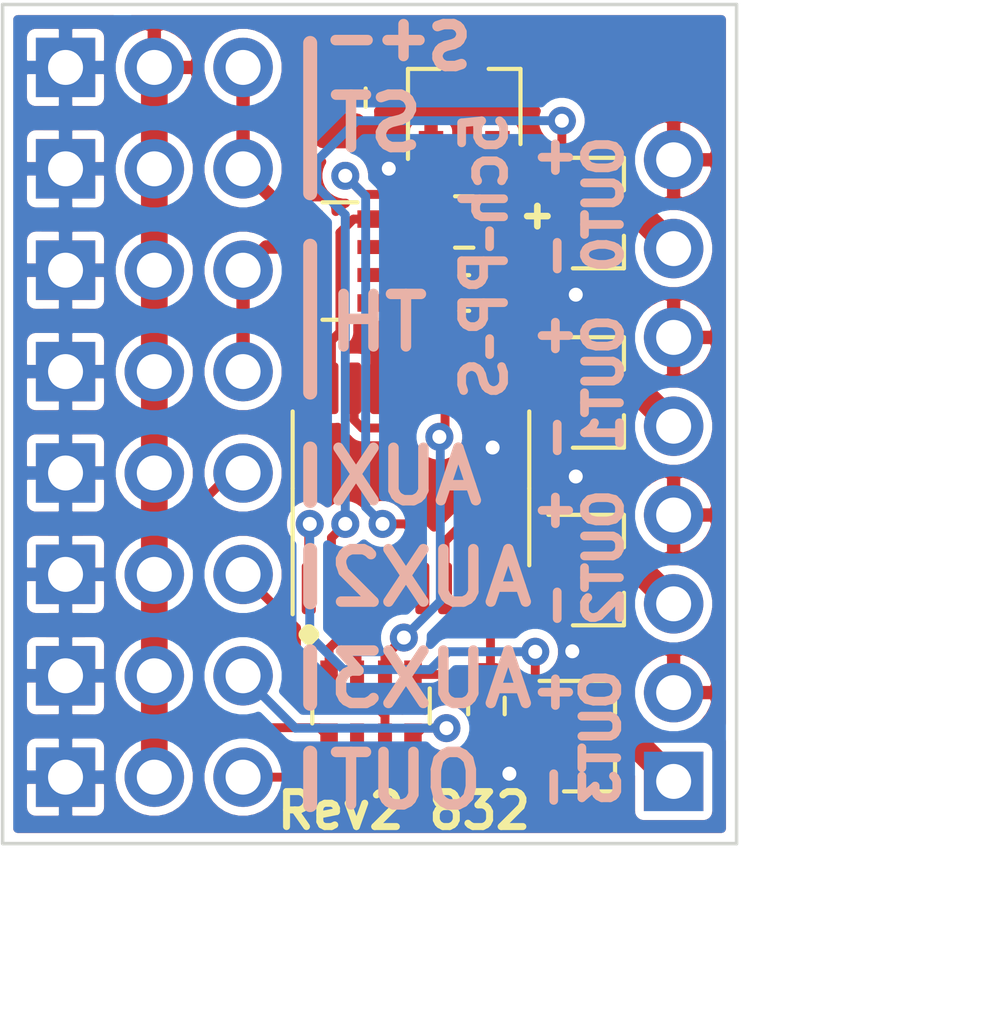
<source format=kicad_pcb>
(kicad_pcb (version 20171130) (host pcbnew 5.1.10-88a1d61d58~88~ubuntu18.04.1)

  (general
    (thickness 1.6)
    (drawings 36)
    (tracks 134)
    (zones 0)
    (modules 21)
    (nets 24)
  )

  (page A4)
  (layers
    (0 F.Cu signal)
    (31 B.Cu signal)
    (32 B.Adhes user hide)
    (33 F.Adhes user hide)
    (34 B.Paste user hide)
    (35 F.Paste user hide)
    (36 B.SilkS user)
    (37 F.SilkS user)
    (38 B.Mask user hide)
    (39 F.Mask user hide)
    (40 Dwgs.User user hide)
    (41 Cmts.User user)
    (42 Eco1.User user hide)
    (43 Eco2.User user hide)
    (44 Edge.Cuts user)
    (45 Margin user)
    (46 B.CrtYd user)
    (47 F.CrtYd user)
    (48 B.Fab user hide)
    (49 F.Fab user hide)
  )

  (setup
    (last_trace_width 0.254)
    (user_trace_width 0.2032)
    (user_trace_width 0.381)
    (user_trace_width 0.508)
    (user_trace_width 0.762)
    (trace_clearance 0.2032)
    (zone_clearance 0.254)
    (zone_45_only no)
    (trace_min 0.2032)
    (via_size 0.8)
    (via_drill 0.4)
    (via_min_size 0.4)
    (via_min_drill 0.3)
    (uvia_size 0.3)
    (uvia_drill 0.1)
    (uvias_allowed no)
    (uvia_min_size 0.2)
    (uvia_min_drill 0.1)
    (edge_width 0.1)
    (segment_width 0.2)
    (pcb_text_width 0.3)
    (pcb_text_size 1.5 1.5)
    (mod_edge_width 0.15)
    (mod_text_size 1 1)
    (mod_text_width 0.15)
    (pad_size 1.7 1.7)
    (pad_drill 1)
    (pad_to_mask_clearance 0)
    (aux_axis_origin 100 100)
    (grid_origin 100 100)
    (visible_elements FFFFFF7F)
    (pcbplotparams
      (layerselection 0x010f8_ffffffff)
      (usegerberextensions false)
      (usegerberattributes true)
      (usegerberadvancedattributes true)
      (creategerberjobfile true)
      (excludeedgelayer true)
      (linewidth 0.100000)
      (plotframeref false)
      (viasonmask false)
      (mode 1)
      (useauxorigin false)
      (hpglpennumber 1)
      (hpglpenspeed 20)
      (hpglpendiameter 15.000000)
      (psnegative false)
      (psa4output false)
      (plotreference true)
      (plotvalue true)
      (plotinvisibletext false)
      (padsonsilk false)
      (subtractmaskfromsilk false)
      (outputformat 1)
      (mirror false)
      (drillshape 0)
      (scaleselection 1)
      (outputdirectory "gerber/"))
  )

  (net 0 "")
  (net 1 GND)
  (net 2 /VIN)
  (net 3 +3V3)
  (net 4 /TH-TX)
  (net 5 /OUT-ISP)
  (net 6 /ST-Rx-in)
  (net 7 /ST-RX)
  (net 8 /OUT0)
  (net 9 /OUT1)
  (net 10 /OUT2)
  (net 11 /OUT-ISP-in)
  (net 12 /TH-Tx-in)
  (net 13 /AUX2-in)
  (net 14 /AUX3-in)
  (net 15 /AUX3)
  (net 16 /AUX2)
  (net 17 /AUX-in)
  (net 18 /AUX)
  (net 19 "Net-(J3-Pad7)")
  (net 20 "Net-(J3-Pad5)")
  (net 21 "Net-(J3-Pad3)")
  (net 22 "Net-(J3-Pad1)")
  (net 23 /OUT3)

  (net_class Default "This is the default net class."
    (clearance 0.2032)
    (trace_width 0.254)
    (via_dia 0.8)
    (via_drill 0.4)
    (uvia_dia 0.3)
    (uvia_drill 0.1)
    (diff_pair_width 0.2032)
    (diff_pair_gap 0.254)
    (add_net +3V3)
    (add_net /AUX)
    (add_net /AUX-in)
    (add_net /AUX2)
    (add_net /AUX2-in)
    (add_net /AUX3)
    (add_net /AUX3-in)
    (add_net /OUT-ISP)
    (add_net /OUT-ISP-in)
    (add_net /OUT0)
    (add_net /OUT1)
    (add_net /OUT2)
    (add_net /OUT3)
    (add_net /ST-RX)
    (add_net /ST-Rx-in)
    (add_net /TH-TX)
    (add_net /TH-Tx-in)
    (add_net /VIN)
    (add_net GND)
    (add_net "Net-(J3-Pad1)")
    (add_net "Net-(J3-Pad3)")
    (add_net "Net-(J3-Pad5)")
    (add_net "Net-(J3-Pad7)")
    (add_net "Net-(RN1-Pad1)")
    (add_net "Net-(RN1-Pad2)")
    (add_net "Net-(RN1-Pad7)")
    (add_net "Net-(RN1-Pad8)")
    (add_net "Net-(U1-Pad10)")
    (add_net "Net-(U1-Pad11)")
    (add_net "Net-(U1-Pad12)")
    (add_net "Net-(U1-Pad13)")
    (add_net "Net-(U1-Pad5)")
  )

  (module Package_SO:TSSOP-20_4.4x6.5mm_P0.65mm (layer F.Cu) (tedit 5E476F32) (tstamp 5FF33E24)
    (at 111.684 89.84 90)
    (descr "TSSOP, 20 Pin (JEDEC MO-153 Var AC https://www.jedec.org/document_search?search_api_views_fulltext=MO-153), generated with kicad-footprint-generator ipc_gullwing_generator.py")
    (tags "TSSOP SO")
    (path /6100B69E)
    (attr smd)
    (fp_text reference U1 (at 0 -4.2 90) (layer F.SilkS) hide
      (effects (font (size 1 1) (thickness 0.15)))
    )
    (fp_text value LPC832M101FDH20 (at -4.732 4.356 90) (layer F.Fab)
      (effects (font (size 1 1) (thickness 0.15)))
    )
    (fp_line (start 0 3.385) (end 2.2 3.385) (layer F.SilkS) (width 0.12))
    (fp_line (start 0 3.385) (end -2.2 3.385) (layer F.SilkS) (width 0.12))
    (fp_line (start 0 -3.385) (end 2.2 -3.385) (layer F.SilkS) (width 0.12))
    (fp_line (start 0 -3.385) (end -3.6 -3.385) (layer F.SilkS) (width 0.12))
    (fp_line (start -1.2 -3.25) (end 2.2 -3.25) (layer F.Fab) (width 0.1))
    (fp_line (start 2.2 -3.25) (end 2.2 3.25) (layer F.Fab) (width 0.1))
    (fp_line (start 2.2 3.25) (end -2.2 3.25) (layer F.Fab) (width 0.1))
    (fp_line (start -2.2 3.25) (end -2.2 -2.25) (layer F.Fab) (width 0.1))
    (fp_line (start -2.2 -2.25) (end -1.2 -3.25) (layer F.Fab) (width 0.1))
    (fp_line (start -3.85 -3.5) (end -3.85 3.5) (layer F.CrtYd) (width 0.05))
    (fp_line (start -3.85 3.5) (end 3.85 3.5) (layer F.CrtYd) (width 0.05))
    (fp_line (start 3.85 3.5) (end 3.85 -3.5) (layer F.CrtYd) (width 0.05))
    (fp_line (start 3.85 -3.5) (end -3.85 -3.5) (layer F.CrtYd) (width 0.05))
    (fp_text user %R (at 0 0 90) (layer F.Fab)
      (effects (font (size 1 1) (thickness 0.15)))
    )
    (pad 20 smd roundrect (at 2.8625 -2.925 90) (size 1.475 0.4) (layers F.Cu F.Paste F.Mask) (roundrect_rratio 0.25)
      (net 1 GND))
    (pad 19 smd roundrect (at 2.8625 -2.275 90) (size 1.475 0.4) (layers F.Cu F.Paste F.Mask) (roundrect_rratio 0.25)
      (net 7 /ST-RX))
    (pad 18 smd roundrect (at 2.8625 -1.625 90) (size 1.475 0.4) (layers F.Cu F.Paste F.Mask) (roundrect_rratio 0.25)
      (net 3 +3V3))
    (pad 17 smd roundrect (at 2.8625 -0.975 90) (size 1.475 0.4) (layers F.Cu F.Paste F.Mask) (roundrect_rratio 0.25)
      (net 1 GND))
    (pad 16 smd roundrect (at 2.8625 -0.325 90) (size 1.475 0.4) (layers F.Cu F.Paste F.Mask) (roundrect_rratio 0.25)
      (net 1 GND))
    (pad 15 smd roundrect (at 2.8625 0.325 90) (size 1.475 0.4) (layers F.Cu F.Paste F.Mask) (roundrect_rratio 0.25)
      (net 3 +3V3))
    (pad 14 smd roundrect (at 2.8625 0.975 90) (size 1.475 0.4) (layers F.Cu F.Paste F.Mask) (roundrect_rratio 0.25)
      (net 16 /AUX2))
    (pad 13 smd roundrect (at 2.8625 1.625 90) (size 1.475 0.4) (layers F.Cu F.Paste F.Mask) (roundrect_rratio 0.25))
    (pad 12 smd roundrect (at 2.8625 2.275 90) (size 1.475 0.4) (layers F.Cu F.Paste F.Mask) (roundrect_rratio 0.25))
    (pad 11 smd roundrect (at 2.8625 2.925 90) (size 1.475 0.4) (layers F.Cu F.Paste F.Mask) (roundrect_rratio 0.25))
    (pad 10 smd roundrect (at -2.8625 2.925 90) (size 1.475 0.4) (layers F.Cu F.Paste F.Mask) (roundrect_rratio 0.25))
    (pad 9 smd roundrect (at -2.8625 2.275 90) (size 1.475 0.4) (layers F.Cu F.Paste F.Mask) (roundrect_rratio 0.25)
      (net 15 /AUX3))
    (pad 8 smd roundrect (at -2.8625 1.625 90) (size 1.475 0.4) (layers F.Cu F.Paste F.Mask) (roundrect_rratio 0.25)
      (net 10 /OUT2))
    (pad 7 smd roundrect (at -2.8625 0.975 90) (size 1.475 0.4) (layers F.Cu F.Paste F.Mask) (roundrect_rratio 0.25)
      (net 9 /OUT1))
    (pad 6 smd roundrect (at -2.8625 0.325 90) (size 1.475 0.4) (layers F.Cu F.Paste F.Mask) (roundrect_rratio 0.25)
      (net 4 /TH-TX))
    (pad 5 smd roundrect (at -2.8625 -0.325 90) (size 1.475 0.4) (layers F.Cu F.Paste F.Mask) (roundrect_rratio 0.25))
    (pad 4 smd roundrect (at -2.8625 -0.975 90) (size 1.475 0.4) (layers F.Cu F.Paste F.Mask) (roundrect_rratio 0.25)
      (net 5 /OUT-ISP))
    (pad 3 smd roundrect (at -2.8625 -1.625 90) (size 1.475 0.4) (layers F.Cu F.Paste F.Mask) (roundrect_rratio 0.25)
      (net 18 /AUX))
    (pad 2 smd roundrect (at -2.8625 -2.275 90) (size 1.475 0.4) (layers F.Cu F.Paste F.Mask) (roundrect_rratio 0.25)
      (net 8 /OUT0))
    (pad 1 smd roundrect (at -2.8625 -2.925 90) (size 1.475 0.4) (layers F.Cu F.Paste F.Mask) (roundrect_rratio 0.25)
      (net 23 /OUT3))
    (model ${KISYS3DMOD}/Package_SO.3dshapes/TSSOP-20_4.4x6.5mm_P0.65mm.wrl
      (at (xyz 0 0 0))
      (scale (xyz 1 1 1))
      (rotate (xyz 0 0 0))
    )
  )

  (module Package_TO_SOT_SMD:SOT-23 (layer F.Cu) (tedit 5A02FF57) (tstamp 6005D50A)
    (at 116.764 96.9266)
    (descr "SOT-23, Standard")
    (tags SOT-23)
    (path /60061D05)
    (attr smd)
    (fp_text reference T4 (at 0 -2.5) (layer F.SilkS) hide
      (effects (font (size 1 1) (thickness 0.15)))
    )
    (fp_text value PMV30UN (at 0 2.5) (layer F.Fab)
      (effects (font (size 1 1) (thickness 0.15)))
    )
    (fp_line (start 0.76 1.58) (end -0.7 1.58) (layer F.SilkS) (width 0.12))
    (fp_line (start 0.76 -1.58) (end -1.4 -1.58) (layer F.SilkS) (width 0.12))
    (fp_line (start -1.7 1.75) (end -1.7 -1.75) (layer F.CrtYd) (width 0.05))
    (fp_line (start 1.7 1.75) (end -1.7 1.75) (layer F.CrtYd) (width 0.05))
    (fp_line (start 1.7 -1.75) (end 1.7 1.75) (layer F.CrtYd) (width 0.05))
    (fp_line (start -1.7 -1.75) (end 1.7 -1.75) (layer F.CrtYd) (width 0.05))
    (fp_line (start 0.76 -1.58) (end 0.76 -0.65) (layer F.SilkS) (width 0.12))
    (fp_line (start 0.76 1.58) (end 0.76 0.65) (layer F.SilkS) (width 0.12))
    (fp_line (start -0.7 1.52) (end 0.7 1.52) (layer F.Fab) (width 0.1))
    (fp_line (start 0.7 -1.52) (end 0.7 1.52) (layer F.Fab) (width 0.1))
    (fp_line (start -0.7 -0.95) (end -0.15 -1.52) (layer F.Fab) (width 0.1))
    (fp_line (start -0.15 -1.52) (end 0.7 -1.52) (layer F.Fab) (width 0.1))
    (fp_line (start -0.7 -0.95) (end -0.7 1.5) (layer F.Fab) (width 0.1))
    (fp_text user %R (at 0 0 90) (layer F.Fab)
      (effects (font (size 0.5 0.5) (thickness 0.075)))
    )
    (pad 3 smd rect (at 1 0) (size 0.9 0.8) (layers F.Cu F.Paste F.Mask)
      (net 22 "Net-(J3-Pad1)"))
    (pad 2 smd rect (at -1 0.95) (size 0.9 0.8) (layers F.Cu F.Paste F.Mask)
      (net 1 GND))
    (pad 1 smd rect (at -1 -0.95) (size 0.9 0.8) (layers F.Cu F.Paste F.Mask)
      (net 23 /OUT3))
    (model ${KISYS3DMOD}/Package_TO_SOT_SMD.3dshapes/SOT-23.wrl
      (at (xyz 0 0 0))
      (scale (xyz 1 1 1))
      (rotate (xyz 0 0 0))
    )
  )

  (module rc-light-controller-tlc5940-lpc812:PinHeader_1x08_P2.54mm_Vertical_nosilk (layer B.Cu) (tedit 600569C8) (tstamp 5FF1376A)
    (at 119.2 98.222)
    (descr "Through hole straight pin header, 1x08, 2.54mm pitch, single row")
    (tags "Through hole pin header THT 1x08 2.54mm single row")
    (path /5FF85660)
    (fp_text reference J3 (at 0 2.33) (layer B.SilkS) hide
      (effects (font (size 1 1) (thickness 0.15)) (justify mirror))
    )
    (fp_text value "Pinheader straight 1x08" (at 0 -20.11) (layer B.Fab)
      (effects (font (size 1 1) (thickness 0.15)) (justify mirror))
    )
    (fp_line (start 1.8 1.8) (end -1.8 1.8) (layer B.CrtYd) (width 0.05))
    (fp_line (start 1.8 -19.55) (end 1.8 1.8) (layer B.CrtYd) (width 0.05))
    (fp_line (start -1.8 -19.55) (end 1.8 -19.55) (layer B.CrtYd) (width 0.05))
    (fp_line (start -1.8 1.8) (end -1.8 -19.55) (layer B.CrtYd) (width 0.05))
    (fp_line (start -1.27 0.635) (end -0.635 1.27) (layer B.Fab) (width 0.1))
    (fp_line (start -1.27 -19.05) (end -1.27 0.635) (layer B.Fab) (width 0.1))
    (fp_line (start 1.27 -19.05) (end -1.27 -19.05) (layer B.Fab) (width 0.1))
    (fp_line (start 1.27 1.27) (end 1.27 -19.05) (layer B.Fab) (width 0.1))
    (fp_line (start -0.635 1.27) (end 1.27 1.27) (layer B.Fab) (width 0.1))
    (fp_text user %R (at 0 -8.89 -90) (layer B.Fab)
      (effects (font (size 1 1) (thickness 0.15)) (justify mirror))
    )
    (pad 8 thru_hole oval (at 0 -17.78) (size 1.7 1.7) (drill 1) (layers *.Cu *.Mask)
      (net 2 /VIN))
    (pad 7 thru_hole oval (at 0 -15.24) (size 1.7 1.7) (drill 1) (layers *.Cu *.Mask)
      (net 19 "Net-(J3-Pad7)"))
    (pad 6 thru_hole oval (at 0 -12.7) (size 1.7 1.7) (drill 1) (layers *.Cu *.Mask)
      (net 2 /VIN))
    (pad 5 thru_hole oval (at 0 -10.16) (size 1.7 1.7) (drill 1) (layers *.Cu *.Mask)
      (net 20 "Net-(J3-Pad5)"))
    (pad 4 thru_hole oval (at 0 -7.62) (size 1.7 1.7) (drill 1) (layers *.Cu *.Mask)
      (net 2 /VIN))
    (pad 3 thru_hole oval (at 0 -5.08) (size 1.7 1.7) (drill 1) (layers *.Cu *.Mask)
      (net 21 "Net-(J3-Pad3)"))
    (pad 2 thru_hole oval (at 0 -2.54) (size 1.7 1.7) (drill 1) (layers *.Cu *.Mask)
      (net 2 /VIN))
    (pad 1 thru_hole rect (at 0 0) (size 1.7 1.7) (drill 1) (layers *.Cu *.Mask)
      (net 22 "Net-(J3-Pad1)"))
    (model ${KISYS3DMOD}/Connector_PinHeader_2.54mm.3dshapes/PinHeader_1x08_P2.54mm_Vertical.wrl
      (at (xyz 0 0 0))
      (scale (xyz 1 1 1))
      (rotate (xyz 0 0 0))
    )
  )

  (module rc-light-controller-tlc5940-lpc812:PinHeader_1x03_P2.54mm_Vertical_nosilk (layer B.Cu) (tedit 5FFA9011) (tstamp 5FF958B5)
    (at 101.8 98.1 270)
    (descr "Through hole straight pin header, 1x03, 2.54mm pitch, single row")
    (tags "Through hole pin header THT 1x03 2.54mm single row")
    (path /5FF48FE2)
    (fp_text reference J9 (at 0 2.33 90) (layer B.SilkS) hide
      (effects (font (size 1 1) (thickness 0.15)) (justify mirror))
    )
    (fp_text value Conn_01x03 (at 0 -7.41 90) (layer B.Fab)
      (effects (font (size 1 1) (thickness 0.15)) (justify mirror))
    )
    (fp_line (start 1.8 1.8) (end -1.8 1.8) (layer B.CrtYd) (width 0.05))
    (fp_line (start 1.8 -6.85) (end 1.8 1.8) (layer B.CrtYd) (width 0.05))
    (fp_line (start -1.8 -6.85) (end 1.8 -6.85) (layer B.CrtYd) (width 0.05))
    (fp_line (start -1.8 1.8) (end -1.8 -6.85) (layer B.CrtYd) (width 0.05))
    (fp_line (start -1.27 0.635) (end -0.635 1.27) (layer B.Fab) (width 0.1))
    (fp_line (start -1.27 -6.35) (end -1.27 0.635) (layer B.Fab) (width 0.1))
    (fp_line (start 1.27 -6.35) (end -1.27 -6.35) (layer B.Fab) (width 0.1))
    (fp_line (start 1.27 1.27) (end 1.27 -6.35) (layer B.Fab) (width 0.1))
    (fp_line (start -0.635 1.27) (end 1.27 1.27) (layer B.Fab) (width 0.1))
    (fp_text user %R (at 0 -2.54) (layer B.Fab)
      (effects (font (size 1 1) (thickness 0.15)) (justify mirror))
    )
    (pad 1 thru_hole rect (at 0 0 270) (size 1.7 1.7) (drill 1) (layers *.Cu *.Mask)
      (net 1 GND))
    (pad 2 thru_hole oval (at 0 -2.54 270) (size 1.7 1.7) (drill 1) (layers *.Cu *.Mask)
      (net 2 /VIN))
    (pad 3 thru_hole oval (at 0 -5.08 270) (size 1.7 1.7) (drill 1) (layers *.Cu *.Mask)
      (net 11 /OUT-ISP-in))
    (model ${KISYS3DMOD}/Connector_PinHeader_2.54mm.3dshapes/PinHeader_1x03_P2.54mm_Vertical.wrl
      (at (xyz 0 0 0))
      (scale (xyz 1 1 1))
      (rotate (xyz 0 0 0))
    )
  )

  (module rc-light-controller-tlc5940-lpc812:PinHeader_1x03_P2.54mm_Vertical_nosilk (layer B.Cu) (tedit 5FFA9011) (tstamp 5FF2E301)
    (at 101.8 95.2 270)
    (descr "Through hole straight pin header, 1x03, 2.54mm pitch, single row")
    (tags "Through hole pin header THT 1x03 2.54mm single row")
    (path /5FF48FD8)
    (fp_text reference J8 (at 0 2.33 90) (layer B.SilkS) hide
      (effects (font (size 1 1) (thickness 0.15)) (justify mirror))
    )
    (fp_text value Conn_01x03 (at 0 -7.41 90) (layer B.Fab)
      (effects (font (size 1 1) (thickness 0.15)) (justify mirror))
    )
    (fp_line (start 1.8 1.8) (end -1.8 1.8) (layer B.CrtYd) (width 0.05))
    (fp_line (start 1.8 -6.85) (end 1.8 1.8) (layer B.CrtYd) (width 0.05))
    (fp_line (start -1.8 -6.85) (end 1.8 -6.85) (layer B.CrtYd) (width 0.05))
    (fp_line (start -1.8 1.8) (end -1.8 -6.85) (layer B.CrtYd) (width 0.05))
    (fp_line (start -1.27 0.635) (end -0.635 1.27) (layer B.Fab) (width 0.1))
    (fp_line (start -1.27 -6.35) (end -1.27 0.635) (layer B.Fab) (width 0.1))
    (fp_line (start 1.27 -6.35) (end -1.27 -6.35) (layer B.Fab) (width 0.1))
    (fp_line (start 1.27 1.27) (end 1.27 -6.35) (layer B.Fab) (width 0.1))
    (fp_line (start -0.635 1.27) (end 1.27 1.27) (layer B.Fab) (width 0.1))
    (fp_text user %R (at 0 -2.54) (layer B.Fab)
      (effects (font (size 1 1) (thickness 0.15)) (justify mirror))
    )
    (pad 1 thru_hole rect (at 0 0 270) (size 1.7 1.7) (drill 1) (layers *.Cu *.Mask)
      (net 1 GND))
    (pad 2 thru_hole oval (at 0 -2.54 270) (size 1.7 1.7) (drill 1) (layers *.Cu *.Mask)
      (net 2 /VIN))
    (pad 3 thru_hole oval (at 0 -5.08 270) (size 1.7 1.7) (drill 1) (layers *.Cu *.Mask)
      (net 14 /AUX3-in))
    (model ${KISYS3DMOD}/Connector_PinHeader_2.54mm.3dshapes/PinHeader_1x03_P2.54mm_Vertical.wrl
      (at (xyz 0 0 0))
      (scale (xyz 1 1 1))
      (rotate (xyz 0 0 0))
    )
  )

  (module rc-light-controller-tlc5940-lpc812:PinHeader_1x03_P2.54mm_Vertical_nosilk (layer B.Cu) (tedit 5FFA9011) (tstamp 5FF2E2EA)
    (at 101.8 92.3 270)
    (descr "Through hole straight pin header, 1x03, 2.54mm pitch, single row")
    (tags "Through hole pin header THT 1x03 2.54mm single row")
    (path /5FF48FCE)
    (fp_text reference J7 (at 0 2.33 90) (layer B.SilkS) hide
      (effects (font (size 1 1) (thickness 0.15)) (justify mirror))
    )
    (fp_text value Conn_01x03 (at 0 -7.41 90) (layer B.Fab)
      (effects (font (size 1 1) (thickness 0.15)) (justify mirror))
    )
    (fp_line (start 1.8 1.8) (end -1.8 1.8) (layer B.CrtYd) (width 0.05))
    (fp_line (start 1.8 -6.85) (end 1.8 1.8) (layer B.CrtYd) (width 0.05))
    (fp_line (start -1.8 -6.85) (end 1.8 -6.85) (layer B.CrtYd) (width 0.05))
    (fp_line (start -1.8 1.8) (end -1.8 -6.85) (layer B.CrtYd) (width 0.05))
    (fp_line (start -1.27 0.635) (end -0.635 1.27) (layer B.Fab) (width 0.1))
    (fp_line (start -1.27 -6.35) (end -1.27 0.635) (layer B.Fab) (width 0.1))
    (fp_line (start 1.27 -6.35) (end -1.27 -6.35) (layer B.Fab) (width 0.1))
    (fp_line (start 1.27 1.27) (end 1.27 -6.35) (layer B.Fab) (width 0.1))
    (fp_line (start -0.635 1.27) (end 1.27 1.27) (layer B.Fab) (width 0.1))
    (fp_text user %R (at 0 -2.54) (layer B.Fab)
      (effects (font (size 1 1) (thickness 0.15)) (justify mirror))
    )
    (pad 1 thru_hole rect (at 0 0 270) (size 1.7 1.7) (drill 1) (layers *.Cu *.Mask)
      (net 1 GND))
    (pad 2 thru_hole oval (at 0 -2.54 270) (size 1.7 1.7) (drill 1) (layers *.Cu *.Mask)
      (net 2 /VIN))
    (pad 3 thru_hole oval (at 0 -5.08 270) (size 1.7 1.7) (drill 1) (layers *.Cu *.Mask)
      (net 13 /AUX2-in))
    (model ${KISYS3DMOD}/Connector_PinHeader_2.54mm.3dshapes/PinHeader_1x03_P2.54mm_Vertical.wrl
      (at (xyz 0 0 0))
      (scale (xyz 1 1 1))
      (rotate (xyz 0 0 0))
    )
  )

  (module rc-light-controller-tlc5940-lpc812:PinHeader_1x03_P2.54mm_Vertical_nosilk (layer B.Cu) (tedit 5FFA9011) (tstamp 5FF2E2D3)
    (at 101.8 89.4 270)
    (descr "Through hole straight pin header, 1x03, 2.54mm pitch, single row")
    (tags "Through hole pin header THT 1x03 2.54mm single row")
    (path /5FF48E1C)
    (fp_text reference J6 (at 0 2.33 90) (layer B.SilkS) hide
      (effects (font (size 1 1) (thickness 0.15)) (justify mirror))
    )
    (fp_text value Conn_01x03 (at 0 -7.41 90) (layer B.Fab)
      (effects (font (size 1 1) (thickness 0.15)) (justify mirror))
    )
    (fp_line (start 1.8 1.8) (end -1.8 1.8) (layer B.CrtYd) (width 0.05))
    (fp_line (start 1.8 -6.85) (end 1.8 1.8) (layer B.CrtYd) (width 0.05))
    (fp_line (start -1.8 -6.85) (end 1.8 -6.85) (layer B.CrtYd) (width 0.05))
    (fp_line (start -1.8 1.8) (end -1.8 -6.85) (layer B.CrtYd) (width 0.05))
    (fp_line (start -1.27 0.635) (end -0.635 1.27) (layer B.Fab) (width 0.1))
    (fp_line (start -1.27 -6.35) (end -1.27 0.635) (layer B.Fab) (width 0.1))
    (fp_line (start 1.27 -6.35) (end -1.27 -6.35) (layer B.Fab) (width 0.1))
    (fp_line (start 1.27 1.27) (end 1.27 -6.35) (layer B.Fab) (width 0.1))
    (fp_line (start -0.635 1.27) (end 1.27 1.27) (layer B.Fab) (width 0.1))
    (fp_text user %R (at 0 -2.54) (layer B.Fab)
      (effects (font (size 1 1) (thickness 0.15)) (justify mirror))
    )
    (pad 1 thru_hole rect (at 0 0 270) (size 1.7 1.7) (drill 1) (layers *.Cu *.Mask)
      (net 1 GND))
    (pad 2 thru_hole oval (at 0 -2.54 270) (size 1.7 1.7) (drill 1) (layers *.Cu *.Mask)
      (net 2 /VIN))
    (pad 3 thru_hole oval (at 0 -5.08 270) (size 1.7 1.7) (drill 1) (layers *.Cu *.Mask)
      (net 17 /AUX-in))
    (model ${KISYS3DMOD}/Connector_PinHeader_2.54mm.3dshapes/PinHeader_1x03_P2.54mm_Vertical.wrl
      (at (xyz 0 0 0))
      (scale (xyz 1 1 1))
      (rotate (xyz 0 0 0))
    )
  )

  (module rc-light-controller-tlc5940-lpc812:PinHeader_1x03_P2.54mm_Vertical_nosilk (layer B.Cu) (tedit 5FFA9011) (tstamp 5FF2E2BC)
    (at 101.8 86.5 270)
    (descr "Through hole straight pin header, 1x03, 2.54mm pitch, single row")
    (tags "Through hole pin header THT 1x03 2.54mm single row")
    (path /5FF3F40C)
    (fp_text reference J5 (at 0 2.33 90) (layer B.SilkS) hide
      (effects (font (size 1 1) (thickness 0.15)) (justify mirror))
    )
    (fp_text value Conn_01x03 (at 0 -7.41 90) (layer B.Fab)
      (effects (font (size 1 1) (thickness 0.15)) (justify mirror))
    )
    (fp_line (start 1.8 1.8) (end -1.8 1.8) (layer B.CrtYd) (width 0.05))
    (fp_line (start 1.8 -6.85) (end 1.8 1.8) (layer B.CrtYd) (width 0.05))
    (fp_line (start -1.8 -6.85) (end 1.8 -6.85) (layer B.CrtYd) (width 0.05))
    (fp_line (start -1.8 1.8) (end -1.8 -6.85) (layer B.CrtYd) (width 0.05))
    (fp_line (start -1.27 0.635) (end -0.635 1.27) (layer B.Fab) (width 0.1))
    (fp_line (start -1.27 -6.35) (end -1.27 0.635) (layer B.Fab) (width 0.1))
    (fp_line (start 1.27 -6.35) (end -1.27 -6.35) (layer B.Fab) (width 0.1))
    (fp_line (start 1.27 1.27) (end 1.27 -6.35) (layer B.Fab) (width 0.1))
    (fp_line (start -0.635 1.27) (end 1.27 1.27) (layer B.Fab) (width 0.1))
    (fp_text user %R (at 0 -2.54) (layer B.Fab)
      (effects (font (size 1 1) (thickness 0.15)) (justify mirror))
    )
    (pad 1 thru_hole rect (at 0 0 270) (size 1.7 1.7) (drill 1) (layers *.Cu *.Mask)
      (net 1 GND))
    (pad 2 thru_hole oval (at 0 -2.54 270) (size 1.7 1.7) (drill 1) (layers *.Cu *.Mask)
      (net 2 /VIN))
    (pad 3 thru_hole oval (at 0 -5.08 270) (size 1.7 1.7) (drill 1) (layers *.Cu *.Mask)
      (net 12 /TH-Tx-in))
    (model ${KISYS3DMOD}/Connector_PinHeader_2.54mm.3dshapes/PinHeader_1x03_P2.54mm_Vertical.wrl
      (at (xyz 0 0 0))
      (scale (xyz 1 1 1))
      (rotate (xyz 0 0 0))
    )
  )

  (module rc-light-controller-tlc5940-lpc812:PinHeader_1x03_P2.54mm_Vertical_nosilk (layer B.Cu) (tedit 5FFA9011) (tstamp 5FF2E2A5)
    (at 101.8 83.6 270)
    (descr "Through hole straight pin header, 1x03, 2.54mm pitch, single row")
    (tags "Through hole pin header THT 1x03 2.54mm single row")
    (path /5FF3EF14)
    (fp_text reference J4 (at 0 2.33 90) (layer B.SilkS) hide
      (effects (font (size 1 1) (thickness 0.15)) (justify mirror))
    )
    (fp_text value Conn_01x03 (at 0 -7.41 90) (layer B.Fab)
      (effects (font (size 1 1) (thickness 0.15)) (justify mirror))
    )
    (fp_line (start 1.8 1.8) (end -1.8 1.8) (layer B.CrtYd) (width 0.05))
    (fp_line (start 1.8 -6.85) (end 1.8 1.8) (layer B.CrtYd) (width 0.05))
    (fp_line (start -1.8 -6.85) (end 1.8 -6.85) (layer B.CrtYd) (width 0.05))
    (fp_line (start -1.8 1.8) (end -1.8 -6.85) (layer B.CrtYd) (width 0.05))
    (fp_line (start -1.27 0.635) (end -0.635 1.27) (layer B.Fab) (width 0.1))
    (fp_line (start -1.27 -6.35) (end -1.27 0.635) (layer B.Fab) (width 0.1))
    (fp_line (start 1.27 -6.35) (end -1.27 -6.35) (layer B.Fab) (width 0.1))
    (fp_line (start 1.27 1.27) (end 1.27 -6.35) (layer B.Fab) (width 0.1))
    (fp_line (start -0.635 1.27) (end 1.27 1.27) (layer B.Fab) (width 0.1))
    (fp_text user %R (at 0 -2.54) (layer B.Fab)
      (effects (font (size 1 1) (thickness 0.15)) (justify mirror))
    )
    (pad 1 thru_hole rect (at 0 0 270) (size 1.7 1.7) (drill 1) (layers *.Cu *.Mask)
      (net 1 GND))
    (pad 2 thru_hole oval (at 0 -2.54 270) (size 1.7 1.7) (drill 1) (layers *.Cu *.Mask)
      (net 2 /VIN))
    (pad 3 thru_hole oval (at 0 -5.08 270) (size 1.7 1.7) (drill 1) (layers *.Cu *.Mask)
      (net 12 /TH-Tx-in))
    (model ${KISYS3DMOD}/Connector_PinHeader_2.54mm.3dshapes/PinHeader_1x03_P2.54mm_Vertical.wrl
      (at (xyz 0 0 0))
      (scale (xyz 1 1 1))
      (rotate (xyz 0 0 0))
    )
  )

  (module rc-light-controller-tlc5940-lpc812:PinHeader_1x03_P2.54mm_Vertical_nosilk (layer B.Cu) (tedit 5FFA9011) (tstamp 5FF2E27C)
    (at 101.8 80.7 270)
    (descr "Through hole straight pin header, 1x03, 2.54mm pitch, single row")
    (tags "Through hole pin header THT 1x03 2.54mm single row")
    (path /5FF3EA5B)
    (fp_text reference J2 (at 0 2.33 90) (layer B.SilkS) hide
      (effects (font (size 1 1) (thickness 0.15)) (justify mirror))
    )
    (fp_text value Conn_01x03 (at 0 -7.41 90) (layer B.Fab)
      (effects (font (size 1 1) (thickness 0.15)) (justify mirror))
    )
    (fp_line (start 1.8 1.8) (end -1.8 1.8) (layer B.CrtYd) (width 0.05))
    (fp_line (start 1.8 -6.85) (end 1.8 1.8) (layer B.CrtYd) (width 0.05))
    (fp_line (start -1.8 -6.85) (end 1.8 -6.85) (layer B.CrtYd) (width 0.05))
    (fp_line (start -1.8 1.8) (end -1.8 -6.85) (layer B.CrtYd) (width 0.05))
    (fp_line (start -1.27 0.635) (end -0.635 1.27) (layer B.Fab) (width 0.1))
    (fp_line (start -1.27 -6.35) (end -1.27 0.635) (layer B.Fab) (width 0.1))
    (fp_line (start 1.27 -6.35) (end -1.27 -6.35) (layer B.Fab) (width 0.1))
    (fp_line (start 1.27 1.27) (end 1.27 -6.35) (layer B.Fab) (width 0.1))
    (fp_line (start -0.635 1.27) (end 1.27 1.27) (layer B.Fab) (width 0.1))
    (fp_text user %R (at 0 -2.54) (layer B.Fab)
      (effects (font (size 1 1) (thickness 0.15)) (justify mirror))
    )
    (pad 1 thru_hole rect (at 0 0 270) (size 1.7 1.7) (drill 1) (layers *.Cu *.Mask)
      (net 1 GND))
    (pad 2 thru_hole oval (at 0 -2.54 270) (size 1.7 1.7) (drill 1) (layers *.Cu *.Mask)
      (net 2 /VIN))
    (pad 3 thru_hole oval (at 0 -5.08 270) (size 1.7 1.7) (drill 1) (layers *.Cu *.Mask)
      (net 6 /ST-Rx-in))
    (model ${KISYS3DMOD}/Connector_PinHeader_2.54mm.3dshapes/PinHeader_1x03_P2.54mm_Vertical.wrl
      (at (xyz 0 0 0))
      (scale (xyz 1 1 1))
      (rotate (xyz 0 0 0))
    )
  )

  (module rc-light-controller-tlc5940-lpc812:PinHeader_1x03_P2.54mm_Vertical_nosilk (layer B.Cu) (tedit 5FFA9011) (tstamp 5FF2E265)
    (at 101.8 77.8 270)
    (descr "Through hole straight pin header, 1x03, 2.54mm pitch, single row")
    (tags "Through hole pin header THT 1x03 2.54mm single row")
    (path /5FF3C085)
    (fp_text reference J1 (at 0 2.33 90) (layer B.SilkS) hide
      (effects (font (size 1 1) (thickness 0.15)) (justify mirror))
    )
    (fp_text value Conn_01x03 (at 0 -7.41 90) (layer B.Fab)
      (effects (font (size 1 1) (thickness 0.15)) (justify mirror))
    )
    (fp_line (start 1.8 1.8) (end -1.8 1.8) (layer B.CrtYd) (width 0.05))
    (fp_line (start 1.8 -6.85) (end 1.8 1.8) (layer B.CrtYd) (width 0.05))
    (fp_line (start -1.8 -6.85) (end 1.8 -6.85) (layer B.CrtYd) (width 0.05))
    (fp_line (start -1.8 1.8) (end -1.8 -6.85) (layer B.CrtYd) (width 0.05))
    (fp_line (start -1.27 0.635) (end -0.635 1.27) (layer B.Fab) (width 0.1))
    (fp_line (start -1.27 -6.35) (end -1.27 0.635) (layer B.Fab) (width 0.1))
    (fp_line (start 1.27 -6.35) (end -1.27 -6.35) (layer B.Fab) (width 0.1))
    (fp_line (start 1.27 1.27) (end 1.27 -6.35) (layer B.Fab) (width 0.1))
    (fp_line (start -0.635 1.27) (end 1.27 1.27) (layer B.Fab) (width 0.1))
    (fp_text user %R (at 0 -2.54) (layer B.Fab)
      (effects (font (size 1 1) (thickness 0.15)) (justify mirror))
    )
    (pad 1 thru_hole rect (at 0 0 270) (size 1.7 1.7) (drill 1) (layers *.Cu *.Mask)
      (net 1 GND))
    (pad 2 thru_hole oval (at 0 -2.54 270) (size 1.7 1.7) (drill 1) (layers *.Cu *.Mask)
      (net 2 /VIN))
    (pad 3 thru_hole oval (at 0 -5.08 270) (size 1.7 1.7) (drill 1) (layers *.Cu *.Mask)
      (net 6 /ST-Rx-in))
    (model ${KISYS3DMOD}/Connector_PinHeader_2.54mm.3dshapes/PinHeader_1x03_P2.54mm_Vertical.wrl
      (at (xyz 0 0 0))
      (scale (xyz 1 1 1))
      (rotate (xyz 0 0 0))
    )
  )

  (module Package_TO_SOT_SMD:SOT-23 (layer F.Cu) (tedit 5A02FF57) (tstamp 5FF13790)
    (at 117.018 92.1768)
    (descr "SOT-23, Standard")
    (tags SOT-23)
    (path /8692C711)
    (attr smd)
    (fp_text reference T1 (at 0 -2.5) (layer F.SilkS) hide
      (effects (font (size 1 1) (thickness 0.15)))
    )
    (fp_text value PMV30UN (at 4.468 -0.062) (layer F.Fab)
      (effects (font (size 1 1) (thickness 0.15)))
    )
    (fp_line (start -0.7 -0.95) (end -0.7 1.5) (layer F.Fab) (width 0.1))
    (fp_line (start -0.15 -1.52) (end 0.7 -1.52) (layer F.Fab) (width 0.1))
    (fp_line (start -0.7 -0.95) (end -0.15 -1.52) (layer F.Fab) (width 0.1))
    (fp_line (start 0.7 -1.52) (end 0.7 1.52) (layer F.Fab) (width 0.1))
    (fp_line (start -0.7 1.52) (end 0.7 1.52) (layer F.Fab) (width 0.1))
    (fp_line (start 0.76 1.58) (end 0.76 0.65) (layer F.SilkS) (width 0.12))
    (fp_line (start 0.76 -1.58) (end 0.76 -0.65) (layer F.SilkS) (width 0.12))
    (fp_line (start -1.7 -1.75) (end 1.7 -1.75) (layer F.CrtYd) (width 0.05))
    (fp_line (start 1.7 -1.75) (end 1.7 1.75) (layer F.CrtYd) (width 0.05))
    (fp_line (start 1.7 1.75) (end -1.7 1.75) (layer F.CrtYd) (width 0.05))
    (fp_line (start -1.7 1.75) (end -1.7 -1.75) (layer F.CrtYd) (width 0.05))
    (fp_line (start 0.76 -1.58) (end -1.4 -1.58) (layer F.SilkS) (width 0.12))
    (fp_line (start 0.76 1.58) (end -0.7 1.58) (layer F.SilkS) (width 0.12))
    (fp_text user %R (at 0 0 90) (layer F.Fab)
      (effects (font (size 0.5 0.5) (thickness 0.075)))
    )
    (pad 3 smd rect (at 1 0) (size 0.9 0.8) (layers F.Cu F.Paste F.Mask)
      (net 21 "Net-(J3-Pad3)"))
    (pad 2 smd rect (at -1 0.95) (size 0.9 0.8) (layers F.Cu F.Paste F.Mask)
      (net 1 GND))
    (pad 1 smd rect (at -1 -0.95) (size 0.9 0.8) (layers F.Cu F.Paste F.Mask)
      (net 10 /OUT2))
    (model ${KISYS3DMOD}/Package_TO_SOT_SMD.3dshapes/SOT-23.wrl
      (at (xyz 0 0 0))
      (scale (xyz 1 1 1))
      (rotate (xyz 0 0 0))
    )
  )

  (module Resistor_SMD:R_Array_Convex_4x0603 (layer F.Cu) (tedit 58E0A8B2) (tstamp 5FF2E36C)
    (at 110.541 96.063 270)
    (descr "Chip Resistor Network, ROHM MNR14 (see mnr_g.pdf)")
    (tags "resistor array")
    (path /5FFCB31F)
    (attr smd)
    (fp_text reference RN2 (at 0 -2.8 90) (layer F.SilkS) hide
      (effects (font (size 1 1) (thickness 0.15)))
    )
    (fp_text value 1k (at 0 2.8 90) (layer F.Fab)
      (effects (font (size 1 1) (thickness 0.15)))
    )
    (fp_line (start -0.8 -1.6) (end 0.8 -1.6) (layer F.Fab) (width 0.1))
    (fp_line (start 0.8 -1.6) (end 0.8 1.6) (layer F.Fab) (width 0.1))
    (fp_line (start 0.8 1.6) (end -0.8 1.6) (layer F.Fab) (width 0.1))
    (fp_line (start -0.8 1.6) (end -0.8 -1.6) (layer F.Fab) (width 0.1))
    (fp_line (start 0.5 1.68) (end -0.5 1.68) (layer F.SilkS) (width 0.12))
    (fp_line (start 0.5 -1.68) (end -0.5 -1.68) (layer F.SilkS) (width 0.12))
    (fp_line (start -1.55 -1.85) (end 1.55 -1.85) (layer F.CrtYd) (width 0.05))
    (fp_line (start -1.55 -1.85) (end -1.55 1.85) (layer F.CrtYd) (width 0.05))
    (fp_line (start 1.55 1.85) (end 1.55 -1.85) (layer F.CrtYd) (width 0.05))
    (fp_line (start 1.55 1.85) (end -1.55 1.85) (layer F.CrtYd) (width 0.05))
    (fp_text user %R (at 0 0) (layer F.Fab)
      (effects (font (size 0.5 0.5) (thickness 0.075)))
    )
    (pad 5 smd rect (at 0.9 1.2 270) (size 0.8 0.5) (layers F.Cu F.Paste F.Mask)
      (net 17 /AUX-in))
    (pad 6 smd rect (at 0.9 0.4 270) (size 0.8 0.4) (layers F.Cu F.Paste F.Mask)
      (net 11 /OUT-ISP-in))
    (pad 8 smd rect (at 0.9 -1.2 270) (size 0.8 0.5) (layers F.Cu F.Paste F.Mask)
      (net 14 /AUX3-in))
    (pad 7 smd rect (at 0.9 -0.4 270) (size 0.8 0.4) (layers F.Cu F.Paste F.Mask)
      (net 13 /AUX2-in))
    (pad 4 smd rect (at -0.9 1.2 270) (size 0.8 0.5) (layers F.Cu F.Paste F.Mask)
      (net 18 /AUX))
    (pad 2 smd rect (at -0.9 -0.4 270) (size 0.8 0.4) (layers F.Cu F.Paste F.Mask)
      (net 16 /AUX2))
    (pad 3 smd rect (at -0.9 0.4 270) (size 0.8 0.4) (layers F.Cu F.Paste F.Mask)
      (net 5 /OUT-ISP))
    (pad 1 smd rect (at -0.9 -1.2 270) (size 0.8 0.5) (layers F.Cu F.Paste F.Mask)
      (net 15 /AUX3))
    (model ${KISYS3DMOD}/Resistor_SMD.3dshapes/R_Array_Convex_4x0603.wrl
      (at (xyz 0 0 0))
      (scale (xyz 1 1 1))
      (rotate (xyz 0 0 0))
    )
  )

  (module Resistor_SMD:R_0603_1608Metric (layer F.Cu) (tedit 5F68FEEE) (tstamp 5FF2E329)
    (at 113.843 96.063 270)
    (descr "Resistor SMD 0603 (1608 Metric), square (rectangular) end terminal, IPC_7351 nominal, (Body size source: IPC-SM-782 page 72, https://www.pcb-3d.com/wordpress/wp-content/uploads/ipc-sm-782a_amendment_1_and_2.pdf), generated with kicad-footprint-generator")
    (tags resistor)
    (path /5FFE7AD9)
    (attr smd)
    (fp_text reference R1 (at 0 -1.43 90) (layer F.SilkS) hide
      (effects (font (size 1 1) (thickness 0.15)))
    )
    (fp_text value 100k (at 0 1.43 90) (layer F.Fab)
      (effects (font (size 1 1) (thickness 0.15)))
    )
    (fp_line (start -0.8 0.4125) (end -0.8 -0.4125) (layer F.Fab) (width 0.1))
    (fp_line (start -0.8 -0.4125) (end 0.8 -0.4125) (layer F.Fab) (width 0.1))
    (fp_line (start 0.8 -0.4125) (end 0.8 0.4125) (layer F.Fab) (width 0.1))
    (fp_line (start 0.8 0.4125) (end -0.8 0.4125) (layer F.Fab) (width 0.1))
    (fp_line (start -0.237258 -0.5225) (end 0.237258 -0.5225) (layer F.SilkS) (width 0.12))
    (fp_line (start -0.237258 0.5225) (end 0.237258 0.5225) (layer F.SilkS) (width 0.12))
    (fp_line (start -1.48 0.73) (end -1.48 -0.73) (layer F.CrtYd) (width 0.05))
    (fp_line (start -1.48 -0.73) (end 1.48 -0.73) (layer F.CrtYd) (width 0.05))
    (fp_line (start 1.48 -0.73) (end 1.48 0.73) (layer F.CrtYd) (width 0.05))
    (fp_line (start 1.48 0.73) (end -1.48 0.73) (layer F.CrtYd) (width 0.05))
    (fp_text user %R (at 0 0 90) (layer F.Fab)
      (effects (font (size 0.4 0.4) (thickness 0.06)))
    )
    (pad 2 smd roundrect (at 0.825 0 270) (size 0.8 0.95) (layers F.Cu F.Paste F.Mask) (roundrect_rratio 0.25)
      (net 1 GND))
    (pad 1 smd roundrect (at -0.825 0 270) (size 0.8 0.95) (layers F.Cu F.Paste F.Mask) (roundrect_rratio 0.25)
      (net 15 /AUX3))
    (model ${KISYS3DMOD}/Resistor_SMD.3dshapes/R_0603_1608Metric.wrl
      (at (xyz 0 0 0))
      (scale (xyz 1 1 1))
      (rotate (xyz 0 0 0))
    )
  )

  (module Resistor_SMD:R_Array_Convex_4x0603 (layer F.Cu) (tedit 58E0A8B2) (tstamp 5FF178D9)
    (at 109.652 83.3376 180)
    (descr "Chip Resistor Network, ROHM MNR14 (see mnr_g.pdf)")
    (tags "resistor array")
    (path /5FF24B18)
    (attr smd)
    (fp_text reference RN1 (at 0 -2.8) (layer F.SilkS) hide
      (effects (font (size 1 1) (thickness 0.15)))
    )
    (fp_text value 1k (at 0 2.8) (layer F.Fab)
      (effects (font (size 1 1) (thickness 0.15)))
    )
    (fp_line (start -0.8 -1.6) (end 0.8 -1.6) (layer F.Fab) (width 0.1))
    (fp_line (start 0.8 -1.6) (end 0.8 1.6) (layer F.Fab) (width 0.1))
    (fp_line (start 0.8 1.6) (end -0.8 1.6) (layer F.Fab) (width 0.1))
    (fp_line (start -0.8 1.6) (end -0.8 -1.6) (layer F.Fab) (width 0.1))
    (fp_line (start 0.5 1.68) (end -0.5 1.68) (layer F.SilkS) (width 0.12))
    (fp_line (start 0.5 -1.68) (end -0.5 -1.68) (layer F.SilkS) (width 0.12))
    (fp_line (start -1.55 -1.85) (end 1.55 -1.85) (layer F.CrtYd) (width 0.05))
    (fp_line (start -1.55 -1.85) (end -1.55 1.85) (layer F.CrtYd) (width 0.05))
    (fp_line (start 1.55 1.85) (end 1.55 -1.85) (layer F.CrtYd) (width 0.05))
    (fp_line (start 1.55 1.85) (end -1.55 1.85) (layer F.CrtYd) (width 0.05))
    (fp_text user %R (at 0 0 90) (layer F.Fab)
      (effects (font (size 0.5 0.5) (thickness 0.075)))
    )
    (pad 5 smd rect (at 0.9 1.2 180) (size 0.8 0.5) (layers F.Cu F.Paste F.Mask)
      (net 6 /ST-Rx-in))
    (pad 6 smd rect (at 0.9 0.4 180) (size 0.8 0.4) (layers F.Cu F.Paste F.Mask)
      (net 12 /TH-Tx-in))
    (pad 8 smd rect (at 0.9 -1.2 180) (size 0.8 0.5) (layers F.Cu F.Paste F.Mask))
    (pad 7 smd rect (at 0.9 -0.4 180) (size 0.8 0.4) (layers F.Cu F.Paste F.Mask))
    (pad 4 smd rect (at -0.9 1.2 180) (size 0.8 0.5) (layers F.Cu F.Paste F.Mask)
      (net 7 /ST-RX))
    (pad 2 smd rect (at -0.9 -0.4 180) (size 0.8 0.4) (layers F.Cu F.Paste F.Mask))
    (pad 3 smd rect (at -0.9 0.4 180) (size 0.8 0.4) (layers F.Cu F.Paste F.Mask)
      (net 4 /TH-TX))
    (pad 1 smd rect (at -0.9 -1.2 180) (size 0.8 0.5) (layers F.Cu F.Paste F.Mask))
    (model ${KISYS3DMOD}/Resistor_SMD.3dshapes/R_Array_Convex_4x0603.wrl
      (at (xyz 0 0 0))
      (scale (xyz 1 1 1))
      (rotate (xyz 0 0 0))
    )
  )

  (module Package_TO_SOT_SMD:SOT-23W (layer F.Cu) (tedit 5A02FF57) (tstamp 5FF137F5)
    (at 113.208 78.918 90)
    (descr "SOT-23W http://www.allegromicro.com/~/media/Files/Datasheets/A112x-Datasheet.ashx?la=en&hash=7BC461E058CC246E0BAB62433B2F1ECA104CA9D3")
    (tags SOT-23W)
    (path /09B5DC2D)
    (attr smd)
    (fp_text reference U2 (at 0.252 -2.484 90) (layer F.SilkS) hide
      (effects (font (size 1 1) (thickness 0.15)))
    )
    (fp_text value ME6209A33M3G (at 0.252 -11.12) (layer F.Fab)
      (effects (font (size 1 1) (thickness 0.15)))
    )
    (fp_line (start 1.075 -1.61) (end 1.075 -0.7) (layer F.SilkS) (width 0.12))
    (fp_line (start 1.075 0.7) (end 1.075 1.61) (layer F.SilkS) (width 0.12))
    (fp_line (start -1.5 -1.61) (end 1.075 -1.61) (layer F.SilkS) (width 0.12))
    (fp_line (start -1.075 1.61) (end 1.075 1.61) (layer F.SilkS) (width 0.12))
    (fp_line (start -0.955 -0.49) (end -0.955 1.49) (layer F.Fab) (width 0.1))
    (fp_line (start 0.045 -1.49) (end 0.955 -1.49) (layer F.Fab) (width 0.1))
    (fp_line (start -0.955 -0.49) (end 0.045 -1.49) (layer F.Fab) (width 0.1))
    (fp_line (start 0.955 -1.49) (end 0.955 1.49) (layer F.Fab) (width 0.1))
    (fp_line (start -0.955 1.49) (end 0.955 1.49) (layer F.Fab) (width 0.1))
    (fp_line (start -1.95 -1.74) (end 1.95 -1.74) (layer F.CrtYd) (width 0.05))
    (fp_line (start 1.95 -1.74) (end 1.95 1.74) (layer F.CrtYd) (width 0.05))
    (fp_line (start 1.95 1.74) (end -1.95 1.74) (layer F.CrtYd) (width 0.05))
    (fp_line (start -1.95 1.74) (end -1.95 -1.74) (layer F.CrtYd) (width 0.05))
    (fp_text user %R (at 0 0) (layer F.Fab)
      (effects (font (size 0.5 0.5) (thickness 0.075)))
    )
    (pad 3 smd rect (at 1.2 0 90) (size 1 0.7) (layers F.Cu F.Paste F.Mask)
      (net 2 /VIN))
    (pad 2 smd rect (at -1.2 0.95 90) (size 1 0.7) (layers F.Cu F.Paste F.Mask)
      (net 3 +3V3))
    (pad 1 smd rect (at -1.2 -0.95 90) (size 1 0.7) (layers F.Cu F.Paste F.Mask)
      (net 1 GND))
    (model ${KISYS3DMOD}/Package_TO_SOT_SMD.3dshapes/SOT-23W.wrl
      (at (xyz 0 0 0))
      (scale (xyz 1 1 1))
      (rotate (xyz 0 0 0))
    )
  )

  (module Package_TO_SOT_SMD:SOT-23 (layer F.Cu) (tedit 5A02FF57) (tstamp 5FF137BA)
    (at 117.018 81.966)
    (descr "SOT-23, Standard")
    (tags SOT-23)
    (path /5EEE0AF7)
    (attr smd)
    (fp_text reference T3 (at 0 -2.5) (layer F.SilkS) hide
      (effects (font (size 1 1) (thickness 0.15)))
    )
    (fp_text value PMV30UN (at 4.468 0.064) (layer F.Fab)
      (effects (font (size 1 1) (thickness 0.15)))
    )
    (fp_line (start -0.7 -0.95) (end -0.7 1.5) (layer F.Fab) (width 0.1))
    (fp_line (start -0.15 -1.52) (end 0.7 -1.52) (layer F.Fab) (width 0.1))
    (fp_line (start -0.7 -0.95) (end -0.15 -1.52) (layer F.Fab) (width 0.1))
    (fp_line (start 0.7 -1.52) (end 0.7 1.52) (layer F.Fab) (width 0.1))
    (fp_line (start -0.7 1.52) (end 0.7 1.52) (layer F.Fab) (width 0.1))
    (fp_line (start 0.76 1.58) (end 0.76 0.65) (layer F.SilkS) (width 0.12))
    (fp_line (start 0.76 -1.58) (end 0.76 -0.65) (layer F.SilkS) (width 0.12))
    (fp_line (start -1.7 -1.75) (end 1.7 -1.75) (layer F.CrtYd) (width 0.05))
    (fp_line (start 1.7 -1.75) (end 1.7 1.75) (layer F.CrtYd) (width 0.05))
    (fp_line (start 1.7 1.75) (end -1.7 1.75) (layer F.CrtYd) (width 0.05))
    (fp_line (start -1.7 1.75) (end -1.7 -1.75) (layer F.CrtYd) (width 0.05))
    (fp_line (start 0.76 -1.58) (end -1.4 -1.58) (layer F.SilkS) (width 0.12))
    (fp_line (start 0.76 1.58) (end -0.7 1.58) (layer F.SilkS) (width 0.12))
    (fp_text user %R (at 0 0 90) (layer F.Fab)
      (effects (font (size 0.5 0.5) (thickness 0.075)))
    )
    (pad 3 smd rect (at 1 0) (size 0.9 0.8) (layers F.Cu F.Paste F.Mask)
      (net 19 "Net-(J3-Pad7)"))
    (pad 2 smd rect (at -1 0.95) (size 0.9 0.8) (layers F.Cu F.Paste F.Mask)
      (net 1 GND))
    (pad 1 smd rect (at -1 -0.95) (size 0.9 0.8) (layers F.Cu F.Paste F.Mask)
      (net 8 /OUT0))
    (model ${KISYS3DMOD}/Package_TO_SOT_SMD.3dshapes/SOT-23.wrl
      (at (xyz 0 0 0))
      (scale (xyz 1 1 1))
      (rotate (xyz 0 0 0))
    )
  )

  (module Package_TO_SOT_SMD:SOT-23 (layer F.Cu) (tedit 5A02FF57) (tstamp 5FF137A5)
    (at 117.018 87.0968)
    (descr "SOT-23, Standard")
    (tags SOT-23)
    (path /5EEDFD3A)
    (attr smd)
    (fp_text reference T2 (at 0 -2.5) (layer F.SilkS) hide
      (effects (font (size 1 1) (thickness 0.15)))
    )
    (fp_text value PMV30UN (at 4.468 0.128) (layer F.Fab)
      (effects (font (size 1 1) (thickness 0.15)))
    )
    (fp_line (start -0.7 -0.95) (end -0.7 1.5) (layer F.Fab) (width 0.1))
    (fp_line (start -0.15 -1.52) (end 0.7 -1.52) (layer F.Fab) (width 0.1))
    (fp_line (start -0.7 -0.95) (end -0.15 -1.52) (layer F.Fab) (width 0.1))
    (fp_line (start 0.7 -1.52) (end 0.7 1.52) (layer F.Fab) (width 0.1))
    (fp_line (start -0.7 1.52) (end 0.7 1.52) (layer F.Fab) (width 0.1))
    (fp_line (start 0.76 1.58) (end 0.76 0.65) (layer F.SilkS) (width 0.12))
    (fp_line (start 0.76 -1.58) (end 0.76 -0.65) (layer F.SilkS) (width 0.12))
    (fp_line (start -1.7 -1.75) (end 1.7 -1.75) (layer F.CrtYd) (width 0.05))
    (fp_line (start 1.7 -1.75) (end 1.7 1.75) (layer F.CrtYd) (width 0.05))
    (fp_line (start 1.7 1.75) (end -1.7 1.75) (layer F.CrtYd) (width 0.05))
    (fp_line (start -1.7 1.75) (end -1.7 -1.75) (layer F.CrtYd) (width 0.05))
    (fp_line (start 0.76 -1.58) (end -1.4 -1.58) (layer F.SilkS) (width 0.12))
    (fp_line (start 0.76 1.58) (end -0.7 1.58) (layer F.SilkS) (width 0.12))
    (fp_text user %R (at 0 0 90) (layer F.Fab)
      (effects (font (size 0.5 0.5) (thickness 0.075)))
    )
    (pad 3 smd rect (at 1 0) (size 0.9 0.8) (layers F.Cu F.Paste F.Mask)
      (net 20 "Net-(J3-Pad5)"))
    (pad 2 smd rect (at -1 0.95) (size 0.9 0.8) (layers F.Cu F.Paste F.Mask)
      (net 1 GND))
    (pad 1 smd rect (at -1 -0.95) (size 0.9 0.8) (layers F.Cu F.Paste F.Mask)
      (net 9 /OUT1))
    (model ${KISYS3DMOD}/Package_TO_SOT_SMD.3dshapes/SOT-23.wrl
      (at (xyz 0 0 0))
      (scale (xyz 1 1 1))
      (rotate (xyz 0 0 0))
    )
  )

  (module Capacitor_SMD:C_0603_1608Metric (layer F.Cu) (tedit 5F68FEEE) (tstamp 5FF164AB)
    (at 113.208 84.252 180)
    (descr "Capacitor SMD 0603 (1608 Metric), square (rectangular) end terminal, IPC_7351 nominal, (Body size source: IPC-SM-782 page 76, https://www.pcb-3d.com/wordpress/wp-content/uploads/ipc-sm-782a_amendment_1_and_2.pdf), generated with kicad-footprint-generator")
    (tags capacitor)
    (path /5F2418F7)
    (attr smd)
    (fp_text reference C3 (at 2.484 0.094 270) (layer F.SilkS) hide
      (effects (font (size 1 1) (thickness 0.15)))
    )
    (fp_text value 100n (at 3.754 0.094) (layer F.Fab)
      (effects (font (size 1 1) (thickness 0.15)))
    )
    (fp_line (start -0.8 0.4) (end -0.8 -0.4) (layer F.Fab) (width 0.1))
    (fp_line (start -0.8 -0.4) (end 0.8 -0.4) (layer F.Fab) (width 0.1))
    (fp_line (start 0.8 -0.4) (end 0.8 0.4) (layer F.Fab) (width 0.1))
    (fp_line (start 0.8 0.4) (end -0.8 0.4) (layer F.Fab) (width 0.1))
    (fp_line (start -0.14058 -0.51) (end 0.14058 -0.51) (layer F.SilkS) (width 0.12))
    (fp_line (start -0.14058 0.51) (end 0.14058 0.51) (layer F.SilkS) (width 0.12))
    (fp_line (start -1.48 0.73) (end -1.48 -0.73) (layer F.CrtYd) (width 0.05))
    (fp_line (start -1.48 -0.73) (end 1.48 -0.73) (layer F.CrtYd) (width 0.05))
    (fp_line (start 1.48 -0.73) (end 1.48 0.73) (layer F.CrtYd) (width 0.05))
    (fp_line (start 1.48 0.73) (end -1.48 0.73) (layer F.CrtYd) (width 0.05))
    (fp_text user %R (at 0 0) (layer F.Fab)
      (effects (font (size 0.4 0.4) (thickness 0.06)))
    )
    (pad 2 smd roundrect (at 0.775 0 180) (size 0.9 0.95) (layers F.Cu F.Paste F.Mask) (roundrect_rratio 0.25)
      (net 1 GND))
    (pad 1 smd roundrect (at -0.775 0 180) (size 0.9 0.95) (layers F.Cu F.Paste F.Mask) (roundrect_rratio 0.25)
      (net 3 +3V3))
    (model ${KISYS3DMOD}/Capacitor_SMD.3dshapes/C_0603_1608Metric.wrl
      (at (xyz 0 0 0))
      (scale (xyz 1 1 1))
      (rotate (xyz 0 0 0))
    )
  )

  (module Capacitor_SMD:C_0805_2012Metric (layer F.Cu) (tedit 5F68FEEE) (tstamp 5FF1372E)
    (at 113.208 82.22 180)
    (descr "Capacitor SMD 0805 (2012 Metric), square (rectangular) end terminal, IPC_7351 nominal, (Body size source: IPC-SM-782 page 76, https://www.pcb-3d.com/wordpress/wp-content/uploads/ipc-sm-782a_amendment_1_and_2.pdf, https://docs.google.com/spreadsheets/d/1BsfQQcO9C6DZCsRaXUlFlo91Tg2WpOkGARC1WS5S8t0/edit?usp=sharing), generated with kicad-footprint-generator")
    (tags capacitor)
    (path /5C870864)
    (attr smd)
    (fp_text reference C2 (at 2.484 0.054 270) (layer F.SilkS) hide
      (effects (font (size 1 1) (thickness 0.15)))
    )
    (fp_text value 47u/6V3 (at 5.278 0.054) (layer F.Fab)
      (effects (font (size 1 1) (thickness 0.15)))
    )
    (fp_line (start -1 0.625) (end -1 -0.625) (layer F.Fab) (width 0.1))
    (fp_line (start -1 -0.625) (end 1 -0.625) (layer F.Fab) (width 0.1))
    (fp_line (start 1 -0.625) (end 1 0.625) (layer F.Fab) (width 0.1))
    (fp_line (start 1 0.625) (end -1 0.625) (layer F.Fab) (width 0.1))
    (fp_line (start -0.261252 -0.735) (end 0.261252 -0.735) (layer F.SilkS) (width 0.12))
    (fp_line (start -0.261252 0.735) (end 0.261252 0.735) (layer F.SilkS) (width 0.12))
    (fp_line (start -1.7 0.98) (end -1.7 -0.98) (layer F.CrtYd) (width 0.05))
    (fp_line (start -1.7 -0.98) (end 1.7 -0.98) (layer F.CrtYd) (width 0.05))
    (fp_line (start 1.7 -0.98) (end 1.7 0.98) (layer F.CrtYd) (width 0.05))
    (fp_line (start 1.7 0.98) (end -1.7 0.98) (layer F.CrtYd) (width 0.05))
    (fp_text user %R (at 0 0) (layer F.Fab)
      (effects (font (size 0.5 0.5) (thickness 0.08)))
    )
    (pad 2 smd roundrect (at 0.95 0 180) (size 1 1.45) (layers F.Cu F.Paste F.Mask) (roundrect_rratio 0.25)
      (net 1 GND))
    (pad 1 smd roundrect (at -0.95 0 180) (size 1 1.45) (layers F.Cu F.Paste F.Mask) (roundrect_rratio 0.25)
      (net 3 +3V3))
    (model ${KISYS3DMOD}/Capacitor_SMD.3dshapes/C_0805_2012Metric.wrl
      (at (xyz 0 0 0))
      (scale (xyz 1 1 1))
      (rotate (xyz 0 0 0))
    )
  )

  (module Capacitor_SMD:C_0805_2012Metric (layer F.Cu) (tedit 5F68FEEE) (tstamp 5FF33EEE)
    (at 109.652 78.664 270)
    (descr "Capacitor SMD 0805 (2012 Metric), square (rectangular) end terminal, IPC_7351 nominal, (Body size source: IPC-SM-782 page 76, https://www.pcb-3d.com/wordpress/wp-content/uploads/ipc-sm-782a_amendment_1_and_2.pdf, https://docs.google.com/spreadsheets/d/1BsfQQcO9C6DZCsRaXUlFlo91Tg2WpOkGARC1WS5S8t0/edit?usp=sharing), generated with kicad-footprint-generator")
    (tags capacitor)
    (path /30D010B6)
    (attr smd)
    (fp_text reference C1 (at 2.484 -0.058 180) (layer F.SilkS) hide
      (effects (font (size 1 1) (thickness 0.15)))
    )
    (fp_text value 1u/16V (at 5.024 -0.058 90) (layer F.Fab)
      (effects (font (size 1 1) (thickness 0.15)))
    )
    (fp_line (start -1 0.625) (end -1 -0.625) (layer F.Fab) (width 0.1))
    (fp_line (start -1 -0.625) (end 1 -0.625) (layer F.Fab) (width 0.1))
    (fp_line (start 1 -0.625) (end 1 0.625) (layer F.Fab) (width 0.1))
    (fp_line (start 1 0.625) (end -1 0.625) (layer F.Fab) (width 0.1))
    (fp_line (start -0.261252 -0.735) (end 0.261252 -0.735) (layer F.SilkS) (width 0.12))
    (fp_line (start -0.261252 0.735) (end 0.261252 0.735) (layer F.SilkS) (width 0.12))
    (fp_line (start -1.7 0.98) (end -1.7 -0.98) (layer F.CrtYd) (width 0.05))
    (fp_line (start -1.7 -0.98) (end 1.7 -0.98) (layer F.CrtYd) (width 0.05))
    (fp_line (start 1.7 -0.98) (end 1.7 0.98) (layer F.CrtYd) (width 0.05))
    (fp_line (start 1.7 0.98) (end -1.7 0.98) (layer F.CrtYd) (width 0.05))
    (fp_text user %R (at 0 0 90) (layer F.Fab)
      (effects (font (size 0.5 0.5) (thickness 0.08)))
    )
    (pad 2 smd roundrect (at 0.95 0 270) (size 1 1.45) (layers F.Cu F.Paste F.Mask) (roundrect_rratio 0.25)
      (net 1 GND))
    (pad 1 smd roundrect (at -0.95 0 270) (size 1 1.45) (layers F.Cu F.Paste F.Mask) (roundrect_rratio 0.25)
      (net 2 /VIN))
    (model ${KISYS3DMOD}/Capacitor_SMD.3dshapes/C_0805_2012Metric.wrl
      (at (xyz 0 0 0))
      (scale (xyz 1 1 1))
      (rotate (xyz 0 0 0))
    )
  )

  (gr_text "Rev2 832" (at 111.4808 99.0602) (layer F.SilkS)
    (effects (font (size 1 1) (thickness 0.2)))
  )
  (gr_text "Thickness 1mm" (at 109.95 102.75) (layer Cmts.User)
    (effects (font (size 1 1) (thickness 0.15)))
  )
  (gr_text - (at 115.7 97.6 90) (layer B.SilkS) (tstamp 6005DD76)
    (effects (font (size 1 1) (thickness 0.25)) (justify left mirror))
  )
  (gr_text + (at 116.6 95.6) (layer B.SilkS) (tstamp 6005DD75)
    (effects (font (size 1 1) (thickness 0.25)) (justify left mirror))
  )
  (gr_text OUT3 (at 117.1238 96.9746 90) (layer B.SilkS) (tstamp 6005DD74)
    (effects (font (size 1 1) (thickness 0.25)) (justify mirror))
  )
  (gr_text . (at 108.7644 93.2128) (layer F.SilkS) (tstamp 5FFA9F49)
    (effects (font (size 2 2) (thickness 0.4)))
  )
  (gr_text + (at 115.3 82) (layer F.SilkS)
    (effects (font (size 0.762 0.762) (thickness 0.1905)))
  )
  (gr_text 5ch–PP–S (at 113.7922 83.1852 90) (layer B.SilkS) (tstamp 5FFB40B3)
    (effects (font (size 1.2 1.2) (thickness 0.25)) (justify mirror))
  )
  (gr_text -+S (at 111.3 77.1 180) (layer B.SilkS) (tstamp 5FFA963C)
    (effects (font (size 1.2 1.2) (thickness 0.3)) (justify mirror))
  )
  (gr_text - (at 115.8 82.4 90) (layer B.SilkS) (tstamp 5FFB1C42)
    (effects (font (size 1 1) (thickness 0.25)) (justify left mirror))
  )
  (gr_text - (at 115.8 87.6 90) (layer B.SilkS) (tstamp 5FFB1C40)
    (effects (font (size 1 1) (thickness 0.25)) (justify left mirror))
  )
  (gr_text - (at 115.8 92.4 90) (layer B.SilkS) (tstamp 5FFB19ED)
    (effects (font (size 1 1) (thickness 0.25)) (justify left mirror))
  )
  (gr_text OUT0 (at 117.2 81.72 90) (layer B.SilkS) (tstamp 5FF17EF6)
    (effects (font (size 1 1) (thickness 0.25)) (justify mirror))
  )
  (gr_text + (at 116.6 80.3) (layer B.SilkS) (tstamp 5FFB18FF)
    (effects (font (size 1 1) (thickness 0.25)) (justify left mirror))
  )
  (gr_text + (at 116.6 85.4) (layer B.SilkS) (tstamp 5FFB18FD)
    (effects (font (size 1 1) (thickness 0.25)) (justify left mirror))
  )
  (gr_line (start 108.8 97.4) (end 108.8 98.9) (layer B.SilkS) (width 0.4) (tstamp 5FFB152C))
  (gr_line (start 108.8 94.5) (end 108.8 96) (layer B.SilkS) (width 0.4) (tstamp 5FFB152A))
  (gr_line (start 108.8 91.6) (end 108.8 93.1) (layer B.SilkS) (width 0.4) (tstamp 5FFB1528))
  (gr_line (start 108.8 88.7) (end 108.8 90.2) (layer B.SilkS) (width 0.4) (tstamp 5FFB1521))
  (gr_line (start 108.8 82.9) (end 108.8 87.1) (layer B.SilkS) (width 0.4) (tstamp 5FFB1517))
  (gr_line (start 108.8 77.1) (end 108.8 81.4) (layer B.SilkS) (width 0.4))
  (gr_text AUX3 (at 109.2 95.3) (layer B.SilkS) (tstamp 5FF9702F)
    (effects (font (size 1.5 1.5) (thickness 0.3)) (justify right mirror))
  )
  (gr_text AUX2 (at 109.2 92.4) (layer B.SilkS) (tstamp 5FF9702D)
    (effects (font (size 1.5 1.5) (thickness 0.3)) (justify right mirror))
  )
  (gr_text TH (at 109.2 85.1) (layer B.SilkS) (tstamp 5FFABE6B)
    (effects (font (size 1.5 1.5) (thickness 0.3)) (justify right mirror))
  )
  (gr_text AUX (at 109.2 89.5) (layer B.SilkS)
    (effects (font (size 1.5 1.5) (thickness 0.3)) (justify right mirror))
  )
  (gr_text OUT (at 109.2 98.2) (layer B.SilkS)
    (effects (font (size 1.5 1.5) (thickness 0.3)) (justify right mirror))
  )
  (gr_text OUT2 (at 117.2 91.82 90) (layer B.SilkS) (tstamp 5FF17EFD)
    (effects (font (size 1 1) (thickness 0.25)) (justify mirror))
  )
  (gr_text OUT1 (at 117.2 86.82 90) (layer B.SilkS) (tstamp 5FF17EF9)
    (effects (font (size 1 1) (thickness 0.25)) (justify mirror))
  )
  (gr_text + (at 116.6 90.4) (layer B.SilkS) (tstamp 5FFB1F4B)
    (effects (font (size 1 1) (thickness 0.25)) (justify left mirror))
  )
  (gr_text ST (at 109.2 79.4) (layer B.SilkS)
    (effects (font (size 1.5 1.5) (thickness 0.3)) (justify right mirror))
  )
  (dimension 21 (width 0.15) (layer Cmts.User)
    (gr_text "21.000 mm" (at 110.5 105.8) (layer Cmts.User)
      (effects (font (size 1 1) (thickness 0.15)))
    )
    (feature1 (pts (xy 121 100) (xy 121 105.086421)))
    (feature2 (pts (xy 100 100) (xy 100 105.086421)))
    (crossbar (pts (xy 100 104.5) (xy 121 104.5)))
    (arrow1a (pts (xy 121 104.5) (xy 119.873496 105.086421)))
    (arrow1b (pts (xy 121 104.5) (xy 119.873496 103.913579)))
    (arrow2a (pts (xy 100 104.5) (xy 101.126504 105.086421)))
    (arrow2b (pts (xy 100 104.5) (xy 101.126504 103.913579)))
  )
  (dimension 24 (width 0.15) (layer Cmts.User)
    (gr_text "24.000 mm" (at 127.3 88 270) (layer Cmts.User)
      (effects (font (size 1 1) (thickness 0.15)))
    )
    (feature1 (pts (xy 121 100) (xy 126.586421 100)))
    (feature2 (pts (xy 121 76) (xy 126.586421 76)))
    (crossbar (pts (xy 126 76) (xy 126 100)))
    (arrow1a (pts (xy 126 100) (xy 125.413579 98.873496)))
    (arrow1b (pts (xy 126 100) (xy 126.586421 98.873496)))
    (arrow2a (pts (xy 126 76) (xy 125.413579 77.126504)))
    (arrow2b (pts (xy 126 76) (xy 126.586421 77.126504)))
  )
  (gr_line (start 121 76) (end 121 100) (layer Edge.Cuts) (width 0.1))
  (gr_line (start 100 76) (end 121 76) (layer Edge.Cuts) (width 0.1))
  (gr_line (start 100 100) (end 100 76) (layer Edge.Cuts) (width 0.1))
  (gr_line (start 121 100) (end 100.005 100) (layer Edge.Cuts) (width 0.1))

  (via (at 108.7884 90.856) (size 0.8) (drill 0.4) (layers F.Cu B.Cu) (net 23))
  (via (at 116.4 84.3) (size 0.8) (drill 0.4) (layers F.Cu B.Cu) (net 1))
  (via (at 116.4 89.5) (size 0.8) (drill 0.4) (layers F.Cu B.Cu) (net 1))
  (via (at 116.3 94.5) (size 0.8) (drill 0.4) (layers F.Cu B.Cu) (net 1))
  (via (at 114.5 98) (size 0.8) (drill 0.4) (layers F.Cu B.Cu) (net 1))
  (via (at 114.0208 88.6716) (size 0.8) (drill 0.4) (layers F.Cu B.Cu) (net 1))
  (via (at 111.049 80.696) (size 0.8) (drill 0.4) (layers F.Cu B.Cu) (net 1))
  (via (at 115.24 94.5136) (size 0.8) (drill 0.4) (layers F.Cu B.Cu) (net 23))
  (segment (start 104.34 77.8) (end 104.34 80.7) (width 0.762) (layer F.Cu) (net 2) (status 30))
  (segment (start 104.34 80.7) (end 104.34 83.6) (width 0.762) (layer F.Cu) (net 2) (status 30))
  (segment (start 104.34 83.6) (end 104.34 86.5) (width 0.762) (layer F.Cu) (net 2) (status 30))
  (segment (start 104.34 86.5) (end 104.34 89.4) (width 0.762) (layer F.Cu) (net 2) (status 30))
  (segment (start 104.34 89.4) (end 104.34 92.3) (width 0.762) (layer F.Cu) (net 2) (status 30))
  (segment (start 104.34 92.3) (end 104.34 95.2) (width 0.762) (layer F.Cu) (net 2) (status 30))
  (segment (start 104.34 95.2) (end 104.34 98.1) (width 0.762) (layer F.Cu) (net 2) (status 30))
  (segment (start 114.158 80.118) (end 114.158 82.22) (width 0.381) (layer F.Cu) (net 3) (status 30))
  (segment (start 114.158 84.077) (end 113.983 84.252) (width 0.381) (layer F.Cu) (net 3) (status 30))
  (segment (start 114.158 82.22) (end 114.158 84.077) (width 0.381) (layer F.Cu) (net 3) (status 30))
  (segment (start 113.983 85.3058) (end 113.983 84.252) (width 0.254) (layer F.Cu) (net 3) (status 20))
  (segment (start 113.5636 85.7252) (end 113.983 85.3058) (width 0.254) (layer F.Cu) (net 3))
  (segment (start 112.2936 85.7252) (end 113.5636 85.7252) (width 0.254) (layer F.Cu) (net 3))
  (segment (start 112.009 86.9775) (end 112.009 86.0098) (width 0.254) (layer F.Cu) (net 3) (status 10))
  (segment (start 112.009 86.0098) (end 112.2936 85.7252) (width 0.254) (layer F.Cu) (net 3))
  (via (at 110.8712 90.856) (size 0.8) (drill 0.4) (layers F.Cu B.Cu) (net 4))
  (segment (start 112.009 92.7025) (end 112.009 91.3334) (width 0.254) (layer F.Cu) (net 4))
  (segment (start 111.5316 90.856) (end 110.8712 90.856) (width 0.254) (layer F.Cu) (net 4))
  (segment (start 112.009 91.3334) (end 111.5316 90.856) (width 0.254) (layer F.Cu) (net 4))
  (segment (start 110.141 94.3802) (end 110.141 95.163) (width 0.254) (layer F.Cu) (net 5))
  (segment (start 110.709 92.7025) (end 110.709 93.8122) (width 0.254) (layer F.Cu) (net 5))
  (segment (start 110.709 93.8122) (end 110.141 94.3802) (width 0.254) (layer F.Cu) (net 5))
  (segment (start 110.141 92.7845) (end 110.059 92.7025) (width 0.254) (layer F.Cu) (net 18) (status 30))
  (segment (start 106.88 77.8) (end 106.88 80.7) (width 0.381) (layer F.Cu) (net 6) (status 30))
  (segment (start 108.3176 82.1376) (end 106.88 80.7) (width 0.381) (layer F.Cu) (net 6) (status 20))
  (segment (start 108.752 82.1376) (end 108.3176 82.1376) (width 0.381) (layer F.Cu) (net 6) (status 10))
  (segment (start 110.552 82.1376) (end 110.0392 82.1376) (width 0.254) (layer F.Cu) (net 7) (status 10))
  (segment (start 110.0392 82.1376) (end 109.652 82.5248) (width 0.254) (layer F.Cu) (net 7))
  (segment (start 109.652 82.5248) (end 109.652 85.3696) (width 0.254) (layer F.Cu) (net 7))
  (segment (start 109.409 85.6126) (end 109.409 86.9775) (width 0.254) (layer F.Cu) (net 7) (status 20))
  (segment (start 109.652 85.3696) (end 109.409 85.6126) (width 0.254) (layer F.Cu) (net 7))
  (via (at 116.002 79.3244) (size 0.8) (drill 0.4) (layers F.Cu B.Cu) (net 8))
  (segment (start 116.002 80.873) (end 116.018 80.889) (width 0.254) (layer F.Cu) (net 8) (status 30))
  (segment (start 116.002 81) (end 116.018 81.016) (width 0.254) (layer F.Cu) (net 8) (status 30))
  (segment (start 116.002 79.3244) (end 116.002 81) (width 0.254) (layer F.Cu) (net 8) (status 20))
  (segment (start 116.018 86.1468) (end 115.1892 86.9756) (width 0.254) (layer F.Cu) (net 9))
  (segment (start 112.659 91.3542) (end 112.659 92.7025) (width 0.254) (layer F.Cu) (net 9))
  (segment (start 115.1892 88.824) (end 112.659 91.3542) (width 0.254) (layer F.Cu) (net 9))
  (segment (start 115.1892 86.9756) (end 115.1892 88.824) (width 0.254) (layer F.Cu) (net 9))
  (segment (start 116.018 91.2268) (end 113.65 91.2268) (width 0.254) (layer F.Cu) (net 10))
  (segment (start 113.309 91.5678) (end 113.309 92.7025) (width 0.254) (layer F.Cu) (net 10))
  (segment (start 113.65 91.2268) (end 113.309 91.5678) (width 0.254) (layer F.Cu) (net 10))
  (segment (start 106.88 98.1) (end 109.901 98.1) (width 0.254) (layer F.Cu) (net 11) (status 10))
  (segment (start 110.141 97.86) (end 110.141 96.963) (width 0.254) (layer F.Cu) (net 11) (status 20))
  (segment (start 109.901 98.1) (end 110.141 97.86) (width 0.254) (layer F.Cu) (net 11))
  (segment (start 106.88 83.6) (end 106.88 84.401) (width 0.381) (layer F.Cu) (net 12) (status 30))
  (segment (start 106.88 84.401) (end 106.88 86.5) (width 0.381) (layer F.Cu) (net 12) (status 30))
  (segment (start 107.335 84.055) (end 106.88 83.6) (width 0.381) (layer F.Cu) (net 12) (status 30))
  (segment (start 107.5424 82.9376) (end 106.88 83.6) (width 0.381) (layer F.Cu) (net 12) (status 20))
  (segment (start 108.752 82.9376) (end 107.5424 82.9376) (width 0.381) (layer F.Cu) (net 12) (status 10))
  (segment (start 110.922 96.982) (end 110.941 96.963) (width 0.254) (layer F.Cu) (net 13) (status 30))
  (segment (start 110.668 96.063) (end 110.941 96.336) (width 0.254) (layer F.Cu) (net 13))
  (segment (start 108.7122 96.063) (end 110.668 96.063) (width 0.254) (layer F.Cu) (net 13))
  (segment (start 108.4074 95.7582) (end 108.7122 96.063) (width 0.254) (layer F.Cu) (net 13))
  (segment (start 110.941 96.336) (end 110.941 96.963) (width 0.254) (layer F.Cu) (net 13))
  (segment (start 106.88 92.3) (end 108.4074 93.8274) (width 0.254) (layer F.Cu) (net 13))
  (segment (start 108.4074 93.8274) (end 108.4074 95.7582) (width 0.254) (layer F.Cu) (net 13))
  (via (at 112.7 96.698) (size 0.8) (drill 0.4) (layers F.Cu B.Cu) (net 14))
  (segment (start 108.378 96.698) (end 112.7 96.698) (width 0.254) (layer B.Cu) (net 14))
  (segment (start 106.88 95.2) (end 108.378 96.698) (width 0.254) (layer B.Cu) (net 14) (status 10))
  (segment (start 112.006 96.698) (end 112.7 96.698) (width 0.254) (layer F.Cu) (net 14))
  (segment (start 111.741 96.963) (end 112.006 96.698) (width 0.254) (layer F.Cu) (net 14) (status 10))
  (segment (start 113.768 95.163) (end 113.843 95.238) (width 0.254) (layer F.Cu) (net 15) (status 30))
  (segment (start 111.741 95.163) (end 113.768 95.163) (width 0.254) (layer F.Cu) (net 15) (status 30))
  (segment (start 113.959 95.122) (end 113.843 95.238) (width 0.254) (layer F.Cu) (net 15))
  (segment (start 113.959 92.7025) (end 113.959 95.122) (width 0.254) (layer F.Cu) (net 15))
  (segment (start 110.0584 86.9781) (end 110.059 86.9775) (width 0.254) (layer F.Cu) (net 3) (status 30))
  (segment (start 110.059 87.8848) (end 110.059 86.9775) (width 0.254) (layer F.Cu) (net 3))
  (segment (start 110.287 88.1128) (end 110.059 87.8848) (width 0.254) (layer F.Cu) (net 3))
  (segment (start 111.6332 88.1128) (end 110.287 88.1128) (width 0.254) (layer F.Cu) (net 3))
  (segment (start 112.009 86.9775) (end 112.009 87.737) (width 0.254) (layer F.Cu) (net 3))
  (segment (start 112.009 87.737) (end 111.6332 88.1128) (width 0.254) (layer F.Cu) (net 3))
  (via (at 109.8044 80.8992) (size 0.8) (drill 0.4) (layers F.Cu B.Cu) (net 4))
  (segment (start 110.3378 81.4326) (end 109.8044 80.8992) (width 0.254) (layer F.Cu) (net 4))
  (segment (start 111.131599 81.4326) (end 110.3378 81.4326) (width 0.254) (layer F.Cu) (net 4))
  (segment (start 111.3284 81.629401) (end 111.131599 81.4326) (width 0.254) (layer F.Cu) (net 4))
  (segment (start 111.3284 82.728) (end 111.3284 81.629401) (width 0.254) (layer F.Cu) (net 4))
  (segment (start 110.552 82.9376) (end 111.1188 82.9376) (width 0.254) (layer F.Cu) (net 4))
  (segment (start 111.1188 82.9376) (end 111.3284 82.728) (width 0.254) (layer F.Cu) (net 4))
  (segment (start 110.3886 81.4834) (end 109.8044 80.8992) (width 0.254) (layer B.Cu) (net 4))
  (segment (start 110.8712 90.856) (end 110.3886 90.3734) (width 0.254) (layer B.Cu) (net 4))
  (segment (start 110.3886 90.3734) (end 110.3886 81.4834) (width 0.254) (layer B.Cu) (net 4))
  (segment (start 109.409 91.2514) (end 109.409 92.7025) (width 0.254) (layer F.Cu) (net 8))
  (segment (start 109.8044 90.856) (end 109.409 91.2514) (width 0.254) (layer F.Cu) (net 8))
  (via (at 109.8044 90.856) (size 0.8) (drill 0.4) (layers F.Cu B.Cu) (net 8))
  (segment (start 110.1346 79.3244) (end 116.002 79.3244) (width 0.254) (layer B.Cu) (net 8))
  (segment (start 108.9916 81.204) (end 108.9916 80.4674) (width 0.254) (layer B.Cu) (net 8))
  (segment (start 108.9916 80.4674) (end 110.1346 79.3244) (width 0.254) (layer B.Cu) (net 8))
  (segment (start 109.8044 90.856) (end 109.8044 82.0168) (width 0.254) (layer B.Cu) (net 8))
  (segment (start 109.8044 82.0168) (end 108.9916 81.204) (width 0.254) (layer B.Cu) (net 8))
  (segment (start 110.941 94.647) (end 110.941 95.163) (width 0.254) (layer F.Cu) (net 16) (status 20))
  (via (at 111.4808 94.1072) (size 0.8) (drill 0.4) (layers F.Cu B.Cu) (net 16))
  (segment (start 111.4808 94.1072) (end 110.941 94.647) (width 0.254) (layer F.Cu) (net 16))
  (segment (start 111.4808 94.1072) (end 111.43 94.1072) (width 0.254) (layer B.Cu) (net 16))
  (segment (start 112.659 88.2046) (end 112.659 86.9775) (width 0.254) (layer F.Cu) (net 16))
  (via (at 112.4968 88.3668) (size 0.8) (drill 0.4) (layers F.Cu B.Cu) (net 16))
  (segment (start 112.4968 88.3668) (end 112.659 88.2046) (width 0.254) (layer F.Cu) (net 16))
  (segment (start 112.5222 93.0658) (end 111.4808 94.1072) (width 0.254) (layer B.Cu) (net 16))
  (segment (start 112.4968 88.3668) (end 112.5222 88.3922) (width 0.254) (layer B.Cu) (net 16))
  (segment (start 112.5222 88.3922) (end 112.5222 93.0658) (width 0.254) (layer B.Cu) (net 16))
  (segment (start 109.0633 96.6853) (end 109.341 96.963) (width 0.254) (layer F.Cu) (net 17) (status 20))
  (segment (start 105.6134 95.9614) (end 106.3373 96.6853) (width 0.254) (layer F.Cu) (net 17))
  (segment (start 106.88 89.4) (end 106.536 89.4) (width 0.254) (layer F.Cu) (net 17) (status 30))
  (segment (start 106.3373 96.6853) (end 109.0633 96.6853) (width 0.254) (layer F.Cu) (net 17))
  (segment (start 105.6134 90.3226) (end 105.6134 95.9614) (width 0.254) (layer F.Cu) (net 17))
  (segment (start 106.536 89.4) (end 105.6134 90.3226) (width 0.254) (layer F.Cu) (net 17) (status 10))
  (segment (start 109.341 94.4182) (end 109.341 95.163) (width 0.254) (layer F.Cu) (net 18))
  (segment (start 110.059 92.7025) (end 110.059 93.7002) (width 0.254) (layer F.Cu) (net 18))
  (segment (start 110.059 93.7002) (end 109.341 94.4182) (width 0.254) (layer F.Cu) (net 18))
  (segment (start 118.184 81.966) (end 119.2 82.982) (width 0.762) (layer F.Cu) (net 19))
  (segment (start 118.018 81.966) (end 118.184 81.966) (width 0.762) (layer F.Cu) (net 19))
  (segment (start 118.2348 87.0968) (end 119.2 88.062) (width 0.762) (layer F.Cu) (net 20))
  (segment (start 118.018 87.0968) (end 118.2348 87.0968) (width 0.762) (layer F.Cu) (net 20))
  (segment (start 118.2348 92.1768) (end 119.2 93.142) (width 0.762) (layer F.Cu) (net 21))
  (segment (start 118.018 92.1768) (end 118.2348 92.1768) (width 0.762) (layer F.Cu) (net 21))
  (segment (start 117.9046 96.9266) (end 119.2 98.222) (width 0.762) (layer F.Cu) (net 22))
  (segment (start 117.764 96.9266) (end 117.9046 96.9266) (width 0.762) (layer F.Cu) (net 22))
  (segment (start 108.759 90.8854) (end 108.7884 90.856) (width 0.254) (layer F.Cu) (net 23))
  (segment (start 108.759 92.7025) (end 108.759 90.8854) (width 0.254) (layer F.Cu) (net 23))
  (segment (start 115.24 95.4526) (end 115.764 95.9766) (width 0.254) (layer F.Cu) (net 23))
  (segment (start 115.24 94.5136) (end 115.24 95.4526) (width 0.254) (layer F.Cu) (net 23))
  (segment (start 108.7884 90.856) (end 108.7884 94.0564) (width 0.254) (layer B.Cu) (net 23))
  (segment (start 108.7884 94.0564) (end 109.7536 95.0216) (width 0.254) (layer B.Cu) (net 23))
  (segment (start 109.7536 95.0216) (end 112.2428 95.0216) (width 0.254) (layer B.Cu) (net 23))
  (segment (start 112.7508 94.5136) (end 115.24 94.5136) (width 0.254) (layer B.Cu) (net 23))
  (segment (start 112.2428 95.0216) (end 112.7508 94.5136) (width 0.254) (layer B.Cu) (net 23))

  (zone (net 1) (net_name GND) (layer F.Cu) (tstamp 600BAFCF) (hatch edge 0.508)
    (connect_pads (clearance 0.254))
    (min_thickness 0.254)
    (fill yes (arc_segments 32) (thermal_gap 0.254) (thermal_bridge_width 0.381))
    (polygon
      (pts
        (xy 120.701 99.746) (xy 100.254 99.746) (xy 100.254 76.251) (xy 120.701 76.251)
      )
    )
    (filled_polygon
      (pts
        (xy 103.175 77.395802) (xy 103.156307 77.440931) (xy 103.109 77.678757) (xy 103.109 77.921243) (xy 103.156307 78.159069)
        (xy 103.175 78.204198) (xy 103.175 78.664) (xy 103.182321 78.738329) (xy 103.204002 78.809802) (xy 103.23921 78.875672)
        (xy 103.286592 78.933408) (xy 103.344328 78.98079) (xy 103.410198 79.015998) (xy 103.481671 79.037679) (xy 103.556 79.045)
        (xy 103.578 79.045) (xy 103.578001 79.728641) (xy 103.555283 79.74382) (xy 103.38382 79.915283) (xy 103.249102 80.116903)
        (xy 103.156307 80.340931) (xy 103.109 80.578757) (xy 103.109 80.821243) (xy 103.156307 81.059069) (xy 103.249102 81.283097)
        (xy 103.38382 81.484717) (xy 103.555283 81.65618) (xy 103.578 81.671359) (xy 103.578001 82.628641) (xy 103.555283 82.64382)
        (xy 103.38382 82.815283) (xy 103.249102 83.016903) (xy 103.156307 83.240931) (xy 103.109 83.478757) (xy 103.109 83.721243)
        (xy 103.156307 83.959069) (xy 103.249102 84.183097) (xy 103.38382 84.384717) (xy 103.555283 84.55618) (xy 103.578 84.571359)
        (xy 103.578001 85.528641) (xy 103.555283 85.54382) (xy 103.38382 85.715283) (xy 103.249102 85.916903) (xy 103.156307 86.140931)
        (xy 103.109 86.378757) (xy 103.109 86.621243) (xy 103.156307 86.859069) (xy 103.249102 87.083097) (xy 103.38382 87.284717)
        (xy 103.555283 87.45618) (xy 103.578 87.471359) (xy 103.578001 88.428641) (xy 103.555283 88.44382) (xy 103.38382 88.615283)
        (xy 103.249102 88.816903) (xy 103.156307 89.040931) (xy 103.109 89.278757) (xy 103.109 89.521243) (xy 103.156307 89.759069)
        (xy 103.249102 89.983097) (xy 103.38382 90.184717) (xy 103.555283 90.35618) (xy 103.578 90.371359) (xy 103.578001 91.328641)
        (xy 103.555283 91.34382) (xy 103.38382 91.515283) (xy 103.249102 91.716903) (xy 103.156307 91.940931) (xy 103.109 92.178757)
        (xy 103.109 92.421243) (xy 103.156307 92.659069) (xy 103.249102 92.883097) (xy 103.38382 93.084717) (xy 103.555283 93.25618)
        (xy 103.578 93.271359) (xy 103.578001 94.228641) (xy 103.555283 94.24382) (xy 103.38382 94.415283) (xy 103.249102 94.616903)
        (xy 103.156307 94.840931) (xy 103.109 95.078757) (xy 103.109 95.321243) (xy 103.156307 95.559069) (xy 103.249102 95.783097)
        (xy 103.38382 95.984717) (xy 103.555283 96.15618) (xy 103.578 96.171359) (xy 103.578001 97.128641) (xy 103.555283 97.14382)
        (xy 103.38382 97.315283) (xy 103.249102 97.516903) (xy 103.156307 97.740931) (xy 103.109 97.978757) (xy 103.109 98.221243)
        (xy 103.156307 98.459069) (xy 103.249102 98.683097) (xy 103.38382 98.884717) (xy 103.555283 99.05618) (xy 103.756903 99.190898)
        (xy 103.980931 99.283693) (xy 104.218757 99.331) (xy 104.461243 99.331) (xy 104.699069 99.283693) (xy 104.923097 99.190898)
        (xy 105.124717 99.05618) (xy 105.29618 98.884717) (xy 105.430898 98.683097) (xy 105.523693 98.459069) (xy 105.571 98.221243)
        (xy 105.571 97.978757) (xy 105.523693 97.740931) (xy 105.430898 97.516903) (xy 105.29618 97.315283) (xy 105.124717 97.14382)
        (xy 105.102 97.128641) (xy 105.102 96.171359) (xy 105.124717 96.15618) (xy 105.137693 96.143204) (xy 105.1418 96.156743)
        (xy 105.188971 96.244995) (xy 105.23655 96.30297) (xy 105.252453 96.322348) (xy 105.27183 96.33825) (xy 105.96045 97.02687)
        (xy 105.976352 97.046248) (xy 105.995729 97.06215) (xy 106.053704 97.109729) (xy 106.10515 97.137227) (xy 106.095283 97.14382)
        (xy 105.92382 97.315283) (xy 105.789102 97.516903) (xy 105.696307 97.740931) (xy 105.649 97.978757) (xy 105.649 98.221243)
        (xy 105.696307 98.459069) (xy 105.789102 98.683097) (xy 105.92382 98.884717) (xy 106.095283 99.05618) (xy 106.296903 99.190898)
        (xy 106.520931 99.283693) (xy 106.758757 99.331) (xy 107.001243 99.331) (xy 107.239069 99.283693) (xy 107.463097 99.190898)
        (xy 107.664717 99.05618) (xy 107.83618 98.884717) (xy 107.970898 98.683097) (xy 108.002004 98.608) (xy 109.876056 98.608)
        (xy 109.901 98.610457) (xy 109.925944 98.608) (xy 109.925947 98.608) (xy 110.000585 98.600649) (xy 110.096343 98.571601)
        (xy 110.184595 98.524429) (xy 110.261948 98.460948) (xy 110.277855 98.441565) (xy 110.44282 98.2766) (xy 114.931157 98.2766)
        (xy 114.938513 98.351289) (xy 114.960299 98.423108) (xy 114.995678 98.489296) (xy 115.043289 98.547311) (xy 115.101304 98.594922)
        (xy 115.167492 98.630301) (xy 115.239311 98.652087) (xy 115.314 98.659443) (xy 115.60525 98.6576) (xy 115.7005 98.56235)
        (xy 115.7005 97.9401) (xy 115.8275 97.9401) (xy 115.8275 98.56235) (xy 115.92275 98.6576) (xy 116.214 98.659443)
        (xy 116.288689 98.652087) (xy 116.360508 98.630301) (xy 116.426696 98.594922) (xy 116.484711 98.547311) (xy 116.532322 98.489296)
        (xy 116.567701 98.423108) (xy 116.589487 98.351289) (xy 116.596843 98.2766) (xy 116.595 98.03535) (xy 116.49975 97.9401)
        (xy 115.8275 97.9401) (xy 115.7005 97.9401) (xy 115.02825 97.9401) (xy 114.933 98.03535) (xy 114.931157 98.2766)
        (xy 110.44282 98.2766) (xy 110.482565 98.236855) (xy 110.501948 98.220948) (xy 110.565429 98.143595) (xy 110.612601 98.055343)
        (xy 110.641649 97.959585) (xy 110.649 97.884947) (xy 110.649 97.884945) (xy 110.651457 97.860001) (xy 110.649 97.835057)
        (xy 110.649 97.733236) (xy 110.666311 97.738487) (xy 110.741 97.745843) (xy 111.141 97.745843) (xy 111.215689 97.738487)
        (xy 111.287508 97.716701) (xy 111.316 97.701471) (xy 111.344492 97.716701) (xy 111.416311 97.738487) (xy 111.491 97.745843)
        (xy 111.991 97.745843) (xy 112.065689 97.738487) (xy 112.137508 97.716701) (xy 112.203696 97.681322) (xy 112.261711 97.633711)
        (xy 112.309322 97.575696) (xy 112.344701 97.509508) (xy 112.366487 97.437689) (xy 112.369561 97.406476) (xy 112.472191 97.448987)
        (xy 112.623078 97.479) (xy 112.776922 97.479) (xy 112.927809 97.448987) (xy 113.008546 97.415544) (xy 113.014299 97.434508)
        (xy 113.049678 97.500696) (xy 113.097289 97.558711) (xy 113.155304 97.606322) (xy 113.221492 97.641701) (xy 113.293311 97.663487)
        (xy 113.368 97.670843) (xy 113.68425 97.669) (xy 113.7795 97.57375) (xy 113.7795 96.9515) (xy 113.9065 96.9515)
        (xy 113.9065 97.57375) (xy 114.00175 97.669) (xy 114.318 97.670843) (xy 114.392689 97.663487) (xy 114.464508 97.641701)
        (xy 114.530696 97.606322) (xy 114.588711 97.558711) (xy 114.636322 97.500696) (xy 114.649201 97.4766) (xy 114.931157 97.4766)
        (xy 114.933 97.71785) (xy 115.02825 97.8131) (xy 115.7005 97.8131) (xy 115.7005 97.19085) (xy 115.8275 97.19085)
        (xy 115.8275 97.8131) (xy 116.49975 97.8131) (xy 116.595 97.71785) (xy 116.596843 97.4766) (xy 116.589487 97.401911)
        (xy 116.567701 97.330092) (xy 116.532322 97.263904) (xy 116.484711 97.205889) (xy 116.426696 97.158278) (xy 116.360508 97.122899)
        (xy 116.288689 97.101113) (xy 116.214 97.093757) (xy 115.92275 97.0956) (xy 115.8275 97.19085) (xy 115.7005 97.19085)
        (xy 115.60525 97.0956) (xy 115.314 97.093757) (xy 115.239311 97.101113) (xy 115.167492 97.122899) (xy 115.101304 97.158278)
        (xy 115.043289 97.205889) (xy 114.995678 97.263904) (xy 114.960299 97.330092) (xy 114.938513 97.401911) (xy 114.931157 97.4766)
        (xy 114.649201 97.4766) (xy 114.671701 97.434508) (xy 114.693487 97.362689) (xy 114.700843 97.288) (xy 114.699 97.04675)
        (xy 114.60375 96.9515) (xy 113.9065 96.9515) (xy 113.7795 96.9515) (xy 113.7595 96.9515) (xy 113.7595 96.8245)
        (xy 113.7795 96.8245) (xy 113.7795 96.20225) (xy 113.9065 96.20225) (xy 113.9065 96.8245) (xy 114.60375 96.8245)
        (xy 114.699 96.72925) (xy 114.700843 96.488) (xy 114.693487 96.413311) (xy 114.671701 96.341492) (xy 114.636322 96.275304)
        (xy 114.588711 96.217289) (xy 114.530696 96.169678) (xy 114.464508 96.134299) (xy 114.392689 96.112513) (xy 114.318 96.105157)
        (xy 114.00175 96.107) (xy 113.9065 96.20225) (xy 113.7795 96.20225) (xy 113.68425 96.107) (xy 113.368 96.105157)
        (xy 113.293311 96.112513) (xy 113.236306 96.129805) (xy 113.197859 96.091358) (xy 113.069942 96.005887) (xy 112.927809 95.947013)
        (xy 112.776922 95.917) (xy 112.623078 95.917) (xy 112.472191 95.947013) (xy 112.330058 96.005887) (xy 112.202141 96.091358)
        (xy 112.103499 96.19) (xy 112.073888 96.19) (xy 112.065689 96.187513) (xy 111.991 96.180157) (xy 111.491 96.180157)
        (xy 111.42651 96.186509) (xy 111.412601 96.140657) (xy 111.365429 96.052405) (xy 111.301948 95.975052) (xy 111.282565 95.959145)
        (xy 111.25115 95.92773) (xy 111.287508 95.916701) (xy 111.316 95.901471) (xy 111.344492 95.916701) (xy 111.416311 95.938487)
        (xy 111.491 95.945843) (xy 111.991 95.945843) (xy 112.065689 95.938487) (xy 112.137508 95.916701) (xy 112.203696 95.881322)
        (xy 112.261711 95.833711) (xy 112.309322 95.775696) (xy 112.344701 95.709508) (xy 112.356382 95.671) (xy 113.034845 95.671)
        (xy 113.083384 95.76181) (xy 113.155868 95.850132) (xy 113.24419 95.922616) (xy 113.344956 95.976477) (xy 113.454293 96.009644)
        (xy 113.568 96.020843) (xy 114.118 96.020843) (xy 114.231707 96.009644) (xy 114.341044 95.976477) (xy 114.44181 95.922616)
        (xy 114.530132 95.850132) (xy 114.602616 95.76181) (xy 114.656477 95.661044) (xy 114.689644 95.551707) (xy 114.700843 95.438)
        (xy 114.700843 95.078944) (xy 114.732001 95.110102) (xy 114.732001 95.427646) (xy 114.729543 95.4526) (xy 114.734662 95.50457)
        (xy 114.739352 95.552185) (xy 114.765557 95.638571) (xy 114.7684 95.647943) (xy 114.815571 95.736195) (xy 114.847989 95.775696)
        (xy 114.879053 95.813548) (xy 114.89843 95.82945) (xy 114.931157 95.862177) (xy 114.931157 96.3766) (xy 114.938513 96.451289)
        (xy 114.960299 96.523108) (xy 114.995678 96.589296) (xy 115.043289 96.647311) (xy 115.101304 96.694922) (xy 115.167492 96.730301)
        (xy 115.239311 96.752087) (xy 115.314 96.759443) (xy 116.214 96.759443) (xy 116.288689 96.752087) (xy 116.360508 96.730301)
        (xy 116.426696 96.694922) (xy 116.484711 96.647311) (xy 116.532322 96.589296) (xy 116.567701 96.523108) (xy 116.589487 96.451289)
        (xy 116.596843 96.3766) (xy 116.596843 95.5766) (xy 116.589487 95.501911) (xy 116.567701 95.430092) (xy 116.532322 95.363904)
        (xy 116.484711 95.305889) (xy 116.426696 95.258278) (xy 116.360508 95.222899) (xy 116.288689 95.201113) (xy 116.214 95.193757)
        (xy 115.748 95.193757) (xy 115.748 95.110101) (xy 115.846642 95.011459) (xy 115.932113 94.883542) (xy 115.990987 94.741409)
        (xy 116.021 94.590522) (xy 116.021 94.436678) (xy 115.990987 94.285791) (xy 115.932113 94.143658) (xy 115.846642 94.015741)
        (xy 115.739459 93.908558) (xy 115.85925 93.9078) (xy 115.9545 93.81255) (xy 115.9545 93.1903) (xy 116.0815 93.1903)
        (xy 116.0815 93.81255) (xy 116.17675 93.9078) (xy 116.468 93.909643) (xy 116.542689 93.902287) (xy 116.614508 93.880501)
        (xy 116.680696 93.845122) (xy 116.738711 93.797511) (xy 116.786322 93.739496) (xy 116.821701 93.673308) (xy 116.843487 93.601489)
        (xy 116.850843 93.5268) (xy 116.849 93.28555) (xy 116.75375 93.1903) (xy 116.0815 93.1903) (xy 115.9545 93.1903)
        (xy 115.9345 93.1903) (xy 115.9345 93.0633) (xy 115.9545 93.0633) (xy 115.9545 92.44105) (xy 116.0815 92.44105)
        (xy 116.0815 93.0633) (xy 116.75375 93.0633) (xy 116.849 92.96805) (xy 116.850843 92.7268) (xy 116.843487 92.652111)
        (xy 116.821701 92.580292) (xy 116.786322 92.514104) (xy 116.738711 92.456089) (xy 116.680696 92.408478) (xy 116.614508 92.373099)
        (xy 116.542689 92.351313) (xy 116.468 92.343957) (xy 116.17675 92.3458) (xy 116.0815 92.44105) (xy 115.9545 92.44105)
        (xy 115.85925 92.3458) (xy 115.568 92.343957) (xy 115.493311 92.351313) (xy 115.421492 92.373099) (xy 115.355304 92.408478)
        (xy 115.297289 92.456089) (xy 115.249678 92.514104) (xy 115.214299 92.580292) (xy 115.192513 92.652111) (xy 115.191843 92.658914)
        (xy 115.191843 92.065) (xy 115.182565 91.970802) (xy 115.155089 91.880224) (xy 115.110469 91.796747) (xy 115.059631 91.7348)
        (xy 115.202618 91.7348) (xy 115.214299 91.773308) (xy 115.249678 91.839496) (xy 115.297289 91.897511) (xy 115.355304 91.945122)
        (xy 115.421492 91.980501) (xy 115.493311 92.002287) (xy 115.568 92.009643) (xy 116.468 92.009643) (xy 116.542689 92.002287)
        (xy 116.614508 91.980501) (xy 116.680696 91.945122) (xy 116.738711 91.897511) (xy 116.786322 91.839496) (xy 116.821701 91.773308)
        (xy 116.843487 91.701489) (xy 116.850843 91.6268) (xy 116.850843 90.8268) (xy 116.843487 90.752111) (xy 116.821701 90.680292)
        (xy 116.786322 90.614104) (xy 116.738711 90.556089) (xy 116.680696 90.508478) (xy 116.614508 90.473099) (xy 116.542689 90.451313)
        (xy 116.468 90.443957) (xy 115.568 90.443957) (xy 115.493311 90.451313) (xy 115.421492 90.473099) (xy 115.355304 90.508478)
        (xy 115.297289 90.556089) (xy 115.249678 90.614104) (xy 115.214299 90.680292) (xy 115.202618 90.7188) (xy 114.01282 90.7188)
        (xy 115.530771 89.20085) (xy 115.550148 89.184948) (xy 115.605265 89.117787) (xy 115.613629 89.107596) (xy 115.6608 89.019345)
        (xy 115.660801 89.019343) (xy 115.689849 88.923585) (xy 115.6972 88.848947) (xy 115.6972 88.848945) (xy 115.699183 88.828813)
        (xy 115.85925 88.8278) (xy 115.9545 88.73255) (xy 115.9545 88.1103) (xy 116.0815 88.1103) (xy 116.0815 88.73255)
        (xy 116.17675 88.8278) (xy 116.468 88.829643) (xy 116.542689 88.822287) (xy 116.614508 88.800501) (xy 116.680696 88.765122)
        (xy 116.738711 88.717511) (xy 116.786322 88.659496) (xy 116.821701 88.593308) (xy 116.843487 88.521489) (xy 116.850843 88.4468)
        (xy 116.849 88.20555) (xy 116.75375 88.1103) (xy 116.0815 88.1103) (xy 115.9545 88.1103) (xy 115.9345 88.1103)
        (xy 115.9345 87.9833) (xy 115.9545 87.9833) (xy 115.9545 87.36105) (xy 116.0815 87.36105) (xy 116.0815 87.9833)
        (xy 116.75375 87.9833) (xy 116.849 87.88805) (xy 116.850843 87.6468) (xy 116.843487 87.572111) (xy 116.821701 87.500292)
        (xy 116.786322 87.434104) (xy 116.738711 87.376089) (xy 116.680696 87.328478) (xy 116.614508 87.293099) (xy 116.542689 87.271313)
        (xy 116.468 87.263957) (xy 116.17675 87.2658) (xy 116.0815 87.36105) (xy 115.9545 87.36105) (xy 115.85925 87.2658)
        (xy 115.6972 87.264775) (xy 115.6972 87.18602) (xy 115.953577 86.929643) (xy 116.468 86.929643) (xy 116.542689 86.922287)
        (xy 116.614508 86.900501) (xy 116.680696 86.865122) (xy 116.738711 86.817511) (xy 116.786322 86.759496) (xy 116.821701 86.693308)
        (xy 116.843487 86.621489) (xy 116.850843 86.5468) (xy 116.850843 85.7468) (xy 116.843487 85.672111) (xy 116.821701 85.600292)
        (xy 116.786322 85.534104) (xy 116.738711 85.476089) (xy 116.680696 85.428478) (xy 116.614508 85.393099) (xy 116.542689 85.371313)
        (xy 116.468 85.363957) (xy 115.568 85.363957) (xy 115.493311 85.371313) (xy 115.421492 85.393099) (xy 115.355304 85.428478)
        (xy 115.297289 85.476089) (xy 115.249678 85.534104) (xy 115.214299 85.600292) (xy 115.192513 85.672111) (xy 115.185157 85.7468)
        (xy 115.185157 86.261223) (xy 115.18418 86.2622) (xy 115.182565 86.245802) (xy 115.155089 86.155224) (xy 115.110469 86.071747)
        (xy 115.050422 85.998578) (xy 114.977253 85.938531) (xy 114.893776 85.893911) (xy 114.803198 85.866435) (xy 114.709 85.857157)
        (xy 114.509 85.857157) (xy 114.414802 85.866435) (xy 114.324224 85.893911) (xy 114.284 85.915411) (xy 114.243776 85.893911)
        (xy 114.153198 85.866435) (xy 114.141898 85.865322) (xy 114.32457 85.682651) (xy 114.343948 85.666748) (xy 114.377704 85.625616)
        (xy 114.407429 85.589396) (xy 114.4546 85.501145) (xy 114.472661 85.441606) (xy 114.483649 85.405385) (xy 114.491 85.330747)
        (xy 114.491 85.330745) (xy 114.493457 85.305801) (xy 114.491 85.280857) (xy 114.491 85.03664) (xy 114.545699 85.007403)
        (xy 114.63781 84.93181) (xy 114.713403 84.839699) (xy 114.769574 84.734611) (xy 114.804163 84.620584) (xy 114.815843 84.502)
        (xy 114.815843 84.002) (xy 114.804163 83.883416) (xy 114.769574 83.769389) (xy 114.7295 83.694416) (xy 114.7295 83.316)
        (xy 115.185157 83.316) (xy 115.192513 83.390689) (xy 115.214299 83.462508) (xy 115.249678 83.528696) (xy 115.297289 83.586711)
        (xy 115.355304 83.634322) (xy 115.421492 83.669701) (xy 115.493311 83.691487) (xy 115.568 83.698843) (xy 115.85925 83.697)
        (xy 115.9545 83.60175) (xy 115.9545 82.9795) (xy 116.0815 82.9795) (xy 116.0815 83.60175) (xy 116.17675 83.697)
        (xy 116.468 83.698843) (xy 116.542689 83.691487) (xy 116.614508 83.669701) (xy 116.680696 83.634322) (xy 116.738711 83.586711)
        (xy 116.786322 83.528696) (xy 116.821701 83.462508) (xy 116.843487 83.390689) (xy 116.850843 83.316) (xy 116.849 83.07475)
        (xy 116.75375 82.9795) (xy 116.0815 82.9795) (xy 115.9545 82.9795) (xy 115.28225 82.9795) (xy 115.187 83.07475)
        (xy 115.185157 83.316) (xy 114.7295 83.316) (xy 114.7295 83.237273) (xy 114.759589 83.22119) (xy 114.855488 83.142488)
        (xy 114.93419 83.046589) (xy 114.992671 82.937179) (xy 115.028683 82.818462) (xy 115.040843 82.695) (xy 115.040843 82.516)
        (xy 115.185157 82.516) (xy 115.187 82.75725) (xy 115.28225 82.8525) (xy 115.9545 82.8525) (xy 115.9545 82.23025)
        (xy 116.0815 82.23025) (xy 116.0815 82.8525) (xy 116.75375 82.8525) (xy 116.849 82.75725) (xy 116.850843 82.516)
        (xy 116.843487 82.441311) (xy 116.821701 82.369492) (xy 116.786322 82.303304) (xy 116.738711 82.245289) (xy 116.680696 82.197678)
        (xy 116.614508 82.162299) (xy 116.542689 82.140513) (xy 116.468 82.133157) (xy 116.17675 82.135) (xy 116.0815 82.23025)
        (xy 115.9545 82.23025) (xy 115.85925 82.135) (xy 115.568 82.133157) (xy 115.493311 82.140513) (xy 115.421492 82.162299)
        (xy 115.355304 82.197678) (xy 115.297289 82.245289) (xy 115.249678 82.303304) (xy 115.214299 82.369492) (xy 115.192513 82.441311)
        (xy 115.185157 82.516) (xy 115.040843 82.516) (xy 115.040843 81.745) (xy 115.028683 81.621538) (xy 114.992671 81.502821)
        (xy 114.93419 81.393411) (xy 114.855488 81.297512) (xy 114.759589 81.21881) (xy 114.7295 81.202727) (xy 114.7295 80.929097)
        (xy 114.778711 80.888711) (xy 114.826322 80.830696) (xy 114.861701 80.764508) (xy 114.883487 80.692689) (xy 114.890843 80.618)
        (xy 114.890843 79.618) (xy 114.883487 79.543311) (xy 114.861701 79.471492) (xy 114.826322 79.405304) (xy 114.778711 79.347289)
        (xy 114.720696 79.299678) (xy 114.654508 79.264299) (xy 114.582689 79.242513) (xy 114.508 79.235157) (xy 113.808 79.235157)
        (xy 113.733311 79.242513) (xy 113.661492 79.264299) (xy 113.595304 79.299678) (xy 113.537289 79.347289) (xy 113.489678 79.405304)
        (xy 113.454299 79.471492) (xy 113.432513 79.543311) (xy 113.425157 79.618) (xy 113.425157 80.618) (xy 113.432513 80.692689)
        (xy 113.454299 80.764508) (xy 113.489678 80.830696) (xy 113.537289 80.888711) (xy 113.5865 80.929097) (xy 113.586501 81.202727)
        (xy 113.556411 81.21881) (xy 113.460512 81.297512) (xy 113.38181 81.393411) (xy 113.323329 81.502821) (xy 113.287317 81.621538)
        (xy 113.275157 81.745) (xy 113.275157 82.695) (xy 113.287317 82.818462) (xy 113.323329 82.937179) (xy 113.38181 83.046589)
        (xy 113.460512 83.142488) (xy 113.556411 83.22119) (xy 113.586501 83.237273) (xy 113.586501 83.421888) (xy 113.525389 83.440426)
        (xy 113.420301 83.496597) (xy 113.32819 83.57219) (xy 113.252597 83.664301) (xy 113.248999 83.671033) (xy 113.236701 83.630492)
        (xy 113.201322 83.564304) (xy 113.153711 83.506289) (xy 113.095696 83.458678) (xy 113.029508 83.423299) (xy 112.957689 83.401513)
        (xy 112.883 83.394157) (xy 112.59175 83.396) (xy 112.4965 83.49125) (xy 112.4965 84.1885) (xy 112.5165 84.1885)
        (xy 112.5165 84.3155) (xy 112.4965 84.3155) (xy 112.4965 85.01275) (xy 112.59175 85.108) (xy 112.883 85.109843)
        (xy 112.957689 85.102487) (xy 113.029508 85.080701) (xy 113.095696 85.045322) (xy 113.153711 84.997711) (xy 113.201322 84.939696)
        (xy 113.236701 84.873508) (xy 113.248999 84.832967) (xy 113.252597 84.839699) (xy 113.32819 84.93181) (xy 113.420301 85.007403)
        (xy 113.475 85.036641) (xy 113.475 85.095379) (xy 113.35318 85.2172) (xy 112.318543 85.2172) (xy 112.293599 85.214743)
        (xy 112.268655 85.2172) (xy 112.268653 85.2172) (xy 112.194015 85.224551) (xy 112.098257 85.253599) (xy 112.098255 85.2536)
        (xy 112.010004 85.300771) (xy 111.991074 85.316307) (xy 111.932652 85.364252) (xy 111.916745 85.383635) (xy 111.66743 85.63295)
        (xy 111.648053 85.648852) (xy 111.632151 85.668229) (xy 111.63215 85.66823) (xy 111.584571 85.726205) (xy 111.557207 85.777401)
        (xy 111.5374 85.814457) (xy 111.523972 85.858722) (xy 111.51775 85.859) (xy 111.4225 85.95425) (xy 111.4225 86.914)
        (xy 111.426157 86.914) (xy 111.426157 87.041) (xy 111.4225 87.041) (xy 111.4225 87.061) (xy 111.2955 87.061)
        (xy 111.2955 87.041) (xy 110.7725 87.041) (xy 110.7725 87.061) (xy 110.6455 87.061) (xy 110.6455 87.041)
        (xy 110.641843 87.041) (xy 110.641843 86.914) (xy 110.6455 86.914) (xy 110.6455 85.95425) (xy 110.7725 85.95425)
        (xy 110.7725 86.914) (xy 111.2955 86.914) (xy 111.2955 85.95425) (xy 111.20025 85.859) (xy 111.159 85.857157)
        (xy 111.084311 85.864513) (xy 111.034 85.879775) (xy 110.983689 85.864513) (xy 110.909 85.857157) (xy 110.86775 85.859)
        (xy 110.7725 85.95425) (xy 110.6455 85.95425) (xy 110.55025 85.859) (xy 110.509 85.857157) (xy 110.434311 85.864513)
        (xy 110.362492 85.886299) (xy 110.346014 85.895107) (xy 110.343776 85.893911) (xy 110.253198 85.866435) (xy 110.159 85.857157)
        (xy 109.959 85.857157) (xy 109.917 85.861294) (xy 109.917 85.823019) (xy 109.99356 85.746459) (xy 110.012948 85.730548)
        (xy 110.076429 85.653195) (xy 110.123601 85.564943) (xy 110.152649 85.469185) (xy 110.16 85.394547) (xy 110.16 85.394544)
        (xy 110.162457 85.3696) (xy 110.16 85.344656) (xy 110.16 85.170443) (xy 110.952 85.170443) (xy 111.026689 85.163087)
        (xy 111.098508 85.141301) (xy 111.164696 85.105922) (xy 111.222711 85.058311) (xy 111.270322 85.000296) (xy 111.305701 84.934108)
        (xy 111.327487 84.862289) (xy 111.334843 84.7876) (xy 111.334843 84.727) (xy 111.600157 84.727) (xy 111.607513 84.801689)
        (xy 111.629299 84.873508) (xy 111.664678 84.939696) (xy 111.712289 84.997711) (xy 111.770304 85.045322) (xy 111.836492 85.080701)
        (xy 111.908311 85.102487) (xy 111.983 85.109843) (xy 112.27425 85.108) (xy 112.3695 85.01275) (xy 112.3695 84.3155)
        (xy 111.69725 84.3155) (xy 111.602 84.41075) (xy 111.600157 84.727) (xy 111.334843 84.727) (xy 111.334843 84.2876)
        (xy 111.327487 84.212911) (xy 111.305701 84.141092) (xy 111.290471 84.1126) (xy 111.305701 84.084108) (xy 111.327487 84.012289)
        (xy 111.334843 83.9376) (xy 111.334843 83.777) (xy 111.600157 83.777) (xy 111.602 84.09325) (xy 111.69725 84.1885)
        (xy 112.3695 84.1885) (xy 112.3695 83.49125) (xy 112.27425 83.396) (xy 111.983 83.394157) (xy 111.908311 83.401513)
        (xy 111.836492 83.423299) (xy 111.770304 83.458678) (xy 111.712289 83.506289) (xy 111.664678 83.564304) (xy 111.629299 83.630492)
        (xy 111.607513 83.702311) (xy 111.600157 83.777) (xy 111.334843 83.777) (xy 111.334843 83.5376) (xy 111.327487 83.462911)
        (xy 111.311443 83.41002) (xy 111.314143 83.409201) (xy 111.402395 83.362029) (xy 111.479748 83.298548) (xy 111.495655 83.279165)
        (xy 111.526736 83.248084) (xy 111.545304 83.263322) (xy 111.611492 83.298701) (xy 111.683311 83.320487) (xy 111.758 83.327843)
        (xy 112.09925 83.326) (xy 112.1945 83.23075) (xy 112.1945 82.2835) (xy 112.3215 82.2835) (xy 112.3215 83.23075)
        (xy 112.41675 83.326) (xy 112.758 83.327843) (xy 112.832689 83.320487) (xy 112.904508 83.298701) (xy 112.970696 83.263322)
        (xy 113.028711 83.215711) (xy 113.076322 83.157696) (xy 113.111701 83.091508) (xy 113.133487 83.019689) (xy 113.140843 82.945)
        (xy 113.139 82.37875) (xy 113.04375 82.2835) (xy 112.3215 82.2835) (xy 112.1945 82.2835) (xy 112.1745 82.2835)
        (xy 112.1745 82.1565) (xy 112.1945 82.1565) (xy 112.1945 81.20925) (xy 112.3215 81.20925) (xy 112.3215 82.1565)
        (xy 113.04375 82.1565) (xy 113.139 82.06125) (xy 113.140843 81.495) (xy 113.133487 81.420311) (xy 113.111701 81.348492)
        (xy 113.076322 81.282304) (xy 113.028711 81.224289) (xy 112.970696 81.176678) (xy 112.904508 81.141299) (xy 112.832689 81.119513)
        (xy 112.758 81.112157) (xy 112.41675 81.114) (xy 112.3215 81.20925) (xy 112.1945 81.20925) (xy 112.09925 81.114)
        (xy 111.758 81.112157) (xy 111.683311 81.119513) (xy 111.611492 81.141299) (xy 111.577101 81.159682) (xy 111.508455 81.091036)
        (xy 111.492547 81.071652) (xy 111.415194 81.008171) (xy 111.326942 80.960999) (xy 111.231184 80.931951) (xy 111.156546 80.9246)
        (xy 111.156543 80.9246) (xy 111.131599 80.922143) (xy 111.106655 80.9246) (xy 110.5854 80.9246) (xy 110.5854 80.822278)
        (xy 110.555387 80.671391) (xy 110.533272 80.618) (xy 111.525157 80.618) (xy 111.532513 80.692689) (xy 111.554299 80.764508)
        (xy 111.589678 80.830696) (xy 111.637289 80.888711) (xy 111.695304 80.936322) (xy 111.761492 80.971701) (xy 111.833311 80.993487)
        (xy 111.908 81.000843) (xy 112.09925 80.999) (xy 112.1945 80.90375) (xy 112.1945 80.1815) (xy 112.3215 80.1815)
        (xy 112.3215 80.90375) (xy 112.41675 80.999) (xy 112.608 81.000843) (xy 112.682689 80.993487) (xy 112.754508 80.971701)
        (xy 112.820696 80.936322) (xy 112.878711 80.888711) (xy 112.926322 80.830696) (xy 112.961701 80.764508) (xy 112.983487 80.692689)
        (xy 112.990843 80.618) (xy 112.989 80.27675) (xy 112.89375 80.1815) (xy 112.3215 80.1815) (xy 112.1945 80.1815)
        (xy 111.62225 80.1815) (xy 111.527 80.27675) (xy 111.525157 80.618) (xy 110.533272 80.618) (xy 110.496513 80.529258)
        (xy 110.466863 80.484884) (xy 110.523508 80.467701) (xy 110.589696 80.432322) (xy 110.647711 80.384711) (xy 110.695322 80.326696)
        (xy 110.730701 80.260508) (xy 110.752487 80.188689) (xy 110.759843 80.114) (xy 110.758 79.77275) (xy 110.66275 79.6775)
        (xy 109.7155 79.6775) (xy 109.7155 79.6975) (xy 109.5885 79.6975) (xy 109.5885 79.6775) (xy 108.64125 79.6775)
        (xy 108.546 79.77275) (xy 108.544157 80.114) (xy 108.551513 80.188689) (xy 108.573299 80.260508) (xy 108.608678 80.326696)
        (xy 108.656289 80.384711) (xy 108.714304 80.432322) (xy 108.780492 80.467701) (xy 108.852311 80.489487) (xy 108.927 80.496843)
        (xy 109.134397 80.496168) (xy 109.112287 80.529258) (xy 109.053413 80.671391) (xy 109.0234 80.822278) (xy 109.0234 80.976122)
        (xy 109.053413 81.127009) (xy 109.112287 81.269142) (xy 109.197758 81.397059) (xy 109.306541 81.505842) (xy 109.434458 81.591313)
        (xy 109.576591 81.650187) (xy 109.727478 81.6802) (xy 109.817289 81.6802) (xy 109.755604 81.713171) (xy 109.706659 81.753339)
        (xy 109.678252 81.776652) (xy 109.662349 81.79603) (xy 109.534843 81.923536) (xy 109.534843 81.8876) (xy 109.527487 81.812911)
        (xy 109.505701 81.741092) (xy 109.470322 81.674904) (xy 109.422711 81.616889) (xy 109.364696 81.569278) (xy 109.298508 81.533899)
        (xy 109.226689 81.512113) (xy 109.152 81.504757) (xy 108.49298 81.504757) (xy 108.058889 81.070667) (xy 108.063693 81.059069)
        (xy 108.111 80.821243) (xy 108.111 80.578757) (xy 108.063693 80.340931) (xy 107.970898 80.116903) (xy 107.83618 79.915283)
        (xy 107.664717 79.74382) (xy 107.476414 79.618) (xy 111.525157 79.618) (xy 111.527 79.95925) (xy 111.62225 80.0545)
        (xy 112.1945 80.0545) (xy 112.1945 79.33225) (xy 112.3215 79.33225) (xy 112.3215 80.0545) (xy 112.89375 80.0545)
        (xy 112.989 79.95925) (xy 112.990843 79.618) (xy 112.983487 79.543311) (xy 112.961701 79.471492) (xy 112.926322 79.405304)
        (xy 112.878711 79.347289) (xy 112.820696 79.299678) (xy 112.754508 79.264299) (xy 112.682689 79.242513) (xy 112.608 79.235157)
        (xy 112.41675 79.237) (xy 112.3215 79.33225) (xy 112.1945 79.33225) (xy 112.09925 79.237) (xy 111.908 79.235157)
        (xy 111.833311 79.242513) (xy 111.761492 79.264299) (xy 111.695304 79.299678) (xy 111.637289 79.347289) (xy 111.589678 79.405304)
        (xy 111.554299 79.471492) (xy 111.532513 79.543311) (xy 111.525157 79.618) (xy 107.476414 79.618) (xy 107.463097 79.609102)
        (xy 107.4515 79.604298) (xy 107.4515 79.045) (xy 108.550953 79.045) (xy 108.544157 79.114) (xy 108.546 79.45525)
        (xy 108.64125 79.5505) (xy 109.5885 79.5505) (xy 109.5885 79.5305) (xy 109.7155 79.5305) (xy 109.7155 79.5505)
        (xy 110.66275 79.5505) (xy 110.758 79.45525) (xy 110.759843 79.114) (xy 110.753047 79.045) (xy 115.272383 79.045)
        (xy 115.251013 79.096591) (xy 115.221 79.247478) (xy 115.221 79.401322) (xy 115.251013 79.552209) (xy 115.309887 79.694342)
        (xy 115.395358 79.822259) (xy 115.494 79.920901) (xy 115.494001 80.240445) (xy 115.493311 80.240513) (xy 115.421492 80.262299)
        (xy 115.355304 80.297678) (xy 115.297289 80.345289) (xy 115.249678 80.403304) (xy 115.214299 80.469492) (xy 115.192513 80.541311)
        (xy 115.185157 80.616) (xy 115.185157 81.416) (xy 115.192513 81.490689) (xy 115.214299 81.562508) (xy 115.249678 81.628696)
        (xy 115.297289 81.686711) (xy 115.355304 81.734322) (xy 115.421492 81.769701) (xy 115.493311 81.791487) (xy 115.568 81.798843)
        (xy 116.468 81.798843) (xy 116.542689 81.791487) (xy 116.614508 81.769701) (xy 116.680696 81.734322) (xy 116.738711 81.686711)
        (xy 116.786322 81.628696) (xy 116.821701 81.562508) (xy 116.843487 81.490689) (xy 116.850843 81.416) (xy 116.850843 80.616)
        (xy 116.843487 80.541311) (xy 116.821701 80.469492) (xy 116.786322 80.403304) (xy 116.738711 80.345289) (xy 116.680696 80.297678)
        (xy 116.614508 80.262299) (xy 116.542689 80.240513) (xy 116.51 80.237294) (xy 116.51 79.920901) (xy 116.608642 79.822259)
        (xy 116.694113 79.694342) (xy 116.752987 79.552209) (xy 116.783 79.401322) (xy 116.783 79.247478) (xy 116.752987 79.096591)
        (xy 116.731617 79.045) (xy 117.241184 79.045) (xy 117.907 79.710816) (xy 117.907 81.183157) (xy 117.568 81.183157)
        (xy 117.493311 81.190513) (xy 117.421492 81.212299) (xy 117.355304 81.247678) (xy 117.297289 81.295289) (xy 117.249678 81.353304)
        (xy 117.214299 81.419492) (xy 117.192513 81.491311) (xy 117.185157 81.566) (xy 117.185157 82.366) (xy 117.192513 82.440689)
        (xy 117.214299 82.512508) (xy 117.249678 82.578696) (xy 117.297289 82.636711) (xy 117.355304 82.684322) (xy 117.421492 82.719701)
        (xy 117.493311 82.741487) (xy 117.568 82.748843) (xy 117.889213 82.748843) (xy 117.907 82.76663) (xy 117.907 86.313957)
        (xy 117.568 86.313957) (xy 117.493311 86.321313) (xy 117.421492 86.343099) (xy 117.355304 86.378478) (xy 117.297289 86.426089)
        (xy 117.249678 86.484104) (xy 117.214299 86.550292) (xy 117.192513 86.622111) (xy 117.185157 86.6968) (xy 117.185157 87.4968)
        (xy 117.192513 87.571489) (xy 117.214299 87.643308) (xy 117.249678 87.709496) (xy 117.297289 87.767511) (xy 117.355304 87.815122)
        (xy 117.421492 87.850501) (xy 117.493311 87.872287) (xy 117.568 87.879643) (xy 117.907 87.879643) (xy 117.907 91.393957)
        (xy 117.568 91.393957) (xy 117.493311 91.401313) (xy 117.421492 91.423099) (xy 117.355304 91.458478) (xy 117.297289 91.506089)
        (xy 117.249678 91.564104) (xy 117.214299 91.630292) (xy 117.192513 91.702111) (xy 117.185157 91.7768) (xy 117.185157 92.5768)
        (xy 117.192513 92.651489) (xy 117.214299 92.723308) (xy 117.249678 92.789496) (xy 117.297289 92.847511) (xy 117.355304 92.895122)
        (xy 117.421492 92.930501) (xy 117.493311 92.952287) (xy 117.568 92.959643) (xy 117.907 92.959643) (xy 117.907 96.143757)
        (xy 117.314 96.143757) (xy 117.239311 96.151113) (xy 117.167492 96.172899) (xy 117.101304 96.208278) (xy 117.043289 96.255889)
        (xy 116.995678 96.313904) (xy 116.960299 96.380092) (xy 116.938513 96.451911) (xy 116.931157 96.5266) (xy 116.931157 97.3266)
        (xy 116.938513 97.401289) (xy 116.960299 97.473108) (xy 116.995678 97.539296) (xy 117.043289 97.597311) (xy 117.101304 97.644922)
        (xy 117.167492 97.680301) (xy 117.239311 97.702087) (xy 117.314 97.709443) (xy 117.609813 97.709443) (xy 117.967157 98.066787)
        (xy 117.967157 99.072) (xy 117.974513 99.146689) (xy 117.996299 99.218508) (xy 118.031678 99.284696) (xy 118.079289 99.342711)
        (xy 118.137304 99.390322) (xy 118.203492 99.425701) (xy 118.275311 99.447487) (xy 118.35 99.454843) (xy 120.05 99.454843)
        (xy 120.124689 99.447487) (xy 120.196508 99.425701) (xy 120.262696 99.390322) (xy 120.320711 99.342711) (xy 120.368322 99.284696)
        (xy 120.403701 99.218508) (xy 120.425487 99.146689) (xy 120.432843 99.072) (xy 120.432843 97.372) (xy 120.425487 97.297311)
        (xy 120.403701 97.225492) (xy 120.368322 97.159304) (xy 120.320711 97.101289) (xy 120.266316 97.056649) (xy 120.569001 97.07258)
        (xy 120.569001 99.569) (xy 100.431 99.569) (xy 100.431 98.95) (xy 100.567157 98.95) (xy 100.574513 99.024689)
        (xy 100.596299 99.096508) (xy 100.631678 99.162696) (xy 100.679289 99.220711) (xy 100.737304 99.268322) (xy 100.803492 99.303701)
        (xy 100.875311 99.325487) (xy 100.95 99.332843) (xy 101.64125 99.331) (xy 101.7365 99.23575) (xy 101.7365 98.1635)
        (xy 101.8635 98.1635) (xy 101.8635 99.23575) (xy 101.95875 99.331) (xy 102.65 99.332843) (xy 102.724689 99.325487)
        (xy 102.796508 99.303701) (xy 102.862696 99.268322) (xy 102.920711 99.220711) (xy 102.968322 99.162696) (xy 103.003701 99.096508)
        (xy 103.025487 99.024689) (xy 103.032843 98.95) (xy 103.031 98.25875) (xy 102.93575 98.1635) (xy 101.8635 98.1635)
        (xy 101.7365 98.1635) (xy 100.66425 98.1635) (xy 100.569 98.25875) (xy 100.567157 98.95) (xy 100.431 98.95)
        (xy 100.431 97.25) (xy 100.567157 97.25) (xy 100.569 97.94125) (xy 100.66425 98.0365) (xy 101.7365 98.0365)
        (xy 101.7365 96.96425) (xy 101.8635 96.96425) (xy 101.8635 98.0365) (xy 102.93575 98.0365) (xy 103.031 97.94125)
        (xy 103.032843 97.25) (xy 103.025487 97.175311) (xy 103.003701 97.103492) (xy 102.968322 97.037304) (xy 102.920711 96.979289)
        (xy 102.862696 96.931678) (xy 102.796508 96.896299) (xy 102.724689 96.874513) (xy 102.65 96.867157) (xy 101.95875 96.869)
        (xy 101.8635 96.96425) (xy 101.7365 96.96425) (xy 101.64125 96.869) (xy 100.95 96.867157) (xy 100.875311 96.874513)
        (xy 100.803492 96.896299) (xy 100.737304 96.931678) (xy 100.679289 96.979289) (xy 100.631678 97.037304) (xy 100.596299 97.103492)
        (xy 100.574513 97.175311) (xy 100.567157 97.25) (xy 100.431 97.25) (xy 100.431 96.05) (xy 100.567157 96.05)
        (xy 100.574513 96.124689) (xy 100.596299 96.196508) (xy 100.631678 96.262696) (xy 100.679289 96.320711) (xy 100.737304 96.368322)
        (xy 100.803492 96.403701) (xy 100.875311 96.425487) (xy 100.95 96.432843) (xy 101.64125 96.431) (xy 101.7365 96.33575)
        (xy 101.7365 95.2635) (xy 101.8635 95.2635) (xy 101.8635 96.33575) (xy 101.95875 96.431) (xy 102.65 96.432843)
        (xy 102.724689 96.425487) (xy 102.796508 96.403701) (xy 102.862696 96.368322) (xy 102.920711 96.320711) (xy 102.968322 96.262696)
        (xy 103.003701 96.196508) (xy 103.025487 96.124689) (xy 103.032843 96.05) (xy 103.031 95.35875) (xy 102.93575 95.2635)
        (xy 101.8635 95.2635) (xy 101.7365 95.2635) (xy 100.66425 95.2635) (xy 100.569 95.35875) (xy 100.567157 96.05)
        (xy 100.431 96.05) (xy 100.431 94.35) (xy 100.567157 94.35) (xy 100.569 95.04125) (xy 100.66425 95.1365)
        (xy 101.7365 95.1365) (xy 101.7365 94.06425) (xy 101.8635 94.06425) (xy 101.8635 95.1365) (xy 102.93575 95.1365)
        (xy 103.031 95.04125) (xy 103.032843 94.35) (xy 103.025487 94.275311) (xy 103.003701 94.203492) (xy 102.968322 94.137304)
        (xy 102.920711 94.079289) (xy 102.862696 94.031678) (xy 102.796508 93.996299) (xy 102.724689 93.974513) (xy 102.65 93.967157)
        (xy 101.95875 93.969) (xy 101.8635 94.06425) (xy 101.7365 94.06425) (xy 101.64125 93.969) (xy 100.95 93.967157)
        (xy 100.875311 93.974513) (xy 100.803492 93.996299) (xy 100.737304 94.031678) (xy 100.679289 94.079289) (xy 100.631678 94.137304)
        (xy 100.596299 94.203492) (xy 100.574513 94.275311) (xy 100.567157 94.35) (xy 100.431 94.35) (xy 100.431 93.15)
        (xy 100.567157 93.15) (xy 100.574513 93.224689) (xy 100.596299 93.296508) (xy 100.631678 93.362696) (xy 100.679289 93.420711)
        (xy 100.737304 93.468322) (xy 100.803492 93.503701) (xy 100.875311 93.525487) (xy 100.95 93.532843) (xy 101.64125 93.531)
        (xy 101.7365 93.43575) (xy 101.7365 92.3635) (xy 101.8635 92.3635) (xy 101.8635 93.43575) (xy 101.95875 93.531)
        (xy 102.65 93.532843) (xy 102.724689 93.525487) (xy 102.796508 93.503701) (xy 102.862696 93.468322) (xy 102.920711 93.420711)
        (xy 102.968322 93.362696) (xy 103.003701 93.296508) (xy 103.025487 93.224689) (xy 103.032843 93.15) (xy 103.031 92.45875)
        (xy 102.93575 92.3635) (xy 101.8635 92.3635) (xy 101.7365 92.3635) (xy 100.66425 92.3635) (xy 100.569 92.45875)
        (xy 100.567157 93.15) (xy 100.431 93.15) (xy 100.431 91.45) (xy 100.567157 91.45) (xy 100.569 92.14125)
        (xy 100.66425 92.2365) (xy 101.7365 92.2365) (xy 101.7365 91.16425) (xy 101.8635 91.16425) (xy 101.8635 92.2365)
        (xy 102.93575 92.2365) (xy 103.031 92.14125) (xy 103.032843 91.45) (xy 103.025487 91.375311) (xy 103.003701 91.303492)
        (xy 102.968322 91.237304) (xy 102.920711 91.179289) (xy 102.862696 91.131678) (xy 102.796508 91.096299) (xy 102.724689 91.074513)
        (xy 102.65 91.067157) (xy 101.95875 91.069) (xy 101.8635 91.16425) (xy 101.7365 91.16425) (xy 101.64125 91.069)
        (xy 100.95 91.067157) (xy 100.875311 91.074513) (xy 100.803492 91.096299) (xy 100.737304 91.131678) (xy 100.679289 91.179289)
        (xy 100.631678 91.237304) (xy 100.596299 91.303492) (xy 100.574513 91.375311) (xy 100.567157 91.45) (xy 100.431 91.45)
        (xy 100.431 90.25) (xy 100.567157 90.25) (xy 100.574513 90.324689) (xy 100.596299 90.396508) (xy 100.631678 90.462696)
        (xy 100.679289 90.520711) (xy 100.737304 90.568322) (xy 100.803492 90.603701) (xy 100.875311 90.625487) (xy 100.95 90.632843)
        (xy 101.64125 90.631) (xy 101.7365 90.53575) (xy 101.7365 89.4635) (xy 101.8635 89.4635) (xy 101.8635 90.53575)
        (xy 101.95875 90.631) (xy 102.65 90.632843) (xy 102.724689 90.625487) (xy 102.796508 90.603701) (xy 102.862696 90.568322)
        (xy 102.920711 90.520711) (xy 102.968322 90.462696) (xy 103.003701 90.396508) (xy 103.025487 90.324689) (xy 103.032843 90.25)
        (xy 103.031 89.55875) (xy 102.93575 89.4635) (xy 101.8635 89.4635) (xy 101.7365 89.4635) (xy 100.66425 89.4635)
        (xy 100.569 89.55875) (xy 100.567157 90.25) (xy 100.431 90.25) (xy 100.431 88.55) (xy 100.567157 88.55)
        (xy 100.569 89.24125) (xy 100.66425 89.3365) (xy 101.7365 89.3365) (xy 101.7365 88.26425) (xy 101.8635 88.26425)
        (xy 101.8635 89.3365) (xy 102.93575 89.3365) (xy 103.031 89.24125) (xy 103.032843 88.55) (xy 103.025487 88.475311)
        (xy 103.003701 88.403492) (xy 102.968322 88.337304) (xy 102.920711 88.279289) (xy 102.862696 88.231678) (xy 102.796508 88.196299)
        (xy 102.724689 88.174513) (xy 102.65 88.167157) (xy 101.95875 88.169) (xy 101.8635 88.26425) (xy 101.7365 88.26425)
        (xy 101.64125 88.169) (xy 100.95 88.167157) (xy 100.875311 88.174513) (xy 100.803492 88.196299) (xy 100.737304 88.231678)
        (xy 100.679289 88.279289) (xy 100.631678 88.337304) (xy 100.596299 88.403492) (xy 100.574513 88.475311) (xy 100.567157 88.55)
        (xy 100.431 88.55) (xy 100.431 87.35) (xy 100.567157 87.35) (xy 100.574513 87.424689) (xy 100.596299 87.496508)
        (xy 100.631678 87.562696) (xy 100.679289 87.620711) (xy 100.737304 87.668322) (xy 100.803492 87.703701) (xy 100.875311 87.725487)
        (xy 100.95 87.732843) (xy 101.64125 87.731) (xy 101.7365 87.63575) (xy 101.7365 86.5635) (xy 101.8635 86.5635)
        (xy 101.8635 87.63575) (xy 101.95875 87.731) (xy 102.65 87.732843) (xy 102.724689 87.725487) (xy 102.796508 87.703701)
        (xy 102.862696 87.668322) (xy 102.920711 87.620711) (xy 102.968322 87.562696) (xy 103.003701 87.496508) (xy 103.025487 87.424689)
        (xy 103.032843 87.35) (xy 103.031 86.65875) (xy 102.93575 86.5635) (xy 101.8635 86.5635) (xy 101.7365 86.5635)
        (xy 100.66425 86.5635) (xy 100.569 86.65875) (xy 100.567157 87.35) (xy 100.431 87.35) (xy 100.431 85.65)
        (xy 100.567157 85.65) (xy 100.569 86.34125) (xy 100.66425 86.4365) (xy 101.7365 86.4365) (xy 101.7365 85.36425)
        (xy 101.8635 85.36425) (xy 101.8635 86.4365) (xy 102.93575 86.4365) (xy 103.031 86.34125) (xy 103.032843 85.65)
        (xy 103.025487 85.575311) (xy 103.003701 85.503492) (xy 102.968322 85.437304) (xy 102.920711 85.379289) (xy 102.862696 85.331678)
        (xy 102.796508 85.296299) (xy 102.724689 85.274513) (xy 102.65 85.267157) (xy 101.95875 85.269) (xy 101.8635 85.36425)
        (xy 101.7365 85.36425) (xy 101.64125 85.269) (xy 100.95 85.267157) (xy 100.875311 85.274513) (xy 100.803492 85.296299)
        (xy 100.737304 85.331678) (xy 100.679289 85.379289) (xy 100.631678 85.437304) (xy 100.596299 85.503492) (xy 100.574513 85.575311)
        (xy 100.567157 85.65) (xy 100.431 85.65) (xy 100.431 84.45) (xy 100.567157 84.45) (xy 100.574513 84.524689)
        (xy 100.596299 84.596508) (xy 100.631678 84.662696) (xy 100.679289 84.720711) (xy 100.737304 84.768322) (xy 100.803492 84.803701)
        (xy 100.875311 84.825487) (xy 100.95 84.832843) (xy 101.64125 84.831) (xy 101.7365 84.73575) (xy 101.7365 83.6635)
        (xy 101.8635 83.6635) (xy 101.8635 84.73575) (xy 101.95875 84.831) (xy 102.65 84.832843) (xy 102.724689 84.825487)
        (xy 102.796508 84.803701) (xy 102.862696 84.768322) (xy 102.920711 84.720711) (xy 102.968322 84.662696) (xy 103.003701 84.596508)
        (xy 103.025487 84.524689) (xy 103.032843 84.45) (xy 103.031 83.75875) (xy 102.93575 83.6635) (xy 101.8635 83.6635)
        (xy 101.7365 83.6635) (xy 100.66425 83.6635) (xy 100.569 83.75875) (xy 100.567157 84.45) (xy 100.431 84.45)
        (xy 100.431 82.75) (xy 100.567157 82.75) (xy 100.569 83.44125) (xy 100.66425 83.5365) (xy 101.7365 83.5365)
        (xy 101.7365 82.46425) (xy 101.8635 82.46425) (xy 101.8635 83.5365) (xy 102.93575 83.5365) (xy 103.031 83.44125)
        (xy 103.032843 82.75) (xy 103.025487 82.675311) (xy 103.003701 82.603492) (xy 102.968322 82.537304) (xy 102.920711 82.479289)
        (xy 102.862696 82.431678) (xy 102.796508 82.396299) (xy 102.724689 82.374513) (xy 102.65 82.367157) (xy 101.95875 82.369)
        (xy 101.8635 82.46425) (xy 101.7365 82.46425) (xy 101.64125 82.369) (xy 100.95 82.367157) (xy 100.875311 82.374513)
        (xy 100.803492 82.396299) (xy 100.737304 82.431678) (xy 100.679289 82.479289) (xy 100.631678 82.537304) (xy 100.596299 82.603492)
        (xy 100.574513 82.675311) (xy 100.567157 82.75) (xy 100.431 82.75) (xy 100.431 81.55) (xy 100.567157 81.55)
        (xy 100.574513 81.624689) (xy 100.596299 81.696508) (xy 100.631678 81.762696) (xy 100.679289 81.820711) (xy 100.737304 81.868322)
        (xy 100.803492 81.903701) (xy 100.875311 81.925487) (xy 100.95 81.932843) (xy 101.64125 81.931) (xy 101.7365 81.83575)
        (xy 101.7365 80.7635) (xy 101.8635 80.7635) (xy 101.8635 81.83575) (xy 101.95875 81.931) (xy 102.65 81.932843)
        (xy 102.724689 81.925487) (xy 102.796508 81.903701) (xy 102.862696 81.868322) (xy 102.920711 81.820711) (xy 102.968322 81.762696)
        (xy 103.003701 81.696508) (xy 103.025487 81.624689) (xy 103.032843 81.55) (xy 103.031 80.85875) (xy 102.93575 80.7635)
        (xy 101.8635 80.7635) (xy 101.7365 80.7635) (xy 100.66425 80.7635) (xy 100.569 80.85875) (xy 100.567157 81.55)
        (xy 100.431 81.55) (xy 100.431 79.85) (xy 100.567157 79.85) (xy 100.569 80.54125) (xy 100.66425 80.6365)
        (xy 101.7365 80.6365) (xy 101.7365 79.56425) (xy 101.8635 79.56425) (xy 101.8635 80.6365) (xy 102.93575 80.6365)
        (xy 103.031 80.54125) (xy 103.032843 79.85) (xy 103.025487 79.775311) (xy 103.003701 79.703492) (xy 102.968322 79.637304)
        (xy 102.920711 79.579289) (xy 102.862696 79.531678) (xy 102.796508 79.496299) (xy 102.724689 79.474513) (xy 102.65 79.467157)
        (xy 101.95875 79.469) (xy 101.8635 79.56425) (xy 101.7365 79.56425) (xy 101.64125 79.469) (xy 100.95 79.467157)
        (xy 100.875311 79.474513) (xy 100.803492 79.496299) (xy 100.737304 79.531678) (xy 100.679289 79.579289) (xy 100.631678 79.637304)
        (xy 100.596299 79.703492) (xy 100.574513 79.775311) (xy 100.567157 79.85) (xy 100.431 79.85) (xy 100.431 78.65)
        (xy 100.567157 78.65) (xy 100.574513 78.724689) (xy 100.596299 78.796508) (xy 100.631678 78.862696) (xy 100.679289 78.920711)
        (xy 100.737304 78.968322) (xy 100.803492 79.003701) (xy 100.875311 79.025487) (xy 100.95 79.032843) (xy 101.64125 79.031)
        (xy 101.7365 78.93575) (xy 101.7365 77.8635) (xy 101.8635 77.8635) (xy 101.8635 78.93575) (xy 101.95875 79.031)
        (xy 102.65 79.032843) (xy 102.724689 79.025487) (xy 102.796508 79.003701) (xy 102.862696 78.968322) (xy 102.920711 78.920711)
        (xy 102.968322 78.862696) (xy 103.003701 78.796508) (xy 103.025487 78.724689) (xy 103.032843 78.65) (xy 103.031 77.95875)
        (xy 102.93575 77.8635) (xy 101.8635 77.8635) (xy 101.7365 77.8635) (xy 100.66425 77.8635) (xy 100.569 77.95875)
        (xy 100.567157 78.65) (xy 100.431 78.65) (xy 100.431 76.95) (xy 100.567157 76.95) (xy 100.569 77.64125)
        (xy 100.66425 77.7365) (xy 101.7365 77.7365) (xy 101.7365 76.66425) (xy 101.8635 76.66425) (xy 101.8635 77.7365)
        (xy 102.93575 77.7365) (xy 103.031 77.64125) (xy 103.032843 76.95) (xy 103.025487 76.875311) (xy 103.003701 76.803492)
        (xy 102.968322 76.737304) (xy 102.920711 76.679289) (xy 102.862696 76.631678) (xy 102.796508 76.596299) (xy 102.724689 76.574513)
        (xy 102.65 76.567157) (xy 101.95875 76.569) (xy 101.8635 76.66425) (xy 101.7365 76.66425) (xy 101.64125 76.569)
        (xy 100.95 76.567157) (xy 100.875311 76.574513) (xy 100.803492 76.596299) (xy 100.737304 76.631678) (xy 100.679289 76.679289)
        (xy 100.631678 76.737304) (xy 100.596299 76.803492) (xy 100.574513 76.875311) (xy 100.567157 76.95) (xy 100.431 76.95)
        (xy 100.431 76.431) (xy 103.175 76.431)
      )
    )
    (filled_polygon
      (pts
        (xy 106.308501 79.604298) (xy 106.296903 79.609102) (xy 106.095283 79.74382) (xy 105.92382 79.915283) (xy 105.789102 80.116903)
        (xy 105.696307 80.340931) (xy 105.649 80.578757) (xy 105.649 80.821243) (xy 105.696307 81.059069) (xy 105.789102 81.283097)
        (xy 105.92382 81.484717) (xy 106.095283 81.65618) (xy 106.296903 81.790898) (xy 106.520931 81.883693) (xy 106.758757 81.931)
        (xy 107.001243 81.931) (xy 107.239069 81.883693) (xy 107.250667 81.878889) (xy 107.737877 82.3661) (xy 107.570473 82.3661)
        (xy 107.542399 82.363335) (xy 107.430366 82.374369) (xy 107.322638 82.407048) (xy 107.276392 82.431767) (xy 107.239069 82.416307)
        (xy 107.001243 82.369) (xy 106.758757 82.369) (xy 106.520931 82.416307) (xy 106.296903 82.509102) (xy 106.095283 82.64382)
        (xy 105.92382 82.815283) (xy 105.789102 83.016903) (xy 105.696307 83.240931) (xy 105.649 83.478757) (xy 105.649 83.721243)
        (xy 105.696307 83.959069) (xy 105.789102 84.183097) (xy 105.92382 84.384717) (xy 106.095283 84.55618) (xy 106.296903 84.690898)
        (xy 106.3085 84.695702) (xy 106.3085 85.404298) (xy 106.296903 85.409102) (xy 106.095283 85.54382) (xy 105.92382 85.715283)
        (xy 105.789102 85.916903) (xy 105.696307 86.140931) (xy 105.649 86.378757) (xy 105.649 86.621243) (xy 105.696307 86.859069)
        (xy 105.789102 87.083097) (xy 105.92382 87.284717) (xy 106.095283 87.45618) (xy 106.296903 87.590898) (xy 106.520931 87.683693)
        (xy 106.758757 87.731) (xy 107.001243 87.731) (xy 107.081679 87.715) (xy 108.176157 87.715) (xy 108.183513 87.789689)
        (xy 108.205299 87.861508) (xy 108.240678 87.927696) (xy 108.288289 87.985711) (xy 108.346304 88.033322) (xy 108.412492 88.068701)
        (xy 108.484311 88.090487) (xy 108.559 88.097843) (xy 108.60025 88.096) (xy 108.6955 88.00075) (xy 108.6955 87.041)
        (xy 108.27325 87.041) (xy 108.178 87.13625) (xy 108.176157 87.715) (xy 107.081679 87.715) (xy 107.239069 87.683693)
        (xy 107.463097 87.590898) (xy 107.664717 87.45618) (xy 107.83618 87.284717) (xy 107.970898 87.083097) (xy 108.063693 86.859069)
        (xy 108.111 86.621243) (xy 108.111 86.378757) (xy 108.0834 86.24) (xy 108.176157 86.24) (xy 108.178 86.81875)
        (xy 108.27325 86.914) (xy 108.6955 86.914) (xy 108.6955 85.95425) (xy 108.60025 85.859) (xy 108.559 85.857157)
        (xy 108.484311 85.864513) (xy 108.412492 85.886299) (xy 108.346304 85.921678) (xy 108.288289 85.969289) (xy 108.240678 86.027304)
        (xy 108.205299 86.093492) (xy 108.183513 86.165311) (xy 108.176157 86.24) (xy 108.0834 86.24) (xy 108.063693 86.140931)
        (xy 107.970898 85.916903) (xy 107.83618 85.715283) (xy 107.664717 85.54382) (xy 107.463097 85.409102) (xy 107.4515 85.404298)
        (xy 107.4515 84.695702) (xy 107.463097 84.690898) (xy 107.664717 84.55618) (xy 107.83618 84.384717) (xy 107.970898 84.183097)
        (xy 108.005962 84.098444) (xy 108.013529 84.1126) (xy 107.998299 84.141092) (xy 107.976513 84.212911) (xy 107.969157 84.2876)
        (xy 107.969157 84.7876) (xy 107.976513 84.862289) (xy 107.998299 84.934108) (xy 108.033678 85.000296) (xy 108.081289 85.058311)
        (xy 108.139304 85.105922) (xy 108.205492 85.141301) (xy 108.277311 85.163087) (xy 108.352 85.170443) (xy 109.132737 85.170443)
        (xy 109.067436 85.235745) (xy 109.048052 85.251652) (xy 108.984571 85.329005) (xy 108.937399 85.417258) (xy 108.908351 85.513016)
        (xy 108.903237 85.564943) (xy 108.898543 85.6126) (xy 108.901 85.637545) (xy 108.901 85.87575) (xy 108.8225 85.95425)
        (xy 108.8225 86.914) (xy 108.826157 86.914) (xy 108.826157 87.041) (xy 108.8225 87.041) (xy 108.8225 88.00075)
        (xy 108.91775 88.096) (xy 108.959 88.097843) (xy 109.033689 88.090487) (xy 109.105508 88.068701) (xy 109.121986 88.059893)
        (xy 109.124224 88.061089) (xy 109.214802 88.088565) (xy 109.309 88.097843) (xy 109.509 88.097843) (xy 109.592466 88.089622)
        (xy 109.634571 88.168395) (xy 109.698052 88.245748) (xy 109.717436 88.261655) (xy 109.910141 88.45436) (xy 109.926052 88.473748)
        (xy 110.003405 88.537229) (xy 110.091657 88.584401) (xy 110.187415 88.613449) (xy 110.262053 88.6208) (xy 110.262056 88.6208)
        (xy 110.287 88.623257) (xy 110.311944 88.6208) (xy 111.608256 88.6208) (xy 111.6332 88.623257) (xy 111.658144 88.6208)
        (xy 111.658147 88.6208) (xy 111.732785 88.613449) (xy 111.751291 88.607835) (xy 111.804687 88.736742) (xy 111.890158 88.864659)
        (xy 111.998941 88.973442) (xy 112.126858 89.058913) (xy 112.268991 89.117787) (xy 112.419878 89.1478) (xy 112.573722 89.1478)
        (xy 112.724609 89.117787) (xy 112.866742 89.058913) (xy 112.994659 88.973442) (xy 113.103442 88.864659) (xy 113.188913 88.736742)
        (xy 113.247787 88.594609) (xy 113.2778 88.443722) (xy 113.2778 88.289878) (xy 113.247787 88.138991) (xy 113.230743 88.097843)
        (xy 113.409 88.097843) (xy 113.503198 88.088565) (xy 113.593776 88.061089) (xy 113.634 88.039589) (xy 113.674224 88.061089)
        (xy 113.764802 88.088565) (xy 113.859 88.097843) (xy 114.059 88.097843) (xy 114.153198 88.088565) (xy 114.243776 88.061089)
        (xy 114.284 88.039589) (xy 114.324224 88.061089) (xy 114.414802 88.088565) (xy 114.509 88.097843) (xy 114.681201 88.097843)
        (xy 114.681201 88.613578) (xy 112.3444 90.95038) (xy 111.908455 90.514435) (xy 111.892548 90.495052) (xy 111.815195 90.431571)
        (xy 111.726943 90.384399) (xy 111.631185 90.355351) (xy 111.556547 90.348) (xy 111.556544 90.348) (xy 111.5316 90.345543)
        (xy 111.506656 90.348) (xy 111.467701 90.348) (xy 111.369059 90.249358) (xy 111.241142 90.163887) (xy 111.099009 90.105013)
        (xy 110.948122 90.075) (xy 110.794278 90.075) (xy 110.643391 90.105013) (xy 110.501258 90.163887) (xy 110.373341 90.249358)
        (xy 110.3378 90.284899) (xy 110.302259 90.249358) (xy 110.174342 90.163887) (xy 110.032209 90.105013) (xy 109.881322 90.075)
        (xy 109.727478 90.075) (xy 109.576591 90.105013) (xy 109.434458 90.163887) (xy 109.306541 90.249358) (xy 109.2964 90.259499)
        (xy 109.286259 90.249358) (xy 109.158342 90.163887) (xy 109.016209 90.105013) (xy 108.865322 90.075) (xy 108.711478 90.075)
        (xy 108.560591 90.105013) (xy 108.418458 90.163887) (xy 108.290541 90.249358) (xy 108.181758 90.358141) (xy 108.096287 90.486058)
        (xy 108.037413 90.628191) (xy 108.0074 90.779078) (xy 108.0074 90.932922) (xy 108.037413 91.083809) (xy 108.096287 91.225942)
        (xy 108.181758 91.353859) (xy 108.251001 91.423102) (xy 108.251 91.808965) (xy 108.212911 91.880224) (xy 108.185435 91.970802)
        (xy 108.176157 92.065) (xy 108.176157 92.877737) (xy 108.032587 92.734167) (xy 108.063693 92.659069) (xy 108.111 92.421243)
        (xy 108.111 92.178757) (xy 108.063693 91.940931) (xy 107.970898 91.716903) (xy 107.83618 91.515283) (xy 107.664717 91.34382)
        (xy 107.463097 91.209102) (xy 107.239069 91.116307) (xy 107.001243 91.069) (xy 106.758757 91.069) (xy 106.520931 91.116307)
        (xy 106.296903 91.209102) (xy 106.1214 91.326369) (xy 106.1214 90.53302) (xy 106.216947 90.437473) (xy 106.296903 90.490898)
        (xy 106.520931 90.583693) (xy 106.758757 90.631) (xy 107.001243 90.631) (xy 107.239069 90.583693) (xy 107.463097 90.490898)
        (xy 107.664717 90.35618) (xy 107.83618 90.184717) (xy 107.970898 89.983097) (xy 108.063693 89.759069) (xy 108.111 89.521243)
        (xy 108.111 89.278757) (xy 108.063693 89.040931) (xy 107.970898 88.816903) (xy 107.83618 88.615283) (xy 107.664717 88.44382)
        (xy 107.463097 88.309102) (xy 107.239069 88.216307) (xy 107.001243 88.169) (xy 106.758757 88.169) (xy 106.520931 88.216307)
        (xy 106.296903 88.309102) (xy 106.095283 88.44382) (xy 105.92382 88.615283) (xy 105.789102 88.816903) (xy 105.696307 89.040931)
        (xy 105.649 89.278757) (xy 105.649 89.521243) (xy 105.656854 89.560726) (xy 105.539878 89.677702) (xy 105.571 89.521243)
        (xy 105.571 89.278757) (xy 105.523693 89.040931) (xy 105.430898 88.816903) (xy 105.29618 88.615283) (xy 105.124717 88.44382)
        (xy 105.102 88.428641) (xy 105.102 87.471359) (xy 105.124717 87.45618) (xy 105.29618 87.284717) (xy 105.430898 87.083097)
        (xy 105.523693 86.859069) (xy 105.571 86.621243) (xy 105.571 86.378757) (xy 105.523693 86.140931) (xy 105.430898 85.916903)
        (xy 105.29618 85.715283) (xy 105.124717 85.54382) (xy 105.102 85.528641) (xy 105.102 84.571359) (xy 105.124717 84.55618)
        (xy 105.29618 84.384717) (xy 105.430898 84.183097) (xy 105.523693 83.959069) (xy 105.571 83.721243) (xy 105.571 83.478757)
        (xy 105.523693 83.240931) (xy 105.430898 83.016903) (xy 105.29618 82.815283) (xy 105.124717 82.64382) (xy 105.102 82.628641)
        (xy 105.102 81.671359) (xy 105.124717 81.65618) (xy 105.29618 81.484717) (xy 105.430898 81.283097) (xy 105.523693 81.059069)
        (xy 105.571 80.821243) (xy 105.571 80.578757) (xy 105.523693 80.340931) (xy 105.430898 80.116903) (xy 105.29618 79.915283)
        (xy 105.124717 79.74382) (xy 105.102 79.728641) (xy 105.102 79.045) (xy 106.3085 79.045)
      )
    )
  )
  (zone (net 1) (net_name GND) (layer B.Cu) (tstamp 600BAFCC) (hatch edge 0.508)
    (connect_pads (clearance 0.254))
    (min_thickness 0.254)
    (fill yes (arc_segments 32) (thermal_gap 0.254) (thermal_bridge_width 0.381))
    (polygon
      (pts
        (xy 120.701 99.746) (xy 100.254 99.746) (xy 100.254 76.251) (xy 120.701 76.251)
      )
    )
    (filled_polygon
      (pts
        (xy 120.569001 99.569) (xy 100.431 99.569) (xy 100.431 98.95) (xy 100.567157 98.95) (xy 100.574513 99.024689)
        (xy 100.596299 99.096508) (xy 100.631678 99.162696) (xy 100.679289 99.220711) (xy 100.737304 99.268322) (xy 100.803492 99.303701)
        (xy 100.875311 99.325487) (xy 100.95 99.332843) (xy 101.64125 99.331) (xy 101.7365 99.23575) (xy 101.7365 98.1635)
        (xy 101.8635 98.1635) (xy 101.8635 99.23575) (xy 101.95875 99.331) (xy 102.65 99.332843) (xy 102.724689 99.325487)
        (xy 102.796508 99.303701) (xy 102.862696 99.268322) (xy 102.920711 99.220711) (xy 102.968322 99.162696) (xy 103.003701 99.096508)
        (xy 103.025487 99.024689) (xy 103.032843 98.95) (xy 103.031 98.25875) (xy 102.93575 98.1635) (xy 101.8635 98.1635)
        (xy 101.7365 98.1635) (xy 100.66425 98.1635) (xy 100.569 98.25875) (xy 100.567157 98.95) (xy 100.431 98.95)
        (xy 100.431 97.25) (xy 100.567157 97.25) (xy 100.569 97.94125) (xy 100.66425 98.0365) (xy 101.7365 98.0365)
        (xy 101.7365 96.96425) (xy 101.8635 96.96425) (xy 101.8635 98.0365) (xy 102.93575 98.0365) (xy 102.993493 97.978757)
        (xy 103.109 97.978757) (xy 103.109 98.221243) (xy 103.156307 98.459069) (xy 103.249102 98.683097) (xy 103.38382 98.884717)
        (xy 103.555283 99.05618) (xy 103.756903 99.190898) (xy 103.980931 99.283693) (xy 104.218757 99.331) (xy 104.461243 99.331)
        (xy 104.699069 99.283693) (xy 104.923097 99.190898) (xy 105.124717 99.05618) (xy 105.29618 98.884717) (xy 105.430898 98.683097)
        (xy 105.523693 98.459069) (xy 105.571 98.221243) (xy 105.571 97.978757) (xy 105.649 97.978757) (xy 105.649 98.221243)
        (xy 105.696307 98.459069) (xy 105.789102 98.683097) (xy 105.92382 98.884717) (xy 106.095283 99.05618) (xy 106.296903 99.190898)
        (xy 106.520931 99.283693) (xy 106.758757 99.331) (xy 107.001243 99.331) (xy 107.239069 99.283693) (xy 107.463097 99.190898)
        (xy 107.664717 99.05618) (xy 107.83618 98.884717) (xy 107.970898 98.683097) (xy 108.063693 98.459069) (xy 108.111 98.221243)
        (xy 108.111 97.978757) (xy 108.063693 97.740931) (xy 107.970898 97.516903) (xy 107.83618 97.315283) (xy 107.664717 97.14382)
        (xy 107.463097 97.009102) (xy 107.239069 96.916307) (xy 107.001243 96.869) (xy 106.758757 96.869) (xy 106.520931 96.916307)
        (xy 106.296903 97.009102) (xy 106.095283 97.14382) (xy 105.92382 97.315283) (xy 105.789102 97.516903) (xy 105.696307 97.740931)
        (xy 105.649 97.978757) (xy 105.571 97.978757) (xy 105.523693 97.740931) (xy 105.430898 97.516903) (xy 105.29618 97.315283)
        (xy 105.124717 97.14382) (xy 104.923097 97.009102) (xy 104.699069 96.916307) (xy 104.461243 96.869) (xy 104.218757 96.869)
        (xy 103.980931 96.916307) (xy 103.756903 97.009102) (xy 103.555283 97.14382) (xy 103.38382 97.315283) (xy 103.249102 97.516903)
        (xy 103.156307 97.740931) (xy 103.109 97.978757) (xy 102.993493 97.978757) (xy 103.031 97.94125) (xy 103.032843 97.25)
        (xy 103.025487 97.175311) (xy 103.003701 97.103492) (xy 102.968322 97.037304) (xy 102.920711 96.979289) (xy 102.862696 96.931678)
        (xy 102.796508 96.896299) (xy 102.724689 96.874513) (xy 102.65 96.867157) (xy 101.95875 96.869) (xy 101.8635 96.96425)
        (xy 101.7365 96.96425) (xy 101.64125 96.869) (xy 100.95 96.867157) (xy 100.875311 96.874513) (xy 100.803492 96.896299)
        (xy 100.737304 96.931678) (xy 100.679289 96.979289) (xy 100.631678 97.037304) (xy 100.596299 97.103492) (xy 100.574513 97.175311)
        (xy 100.567157 97.25) (xy 100.431 97.25) (xy 100.431 96.05) (xy 100.567157 96.05) (xy 100.574513 96.124689)
        (xy 100.596299 96.196508) (xy 100.631678 96.262696) (xy 100.679289 96.320711) (xy 100.737304 96.368322) (xy 100.803492 96.403701)
        (xy 100.875311 96.425487) (xy 100.95 96.432843) (xy 101.64125 96.431) (xy 101.7365 96.33575) (xy 101.7365 95.2635)
        (xy 101.8635 95.2635) (xy 101.8635 96.33575) (xy 101.95875 96.431) (xy 102.65 96.432843) (xy 102.724689 96.425487)
        (xy 102.796508 96.403701) (xy 102.862696 96.368322) (xy 102.920711 96.320711) (xy 102.968322 96.262696) (xy 103.003701 96.196508)
        (xy 103.025487 96.124689) (xy 103.032843 96.05) (xy 103.031 95.35875) (xy 102.93575 95.2635) (xy 101.8635 95.2635)
        (xy 101.7365 95.2635) (xy 100.66425 95.2635) (xy 100.569 95.35875) (xy 100.567157 96.05) (xy 100.431 96.05)
        (xy 100.431 94.35) (xy 100.567157 94.35) (xy 100.569 95.04125) (xy 100.66425 95.1365) (xy 101.7365 95.1365)
        (xy 101.7365 94.06425) (xy 101.8635 94.06425) (xy 101.8635 95.1365) (xy 102.93575 95.1365) (xy 102.993493 95.078757)
        (xy 103.109 95.078757) (xy 103.109 95.321243) (xy 103.156307 95.559069) (xy 103.249102 95.783097) (xy 103.38382 95.984717)
        (xy 103.555283 96.15618) (xy 103.756903 96.290898) (xy 103.980931 96.383693) (xy 104.218757 96.431) (xy 104.461243 96.431)
        (xy 104.699069 96.383693) (xy 104.923097 96.290898) (xy 105.124717 96.15618) (xy 105.29618 95.984717) (xy 105.430898 95.783097)
        (xy 105.523693 95.559069) (xy 105.571 95.321243) (xy 105.571 95.078757) (xy 105.649 95.078757) (xy 105.649 95.321243)
        (xy 105.696307 95.559069) (xy 105.789102 95.783097) (xy 105.92382 95.984717) (xy 106.095283 96.15618) (xy 106.296903 96.290898)
        (xy 106.520931 96.383693) (xy 106.758757 96.431) (xy 107.001243 96.431) (xy 107.239069 96.383693) (xy 107.314167 96.352587)
        (xy 108.001145 97.039565) (xy 108.017052 97.058948) (xy 108.066288 97.099354) (xy 108.094404 97.122429) (xy 108.134424 97.14382)
        (xy 108.182657 97.169601) (xy 108.278415 97.198649) (xy 108.353053 97.206) (xy 108.353056 97.206) (xy 108.378 97.208457)
        (xy 108.402944 97.206) (xy 112.103499 97.206) (xy 112.202141 97.304642) (xy 112.330058 97.390113) (xy 112.472191 97.448987)
        (xy 112.623078 97.479) (xy 112.776922 97.479) (xy 112.927809 97.448987) (xy 113.069942 97.390113) (xy 113.09705 97.372)
        (xy 117.967157 97.372) (xy 117.967157 99.072) (xy 117.974513 99.146689) (xy 117.996299 99.218508) (xy 118.031678 99.284696)
        (xy 118.079289 99.342711) (xy 118.137304 99.390322) (xy 118.203492 99.425701) (xy 118.275311 99.447487) (xy 118.35 99.454843)
        (xy 120.05 99.454843) (xy 120.124689 99.447487) (xy 120.196508 99.425701) (xy 120.262696 99.390322) (xy 120.320711 99.342711)
        (xy 120.368322 99.284696) (xy 120.403701 99.218508) (xy 120.425487 99.146689) (xy 120.432843 99.072) (xy 120.432843 97.372)
        (xy 120.425487 97.297311) (xy 120.403701 97.225492) (xy 120.368322 97.159304) (xy 120.320711 97.101289) (xy 120.262696 97.053678)
        (xy 120.196508 97.018299) (xy 120.124689 96.996513) (xy 120.05 96.989157) (xy 118.35 96.989157) (xy 118.275311 96.996513)
        (xy 118.203492 97.018299) (xy 118.137304 97.053678) (xy 118.079289 97.101289) (xy 118.031678 97.159304) (xy 117.996299 97.225492)
        (xy 117.974513 97.297311) (xy 117.967157 97.372) (xy 113.09705 97.372) (xy 113.197859 97.304642) (xy 113.306642 97.195859)
        (xy 113.392113 97.067942) (xy 113.450987 96.925809) (xy 113.481 96.774922) (xy 113.481 96.621078) (xy 113.450987 96.470191)
        (xy 113.392113 96.328058) (xy 113.306642 96.200141) (xy 113.197859 96.091358) (xy 113.069942 96.005887) (xy 112.927809 95.947013)
        (xy 112.776922 95.917) (xy 112.623078 95.917) (xy 112.472191 95.947013) (xy 112.330058 96.005887) (xy 112.202141 96.091358)
        (xy 112.103499 96.19) (xy 108.58842 96.19) (xy 108.032587 95.634167) (xy 108.062993 95.560757) (xy 117.969 95.560757)
        (xy 117.969 95.803243) (xy 118.016307 96.041069) (xy 118.109102 96.265097) (xy 118.24382 96.466717) (xy 118.415283 96.63818)
        (xy 118.616903 96.772898) (xy 118.840931 96.865693) (xy 119.078757 96.913) (xy 119.321243 96.913) (xy 119.559069 96.865693)
        (xy 119.783097 96.772898) (xy 119.984717 96.63818) (xy 120.15618 96.466717) (xy 120.290898 96.265097) (xy 120.383693 96.041069)
        (xy 120.431 95.803243) (xy 120.431 95.560757) (xy 120.383693 95.322931) (xy 120.290898 95.098903) (xy 120.15618 94.897283)
        (xy 119.984717 94.72582) (xy 119.783097 94.591102) (xy 119.559069 94.498307) (xy 119.321243 94.451) (xy 119.078757 94.451)
        (xy 118.840931 94.498307) (xy 118.616903 94.591102) (xy 118.415283 94.72582) (xy 118.24382 94.897283) (xy 118.109102 95.098903)
        (xy 118.016307 95.322931) (xy 117.969 95.560757) (xy 108.062993 95.560757) (xy 108.063693 95.559069) (xy 108.111 95.321243)
        (xy 108.111 95.078757) (xy 108.063693 94.840931) (xy 107.970898 94.616903) (xy 107.83618 94.415283) (xy 107.664717 94.24382)
        (xy 107.463097 94.109102) (xy 107.239069 94.016307) (xy 107.001243 93.969) (xy 106.758757 93.969) (xy 106.520931 94.016307)
        (xy 106.296903 94.109102) (xy 106.095283 94.24382) (xy 105.92382 94.415283) (xy 105.789102 94.616903) (xy 105.696307 94.840931)
        (xy 105.649 95.078757) (xy 105.571 95.078757) (xy 105.523693 94.840931) (xy 105.430898 94.616903) (xy 105.29618 94.415283)
        (xy 105.124717 94.24382) (xy 104.923097 94.109102) (xy 104.699069 94.016307) (xy 104.461243 93.969) (xy 104.218757 93.969)
        (xy 103.980931 94.016307) (xy 103.756903 94.109102) (xy 103.555283 94.24382) (xy 103.38382 94.415283) (xy 103.249102 94.616903)
        (xy 103.156307 94.840931) (xy 103.109 95.078757) (xy 102.993493 95.078757) (xy 103.031 95.04125) (xy 103.032843 94.35)
        (xy 103.025487 94.275311) (xy 103.003701 94.203492) (xy 102.968322 94.137304) (xy 102.920711 94.079289) (xy 102.862696 94.031678)
        (xy 102.796508 93.996299) (xy 102.724689 93.974513) (xy 102.65 93.967157) (xy 101.95875 93.969) (xy 101.8635 94.06425)
        (xy 101.7365 94.06425) (xy 101.64125 93.969) (xy 100.95 93.967157) (xy 100.875311 93.974513) (xy 100.803492 93.996299)
        (xy 100.737304 94.031678) (xy 100.679289 94.079289) (xy 100.631678 94.137304) (xy 100.596299 94.203492) (xy 100.574513 94.275311)
        (xy 100.567157 94.35) (xy 100.431 94.35) (xy 100.431 93.15) (xy 100.567157 93.15) (xy 100.574513 93.224689)
        (xy 100.596299 93.296508) (xy 100.631678 93.362696) (xy 100.679289 93.420711) (xy 100.737304 93.468322) (xy 100.803492 93.503701)
        (xy 100.875311 93.525487) (xy 100.95 93.532843) (xy 101.64125 93.531) (xy 101.7365 93.43575) (xy 101.7365 92.3635)
        (xy 101.8635 92.3635) (xy 101.8635 93.43575) (xy 101.95875 93.531) (xy 102.65 93.532843) (xy 102.724689 93.525487)
        (xy 102.796508 93.503701) (xy 102.862696 93.468322) (xy 102.920711 93.420711) (xy 102.968322 93.362696) (xy 103.003701 93.296508)
        (xy 103.025487 93.224689) (xy 103.032843 93.15) (xy 103.031 92.45875) (xy 102.93575 92.3635) (xy 101.8635 92.3635)
        (xy 101.7365 92.3635) (xy 100.66425 92.3635) (xy 100.569 92.45875) (xy 100.567157 93.15) (xy 100.431 93.15)
        (xy 100.431 91.45) (xy 100.567157 91.45) (xy 100.569 92.14125) (xy 100.66425 92.2365) (xy 101.7365 92.2365)
        (xy 101.7365 91.16425) (xy 101.8635 91.16425) (xy 101.8635 92.2365) (xy 102.93575 92.2365) (xy 102.993493 92.178757)
        (xy 103.109 92.178757) (xy 103.109 92.421243) (xy 103.156307 92.659069) (xy 103.249102 92.883097) (xy 103.38382 93.084717)
        (xy 103.555283 93.25618) (xy 103.756903 93.390898) (xy 103.980931 93.483693) (xy 104.218757 93.531) (xy 104.461243 93.531)
        (xy 104.699069 93.483693) (xy 104.923097 93.390898) (xy 105.124717 93.25618) (xy 105.29618 93.084717) (xy 105.430898 92.883097)
        (xy 105.523693 92.659069) (xy 105.571 92.421243) (xy 105.571 92.178757) (xy 105.649 92.178757) (xy 105.649 92.421243)
        (xy 105.696307 92.659069) (xy 105.789102 92.883097) (xy 105.92382 93.084717) (xy 106.095283 93.25618) (xy 106.296903 93.390898)
        (xy 106.520931 93.483693) (xy 106.758757 93.531) (xy 107.001243 93.531) (xy 107.239069 93.483693) (xy 107.463097 93.390898)
        (xy 107.664717 93.25618) (xy 107.83618 93.084717) (xy 107.970898 92.883097) (xy 108.063693 92.659069) (xy 108.111 92.421243)
        (xy 108.111 92.178757) (xy 108.063693 91.940931) (xy 107.970898 91.716903) (xy 107.83618 91.515283) (xy 107.664717 91.34382)
        (xy 107.463097 91.209102) (xy 107.239069 91.116307) (xy 107.001243 91.069) (xy 106.758757 91.069) (xy 106.520931 91.116307)
        (xy 106.296903 91.209102) (xy 106.095283 91.34382) (xy 105.92382 91.515283) (xy 105.789102 91.716903) (xy 105.696307 91.940931)
        (xy 105.649 92.178757) (xy 105.571 92.178757) (xy 105.523693 91.940931) (xy 105.430898 91.716903) (xy 105.29618 91.515283)
        (xy 105.124717 91.34382) (xy 104.923097 91.209102) (xy 104.699069 91.116307) (xy 104.461243 91.069) (xy 104.218757 91.069)
        (xy 103.980931 91.116307) (xy 103.756903 91.209102) (xy 103.555283 91.34382) (xy 103.38382 91.515283) (xy 103.249102 91.716903)
        (xy 103.156307 91.940931) (xy 103.109 92.178757) (xy 102.993493 92.178757) (xy 103.031 92.14125) (xy 103.032843 91.45)
        (xy 103.025487 91.375311) (xy 103.003701 91.303492) (xy 102.968322 91.237304) (xy 102.920711 91.179289) (xy 102.862696 91.131678)
        (xy 102.796508 91.096299) (xy 102.724689 91.074513) (xy 102.65 91.067157) (xy 101.95875 91.069) (xy 101.8635 91.16425)
        (xy 101.7365 91.16425) (xy 101.64125 91.069) (xy 100.95 91.067157) (xy 100.875311 91.074513) (xy 100.803492 91.096299)
        (xy 100.737304 91.131678) (xy 100.679289 91.179289) (xy 100.631678 91.237304) (xy 100.596299 91.303492) (xy 100.574513 91.375311)
        (xy 100.567157 91.45) (xy 100.431 91.45) (xy 100.431 90.779078) (xy 108.0074 90.779078) (xy 108.0074 90.932922)
        (xy 108.037413 91.083809) (xy 108.096287 91.225942) (xy 108.181758 91.353859) (xy 108.2804 91.452501) (xy 108.280401 94.031446)
        (xy 108.277943 94.0564) (xy 108.285912 94.137304) (xy 108.287752 94.155985) (xy 108.302163 94.203492) (xy 108.3168 94.251743)
        (xy 108.363971 94.339995) (xy 108.391058 94.373) (xy 108.427453 94.417348) (xy 108.44683 94.43325) (xy 109.37675 95.363171)
        (xy 109.392652 95.382548) (xy 109.412029 95.39845) (xy 109.470004 95.446029) (xy 109.517176 95.471243) (xy 109.558257 95.493201)
        (xy 109.654015 95.522249) (xy 109.728653 95.5296) (xy 109.728656 95.5296) (xy 109.7536 95.532057) (xy 109.778544 95.5296)
        (xy 112.217856 95.5296) (xy 112.2428 95.532057) (xy 112.267744 95.5296) (xy 112.267747 95.5296) (xy 112.342385 95.522249)
        (xy 112.438143 95.493201) (xy 112.526395 95.446029) (xy 112.603748 95.382548) (xy 112.619655 95.363166) (xy 112.961221 95.0216)
        (xy 114.643499 95.0216) (xy 114.742141 95.120242) (xy 114.870058 95.205713) (xy 115.012191 95.264587) (xy 115.163078 95.2946)
        (xy 115.316922 95.2946) (xy 115.467809 95.264587) (xy 115.609942 95.205713) (xy 115.737859 95.120242) (xy 115.846642 95.011459)
        (xy 115.932113 94.883542) (xy 115.990987 94.741409) (xy 116.021 94.590522) (xy 116.021 94.436678) (xy 115.990987 94.285791)
        (xy 115.932113 94.143658) (xy 115.846642 94.015741) (xy 115.737859 93.906958) (xy 115.609942 93.821487) (xy 115.467809 93.762613)
        (xy 115.316922 93.7326) (xy 115.163078 93.7326) (xy 115.012191 93.762613) (xy 114.870058 93.821487) (xy 114.742141 93.906958)
        (xy 114.643499 94.0056) (xy 112.775743 94.0056) (xy 112.750799 94.003143) (xy 112.725855 94.0056) (xy 112.725853 94.0056)
        (xy 112.651215 94.012951) (xy 112.555457 94.041999) (xy 112.555455 94.042) (xy 112.467204 94.089171) (xy 112.41261 94.133976)
        (xy 112.389852 94.152652) (xy 112.373949 94.17203) (xy 112.236956 94.309024) (xy 112.2618 94.184122) (xy 112.2618 94.04462)
        (xy 112.863771 93.44265) (xy 112.883148 93.426748) (xy 112.912569 93.390898) (xy 112.946629 93.349396) (xy 112.974898 93.296508)
        (xy 112.993801 93.261143) (xy 113.022849 93.165385) (xy 113.0302 93.090747) (xy 113.0302 93.090745) (xy 113.032657 93.065801)
        (xy 113.0302 93.040857) (xy 113.0302 93.020757) (xy 117.969 93.020757) (xy 117.969 93.263243) (xy 118.016307 93.501069)
        (xy 118.109102 93.725097) (xy 118.24382 93.926717) (xy 118.415283 94.09818) (xy 118.616903 94.232898) (xy 118.840931 94.325693)
        (xy 119.078757 94.373) (xy 119.321243 94.373) (xy 119.559069 94.325693) (xy 119.783097 94.232898) (xy 119.984717 94.09818)
        (xy 120.15618 93.926717) (xy 120.290898 93.725097) (xy 120.383693 93.501069) (xy 120.431 93.263243) (xy 120.431 93.020757)
        (xy 120.383693 92.782931) (xy 120.290898 92.558903) (xy 120.15618 92.357283) (xy 119.984717 92.18582) (xy 119.783097 92.051102)
        (xy 119.559069 91.958307) (xy 119.321243 91.911) (xy 119.078757 91.911) (xy 118.840931 91.958307) (xy 118.616903 92.051102)
        (xy 118.415283 92.18582) (xy 118.24382 92.357283) (xy 118.109102 92.558903) (xy 118.016307 92.782931) (xy 117.969 93.020757)
        (xy 113.0302 93.020757) (xy 113.0302 90.480757) (xy 117.969 90.480757) (xy 117.969 90.723243) (xy 118.016307 90.961069)
        (xy 118.109102 91.185097) (xy 118.24382 91.386717) (xy 118.415283 91.55818) (xy 118.616903 91.692898) (xy 118.840931 91.785693)
        (xy 119.078757 91.833) (xy 119.321243 91.833) (xy 119.559069 91.785693) (xy 119.783097 91.692898) (xy 119.984717 91.55818)
        (xy 120.15618 91.386717) (xy 120.290898 91.185097) (xy 120.383693 90.961069) (xy 120.431 90.723243) (xy 120.431 90.480757)
        (xy 120.383693 90.242931) (xy 120.290898 90.018903) (xy 120.15618 89.817283) (xy 119.984717 89.64582) (xy 119.783097 89.511102)
        (xy 119.559069 89.418307) (xy 119.321243 89.371) (xy 119.078757 89.371) (xy 118.840931 89.418307) (xy 118.616903 89.511102)
        (xy 118.415283 89.64582) (xy 118.24382 89.817283) (xy 118.109102 90.018903) (xy 118.016307 90.242931) (xy 117.969 90.480757)
        (xy 113.0302 90.480757) (xy 113.0302 88.937901) (xy 113.103442 88.864659) (xy 113.188913 88.736742) (xy 113.247787 88.594609)
        (xy 113.2778 88.443722) (xy 113.2778 88.289878) (xy 113.247787 88.138991) (xy 113.188913 87.996858) (xy 113.151428 87.940757)
        (xy 117.969 87.940757) (xy 117.969 88.183243) (xy 118.016307 88.421069) (xy 118.109102 88.645097) (xy 118.24382 88.846717)
        (xy 118.415283 89.01818) (xy 118.616903 89.152898) (xy 118.840931 89.245693) (xy 119.078757 89.293) (xy 119.321243 89.293)
        (xy 119.559069 89.245693) (xy 119.783097 89.152898) (xy 119.984717 89.01818) (xy 120.15618 88.846717) (xy 120.290898 88.645097)
        (xy 120.383693 88.421069) (xy 120.431 88.183243) (xy 120.431 87.940757) (xy 120.383693 87.702931) (xy 120.290898 87.478903)
        (xy 120.15618 87.277283) (xy 119.984717 87.10582) (xy 119.783097 86.971102) (xy 119.559069 86.878307) (xy 119.321243 86.831)
        (xy 119.078757 86.831) (xy 118.840931 86.878307) (xy 118.616903 86.971102) (xy 118.415283 87.10582) (xy 118.24382 87.277283)
        (xy 118.109102 87.478903) (xy 118.016307 87.702931) (xy 117.969 87.940757) (xy 113.151428 87.940757) (xy 113.103442 87.868941)
        (xy 112.994659 87.760158) (xy 112.866742 87.674687) (xy 112.724609 87.615813) (xy 112.573722 87.5858) (xy 112.419878 87.5858)
        (xy 112.268991 87.615813) (xy 112.126858 87.674687) (xy 111.998941 87.760158) (xy 111.890158 87.868941) (xy 111.804687 87.996858)
        (xy 111.745813 88.138991) (xy 111.7158 88.289878) (xy 111.7158 88.443722) (xy 111.745813 88.594609) (xy 111.804687 88.736742)
        (xy 111.890158 88.864659) (xy 111.998941 88.973442) (xy 112.0142 88.983638) (xy 112.014201 92.855378) (xy 111.54338 93.3262)
        (xy 111.403878 93.3262) (xy 111.252991 93.356213) (xy 111.110858 93.415087) (xy 110.982941 93.500558) (xy 110.874158 93.609341)
        (xy 110.788687 93.737258) (xy 110.729813 93.879391) (xy 110.6998 94.030278) (xy 110.6998 94.184122) (xy 110.729813 94.335009)
        (xy 110.788687 94.477142) (xy 110.813047 94.5136) (xy 109.964021 94.5136) (xy 109.2964 93.84598) (xy 109.2964 91.452501)
        (xy 109.306541 91.462642) (xy 109.434458 91.548113) (xy 109.576591 91.606987) (xy 109.727478 91.637) (xy 109.881322 91.637)
        (xy 110.032209 91.606987) (xy 110.174342 91.548113) (xy 110.302259 91.462642) (xy 110.3378 91.427101) (xy 110.373341 91.462642)
        (xy 110.501258 91.548113) (xy 110.643391 91.606987) (xy 110.794278 91.637) (xy 110.948122 91.637) (xy 111.099009 91.606987)
        (xy 111.241142 91.548113) (xy 111.369059 91.462642) (xy 111.477842 91.353859) (xy 111.563313 91.225942) (xy 111.622187 91.083809)
        (xy 111.6522 90.932922) (xy 111.6522 90.779078) (xy 111.622187 90.628191) (xy 111.563313 90.486058) (xy 111.477842 90.358141)
        (xy 111.369059 90.249358) (xy 111.241142 90.163887) (xy 111.099009 90.105013) (xy 110.948122 90.075) (xy 110.8966 90.075)
        (xy 110.8966 85.400757) (xy 117.969 85.400757) (xy 117.969 85.643243) (xy 118.016307 85.881069) (xy 118.109102 86.105097)
        (xy 118.24382 86.306717) (xy 118.415283 86.47818) (xy 118.616903 86.612898) (xy 118.840931 86.705693) (xy 119.078757 86.753)
        (xy 119.321243 86.753) (xy 119.559069 86.705693) (xy 119.783097 86.612898) (xy 119.984717 86.47818) (xy 120.15618 86.306717)
        (xy 120.290898 86.105097) (xy 120.383693 85.881069) (xy 120.431 85.643243) (xy 120.431 85.400757) (xy 120.383693 85.162931)
        (xy 120.290898 84.938903) (xy 120.15618 84.737283) (xy 119.984717 84.56582) (xy 119.783097 84.431102) (xy 119.559069 84.338307)
        (xy 119.321243 84.291) (xy 119.078757 84.291) (xy 118.840931 84.338307) (xy 118.616903 84.431102) (xy 118.415283 84.56582)
        (xy 118.24382 84.737283) (xy 118.109102 84.938903) (xy 118.016307 85.162931) (xy 117.969 85.400757) (xy 110.8966 85.400757)
        (xy 110.8966 82.860757) (xy 117.969 82.860757) (xy 117.969 83.103243) (xy 118.016307 83.341069) (xy 118.109102 83.565097)
        (xy 118.24382 83.766717) (xy 118.415283 83.93818) (xy 118.616903 84.072898) (xy 118.840931 84.165693) (xy 119.078757 84.213)
        (xy 119.321243 84.213) (xy 119.559069 84.165693) (xy 119.783097 84.072898) (xy 119.984717 83.93818) (xy 120.15618 83.766717)
        (xy 120.290898 83.565097) (xy 120.383693 83.341069) (xy 120.431 83.103243) (xy 120.431 82.860757) (xy 120.383693 82.622931)
        (xy 120.290898 82.398903) (xy 120.15618 82.197283) (xy 119.984717 82.02582) (xy 119.783097 81.891102) (xy 119.559069 81.798307)
        (xy 119.321243 81.751) (xy 119.078757 81.751) (xy 118.840931 81.798307) (xy 118.616903 81.891102) (xy 118.415283 82.02582)
        (xy 118.24382 82.197283) (xy 118.109102 82.398903) (xy 118.016307 82.622931) (xy 117.969 82.860757) (xy 110.8966 82.860757)
        (xy 110.8966 81.508344) (xy 110.899057 81.4834) (xy 110.8966 81.458453) (xy 110.889249 81.383815) (xy 110.860201 81.288057)
        (xy 110.813029 81.199805) (xy 110.749548 81.122452) (xy 110.730165 81.106545) (xy 110.5854 80.96178) (xy 110.5854 80.822278)
        (xy 110.555387 80.671391) (xy 110.496513 80.529258) (xy 110.411042 80.401341) (xy 110.330458 80.320757) (xy 117.969 80.320757)
        (xy 117.969 80.563243) (xy 118.016307 80.801069) (xy 118.109102 81.025097) (xy 118.24382 81.226717) (xy 118.415283 81.39818)
        (xy 118.616903 81.532898) (xy 118.840931 81.625693) (xy 119.078757 81.673) (xy 119.321243 81.673) (xy 119.559069 81.625693)
        (xy 119.783097 81.532898) (xy 119.984717 81.39818) (xy 120.15618 81.226717) (xy 120.290898 81.025097) (xy 120.383693 80.801069)
        (xy 120.431 80.563243) (xy 120.431 80.320757) (xy 120.383693 80.082931) (xy 120.290898 79.858903) (xy 120.15618 79.657283)
        (xy 119.984717 79.48582) (xy 119.783097 79.351102) (xy 119.559069 79.258307) (xy 119.321243 79.211) (xy 119.078757 79.211)
        (xy 118.840931 79.258307) (xy 118.616903 79.351102) (xy 118.415283 79.48582) (xy 118.24382 79.657283) (xy 118.109102 79.858903)
        (xy 118.016307 80.082931) (xy 117.969 80.320757) (xy 110.330458 80.320757) (xy 110.302259 80.292558) (xy 110.174342 80.207087)
        (xy 110.032209 80.148213) (xy 110.029706 80.147715) (xy 110.345021 79.8324) (xy 115.405499 79.8324) (xy 115.504141 79.931042)
        (xy 115.632058 80.016513) (xy 115.774191 80.075387) (xy 115.925078 80.1054) (xy 116.078922 80.1054) (xy 116.229809 80.075387)
        (xy 116.371942 80.016513) (xy 116.499859 79.931042) (xy 116.608642 79.822259) (xy 116.694113 79.694342) (xy 116.752987 79.552209)
        (xy 116.783 79.401322) (xy 116.783 79.247478) (xy 116.752987 79.096591) (xy 116.694113 78.954458) (xy 116.608642 78.826541)
        (xy 116.499859 78.717758) (xy 116.371942 78.632287) (xy 116.229809 78.573413) (xy 116.078922 78.5434) (xy 115.925078 78.5434)
        (xy 115.774191 78.573413) (xy 115.632058 78.632287) (xy 115.504141 78.717758) (xy 115.405499 78.8164) (xy 110.159543 78.8164)
        (xy 110.134599 78.813943) (xy 110.109655 78.8164) (xy 110.109653 78.8164) (xy 110.035015 78.823751) (xy 109.939257 78.852799)
        (xy 109.898176 78.874757) (xy 109.851004 78.899971) (xy 109.807407 78.93575) (xy 109.773652 78.963452) (xy 109.75775 78.982829)
        (xy 108.65003 80.09055) (xy 108.630653 80.106452) (xy 108.614751 80.125829) (xy 108.61475 80.12583) (xy 108.567171 80.183805)
        (xy 108.52 80.272057) (xy 108.490952 80.367816) (xy 108.481143 80.4674) (xy 108.483601 80.492354) (xy 108.4836 81.179055)
        (xy 108.481143 81.204) (xy 108.4836 81.228944) (xy 108.4836 81.228946) (xy 108.490951 81.303584) (xy 108.519999 81.399342)
        (xy 108.567171 81.487595) (xy 108.630652 81.564948) (xy 108.650035 81.580855) (xy 109.296401 82.227221) (xy 109.2964 90.259499)
        (xy 109.286259 90.249358) (xy 109.158342 90.163887) (xy 109.016209 90.105013) (xy 108.865322 90.075) (xy 108.711478 90.075)
        (xy 108.560591 90.105013) (xy 108.418458 90.163887) (xy 108.290541 90.249358) (xy 108.181758 90.358141) (xy 108.096287 90.486058)
        (xy 108.037413 90.628191) (xy 108.0074 90.779078) (xy 100.431 90.779078) (xy 100.431 90.25) (xy 100.567157 90.25)
        (xy 100.574513 90.324689) (xy 100.596299 90.396508) (xy 100.631678 90.462696) (xy 100.679289 90.520711) (xy 100.737304 90.568322)
        (xy 100.803492 90.603701) (xy 100.875311 90.625487) (xy 100.95 90.632843) (xy 101.64125 90.631) (xy 101.7365 90.53575)
        (xy 101.7365 89.4635) (xy 101.8635 89.4635) (xy 101.8635 90.53575) (xy 101.95875 90.631) (xy 102.65 90.632843)
        (xy 102.724689 90.625487) (xy 102.796508 90.603701) (xy 102.862696 90.568322) (xy 102.920711 90.520711) (xy 102.968322 90.462696)
        (xy 103.003701 90.396508) (xy 103.025487 90.324689) (xy 103.032843 90.25) (xy 103.031 89.55875) (xy 102.93575 89.4635)
        (xy 101.8635 89.4635) (xy 101.7365 89.4635) (xy 100.66425 89.4635) (xy 100.569 89.55875) (xy 100.567157 90.25)
        (xy 100.431 90.25) (xy 100.431 88.55) (xy 100.567157 88.55) (xy 100.569 89.24125) (xy 100.66425 89.3365)
        (xy 101.7365 89.3365) (xy 101.7365 88.26425) (xy 101.8635 88.26425) (xy 101.8635 89.3365) (xy 102.93575 89.3365)
        (xy 102.993493 89.278757) (xy 103.109 89.278757) (xy 103.109 89.521243) (xy 103.156307 89.759069) (xy 103.249102 89.983097)
        (xy 103.38382 90.184717) (xy 103.555283 90.35618) (xy 103.756903 90.490898) (xy 103.980931 90.583693) (xy 104.218757 90.631)
        (xy 104.461243 90.631) (xy 104.699069 90.583693) (xy 104.923097 90.490898) (xy 105.124717 90.35618) (xy 105.29618 90.184717)
        (xy 105.430898 89.983097) (xy 105.523693 89.759069) (xy 105.571 89.521243) (xy 105.571 89.278757) (xy 105.649 89.278757)
        (xy 105.649 89.521243) (xy 105.696307 89.759069) (xy 105.789102 89.983097) (xy 105.92382 90.184717) (xy 106.095283 90.35618)
        (xy 106.296903 90.490898) (xy 106.520931 90.583693) (xy 106.758757 90.631) (xy 107.001243 90.631) (xy 107.239069 90.583693)
        (xy 107.463097 90.490898) (xy 107.664717 90.35618) (xy 107.83618 90.184717) (xy 107.970898 89.983097) (xy 108.063693 89.759069)
        (xy 108.111 89.521243) (xy 108.111 89.278757) (xy 108.063693 89.040931) (xy 107.970898 88.816903) (xy 107.83618 88.615283)
        (xy 107.664717 88.44382) (xy 107.463097 88.309102) (xy 107.239069 88.216307) (xy 107.001243 88.169) (xy 106.758757 88.169)
        (xy 106.520931 88.216307) (xy 106.296903 88.309102) (xy 106.095283 88.44382) (xy 105.92382 88.615283) (xy 105.789102 88.816903)
        (xy 105.696307 89.040931) (xy 105.649 89.278757) (xy 105.571 89.278757) (xy 105.523693 89.040931) (xy 105.430898 88.816903)
        (xy 105.29618 88.615283) (xy 105.124717 88.44382) (xy 104.923097 88.309102) (xy 104.699069 88.216307) (xy 104.461243 88.169)
        (xy 104.218757 88.169) (xy 103.980931 88.216307) (xy 103.756903 88.309102) (xy 103.555283 88.44382) (xy 103.38382 88.615283)
        (xy 103.249102 88.816903) (xy 103.156307 89.040931) (xy 103.109 89.278757) (xy 102.993493 89.278757) (xy 103.031 89.24125)
        (xy 103.032843 88.55) (xy 103.025487 88.475311) (xy 103.003701 88.403492) (xy 102.968322 88.337304) (xy 102.920711 88.279289)
        (xy 102.862696 88.231678) (xy 102.796508 88.196299) (xy 102.724689 88.174513) (xy 102.65 88.167157) (xy 101.95875 88.169)
        (xy 101.8635 88.26425) (xy 101.7365 88.26425) (xy 101.64125 88.169) (xy 100.95 88.167157) (xy 100.875311 88.174513)
        (xy 100.803492 88.196299) (xy 100.737304 88.231678) (xy 100.679289 88.279289) (xy 100.631678 88.337304) (xy 100.596299 88.403492)
        (xy 100.574513 88.475311) (xy 100.567157 88.55) (xy 100.431 88.55) (xy 100.431 87.35) (xy 100.567157 87.35)
        (xy 100.574513 87.424689) (xy 100.596299 87.496508) (xy 100.631678 87.562696) (xy 100.679289 87.620711) (xy 100.737304 87.668322)
        (xy 100.803492 87.703701) (xy 100.875311 87.725487) (xy 100.95 87.732843) (xy 101.64125 87.731) (xy 101.7365 87.63575)
        (xy 101.7365 86.5635) (xy 101.8635 86.5635) (xy 101.8635 87.63575) (xy 101.95875 87.731) (xy 102.65 87.732843)
        (xy 102.724689 87.725487) (xy 102.796508 87.703701) (xy 102.862696 87.668322) (xy 102.920711 87.620711) (xy 102.968322 87.562696)
        (xy 103.003701 87.496508) (xy 103.025487 87.424689) (xy 103.032843 87.35) (xy 103.031 86.65875) (xy 102.93575 86.5635)
        (xy 101.8635 86.5635) (xy 101.7365 86.5635) (xy 100.66425 86.5635) (xy 100.569 86.65875) (xy 100.567157 87.35)
        (xy 100.431 87.35) (xy 100.431 85.65) (xy 100.567157 85.65) (xy 100.569 86.34125) (xy 100.66425 86.4365)
        (xy 101.7365 86.4365) (xy 101.7365 85.36425) (xy 101.8635 85.36425) (xy 101.8635 86.4365) (xy 102.93575 86.4365)
        (xy 102.993493 86.378757) (xy 103.109 86.378757) (xy 103.109 86.621243) (xy 103.156307 86.859069) (xy 103.249102 87.083097)
        (xy 103.38382 87.284717) (xy 103.555283 87.45618) (xy 103.756903 87.590898) (xy 103.980931 87.683693) (xy 104.218757 87.731)
        (xy 104.461243 87.731) (xy 104.699069 87.683693) (xy 104.923097 87.590898) (xy 105.124717 87.45618) (xy 105.29618 87.284717)
        (xy 105.430898 87.083097) (xy 105.523693 86.859069) (xy 105.571 86.621243) (xy 105.571 86.378757) (xy 105.649 86.378757)
        (xy 105.649 86.621243) (xy 105.696307 86.859069) (xy 105.789102 87.083097) (xy 105.92382 87.284717) (xy 106.095283 87.45618)
        (xy 106.296903 87.590898) (xy 106.520931 87.683693) (xy 106.758757 87.731) (xy 107.001243 87.731) (xy 107.239069 87.683693)
        (xy 107.463097 87.590898) (xy 107.664717 87.45618) (xy 107.83618 87.284717) (xy 107.970898 87.083097) (xy 108.063693 86.859069)
        (xy 108.111 86.621243) (xy 108.111 86.378757) (xy 108.063693 86.140931) (xy 107.970898 85.916903) (xy 107.83618 85.715283)
        (xy 107.664717 85.54382) (xy 107.463097 85.409102) (xy 107.239069 85.316307) (xy 107.001243 85.269) (xy 106.758757 85.269)
        (xy 106.520931 85.316307) (xy 106.296903 85.409102) (xy 106.095283 85.54382) (xy 105.92382 85.715283) (xy 105.789102 85.916903)
        (xy 105.696307 86.140931) (xy 105.649 86.378757) (xy 105.571 86.378757) (xy 105.523693 86.140931) (xy 105.430898 85.916903)
        (xy 105.29618 85.715283) (xy 105.124717 85.54382) (xy 104.923097 85.409102) (xy 104.699069 85.316307) (xy 104.461243 85.269)
        (xy 104.218757 85.269) (xy 103.980931 85.316307) (xy 103.756903 85.409102) (xy 103.555283 85.54382) (xy 103.38382 85.715283)
        (xy 103.249102 85.916903) (xy 103.156307 86.140931) (xy 103.109 86.378757) (xy 102.993493 86.378757) (xy 103.031 86.34125)
        (xy 103.032843 85.65) (xy 103.025487 85.575311) (xy 103.003701 85.503492) (xy 102.968322 85.437304) (xy 102.920711 85.379289)
        (xy 102.862696 85.331678) (xy 102.796508 85.296299) (xy 102.724689 85.274513) (xy 102.65 85.267157) (xy 101.95875 85.269)
        (xy 101.8635 85.36425) (xy 101.7365 85.36425) (xy 101.64125 85.269) (xy 100.95 85.267157) (xy 100.875311 85.274513)
        (xy 100.803492 85.296299) (xy 100.737304 85.331678) (xy 100.679289 85.379289) (xy 100.631678 85.437304) (xy 100.596299 85.503492)
        (xy 100.574513 85.575311) (xy 100.567157 85.65) (xy 100.431 85.65) (xy 100.431 84.45) (xy 100.567157 84.45)
        (xy 100.574513 84.524689) (xy 100.596299 84.596508) (xy 100.631678 84.662696) (xy 100.679289 84.720711) (xy 100.737304 84.768322)
        (xy 100.803492 84.803701) (xy 100.875311 84.825487) (xy 100.95 84.832843) (xy 101.64125 84.831) (xy 101.7365 84.73575)
        (xy 101.7365 83.6635) (xy 101.8635 83.6635) (xy 101.8635 84.73575) (xy 101.95875 84.831) (xy 102.65 84.832843)
        (xy 102.724689 84.825487) (xy 102.796508 84.803701) (xy 102.862696 84.768322) (xy 102.920711 84.720711) (xy 102.968322 84.662696)
        (xy 103.003701 84.596508) (xy 103.025487 84.524689) (xy 103.032843 84.45) (xy 103.031 83.75875) (xy 102.93575 83.6635)
        (xy 101.8635 83.6635) (xy 101.7365 83.6635) (xy 100.66425 83.6635) (xy 100.569 83.75875) (xy 100.567157 84.45)
        (xy 100.431 84.45) (xy 100.431 82.75) (xy 100.567157 82.75) (xy 100.569 83.44125) (xy 100.66425 83.5365)
        (xy 101.7365 83.5365) (xy 101.7365 82.46425) (xy 101.8635 82.46425) (xy 101.8635 83.5365) (xy 102.93575 83.5365)
        (xy 102.993493 83.478757) (xy 103.109 83.478757) (xy 103.109 83.721243) (xy 103.156307 83.959069) (xy 103.249102 84.183097)
        (xy 103.38382 84.384717) (xy 103.555283 84.55618) (xy 103.756903 84.690898) (xy 103.980931 84.783693) (xy 104.218757 84.831)
        (xy 104.461243 84.831) (xy 104.699069 84.783693) (xy 104.923097 84.690898) (xy 105.124717 84.55618) (xy 105.29618 84.384717)
        (xy 105.430898 84.183097) (xy 105.523693 83.959069) (xy 105.571 83.721243) (xy 105.571 83.478757) (xy 105.649 83.478757)
        (xy 105.649 83.721243) (xy 105.696307 83.959069) (xy 105.789102 84.183097) (xy 105.92382 84.384717) (xy 106.095283 84.55618)
        (xy 106.296903 84.690898) (xy 106.520931 84.783693) (xy 106.758757 84.831) (xy 107.001243 84.831) (xy 107.239069 84.783693)
        (xy 107.463097 84.690898) (xy 107.664717 84.55618) (xy 107.83618 84.384717) (xy 107.970898 84.183097) (xy 108.063693 83.959069)
        (xy 108.111 83.721243) (xy 108.111 83.478757) (xy 108.063693 83.240931) (xy 107.970898 83.016903) (xy 107.83618 82.815283)
        (xy 107.664717 82.64382) (xy 107.463097 82.509102) (xy 107.239069 82.416307) (xy 107.001243 82.369) (xy 106.758757 82.369)
        (xy 106.520931 82.416307) (xy 106.296903 82.509102) (xy 106.095283 82.64382) (xy 105.92382 82.815283) (xy 105.789102 83.016903)
        (xy 105.696307 83.240931) (xy 105.649 83.478757) (xy 105.571 83.478757) (xy 105.523693 83.240931) (xy 105.430898 83.016903)
        (xy 105.29618 82.815283) (xy 105.124717 82.64382) (xy 104.923097 82.509102) (xy 104.699069 82.416307) (xy 104.461243 82.369)
        (xy 104.218757 82.369) (xy 103.980931 82.416307) (xy 103.756903 82.509102) (xy 103.555283 82.64382) (xy 103.38382 82.815283)
        (xy 103.249102 83.016903) (xy 103.156307 83.240931) (xy 103.109 83.478757) (xy 102.993493 83.478757) (xy 103.031 83.44125)
        (xy 103.032843 82.75) (xy 103.025487 82.675311) (xy 103.003701 82.603492) (xy 102.968322 82.537304) (xy 102.920711 82.479289)
        (xy 102.862696 82.431678) (xy 102.796508 82.396299) (xy 102.724689 82.374513) (xy 102.65 82.367157) (xy 101.95875 82.369)
        (xy 101.8635 82.46425) (xy 101.7365 82.46425) (xy 101.64125 82.369) (xy 100.95 82.367157) (xy 100.875311 82.374513)
        (xy 100.803492 82.396299) (xy 100.737304 82.431678) (xy 100.679289 82.479289) (xy 100.631678 82.537304) (xy 100.596299 82.603492)
        (xy 100.574513 82.675311) (xy 100.567157 82.75) (xy 100.431 82.75) (xy 100.431 81.55) (xy 100.567157 81.55)
        (xy 100.574513 81.624689) (xy 100.596299 81.696508) (xy 100.631678 81.762696) (xy 100.679289 81.820711) (xy 100.737304 81.868322)
        (xy 100.803492 81.903701) (xy 100.875311 81.925487) (xy 100.95 81.932843) (xy 101.64125 81.931) (xy 101.7365 81.83575)
        (xy 101.7365 80.7635) (xy 101.8635 80.7635) (xy 101.8635 81.83575) (xy 101.95875 81.931) (xy 102.65 81.932843)
        (xy 102.724689 81.925487) (xy 102.796508 81.903701) (xy 102.862696 81.868322) (xy 102.920711 81.820711) (xy 102.968322 81.762696)
        (xy 103.003701 81.696508) (xy 103.025487 81.624689) (xy 103.032843 81.55) (xy 103.031 80.85875) (xy 102.93575 80.7635)
        (xy 101.8635 80.7635) (xy 101.7365 80.7635) (xy 100.66425 80.7635) (xy 100.569 80.85875) (xy 100.567157 81.55)
        (xy 100.431 81.55) (xy 100.431 79.85) (xy 100.567157 79.85) (xy 100.569 80.54125) (xy 100.66425 80.6365)
        (xy 101.7365 80.6365) (xy 101.7365 79.56425) (xy 101.8635 79.56425) (xy 101.8635 80.6365) (xy 102.93575 80.6365)
        (xy 102.993493 80.578757) (xy 103.109 80.578757) (xy 103.109 80.821243) (xy 103.156307 81.059069) (xy 103.249102 81.283097)
        (xy 103.38382 81.484717) (xy 103.555283 81.65618) (xy 103.756903 81.790898) (xy 103.980931 81.883693) (xy 104.218757 81.931)
        (xy 104.461243 81.931) (xy 104.699069 81.883693) (xy 104.923097 81.790898) (xy 105.124717 81.65618) (xy 105.29618 81.484717)
        (xy 105.430898 81.283097) (xy 105.523693 81.059069) (xy 105.571 80.821243) (xy 105.571 80.578757) (xy 105.649 80.578757)
        (xy 105.649 80.821243) (xy 105.696307 81.059069) (xy 105.789102 81.283097) (xy 105.92382 81.484717) (xy 106.095283 81.65618)
        (xy 106.296903 81.790898) (xy 106.520931 81.883693) (xy 106.758757 81.931) (xy 107.001243 81.931) (xy 107.239069 81.883693)
        (xy 107.463097 81.790898) (xy 107.664717 81.65618) (xy 107.83618 81.484717) (xy 107.970898 81.283097) (xy 108.063693 81.059069)
        (xy 108.111 80.821243) (xy 108.111 80.578757) (xy 108.063693 80.340931) (xy 107.970898 80.116903) (xy 107.83618 79.915283)
        (xy 107.664717 79.74382) (xy 107.463097 79.609102) (xy 107.239069 79.516307) (xy 107.001243 79.469) (xy 106.758757 79.469)
        (xy 106.520931 79.516307) (xy 106.296903 79.609102) (xy 106.095283 79.74382) (xy 105.92382 79.915283) (xy 105.789102 80.116903)
        (xy 105.696307 80.340931) (xy 105.649 80.578757) (xy 105.571 80.578757) (xy 105.523693 80.340931) (xy 105.430898 80.116903)
        (xy 105.29618 79.915283) (xy 105.124717 79.74382) (xy 104.923097 79.609102) (xy 104.699069 79.516307) (xy 104.461243 79.469)
        (xy 104.218757 79.469) (xy 103.980931 79.516307) (xy 103.756903 79.609102) (xy 103.555283 79.74382) (xy 103.38382 79.915283)
        (xy 103.249102 80.116903) (xy 103.156307 80.340931) (xy 103.109 80.578757) (xy 102.993493 80.578757) (xy 103.031 80.54125)
        (xy 103.032843 79.85) (xy 103.025487 79.775311) (xy 103.003701 79.703492) (xy 102.968322 79.637304) (xy 102.920711 79.579289)
        (xy 102.862696 79.531678) (xy 102.796508 79.496299) (xy 102.724689 79.474513) (xy 102.65 79.467157) (xy 101.95875 79.469)
        (xy 101.8635 79.56425) (xy 101.7365 79.56425) (xy 101.64125 79.469) (xy 100.95 79.467157) (xy 100.875311 79.474513)
        (xy 100.803492 79.496299) (xy 100.737304 79.531678) (xy 100.679289 79.579289) (xy 100.631678 79.637304) (xy 100.596299 79.703492)
        (xy 100.574513 79.775311) (xy 100.567157 79.85) (xy 100.431 79.85) (xy 100.431 78.65) (xy 100.567157 78.65)
        (xy 100.574513 78.724689) (xy 100.596299 78.796508) (xy 100.631678 78.862696) (xy 100.679289 78.920711) (xy 100.737304 78.968322)
        (xy 100.803492 79.003701) (xy 100.875311 79.025487) (xy 100.95 79.032843) (xy 101.64125 79.031) (xy 101.7365 78.93575)
        (xy 101.7365 77.8635) (xy 101.8635 77.8635) (xy 101.8635 78.93575) (xy 101.95875 79.031) (xy 102.65 79.032843)
        (xy 102.724689 79.025487) (xy 102.796508 79.003701) (xy 102.862696 78.968322) (xy 102.920711 78.920711) (xy 102.968322 78.862696)
        (xy 103.003701 78.796508) (xy 103.025487 78.724689) (xy 103.032843 78.65) (xy 103.031 77.95875) (xy 102.93575 77.8635)
        (xy 101.8635 77.8635) (xy 101.7365 77.8635) (xy 100.66425 77.8635) (xy 100.569 77.95875) (xy 100.567157 78.65)
        (xy 100.431 78.65) (xy 100.431 76.95) (xy 100.567157 76.95) (xy 100.569 77.64125) (xy 100.66425 77.7365)
        (xy 101.7365 77.7365) (xy 101.7365 76.66425) (xy 101.8635 76.66425) (xy 101.8635 77.7365) (xy 102.93575 77.7365)
        (xy 102.993493 77.678757) (xy 103.109 77.678757) (xy 103.109 77.921243) (xy 103.156307 78.159069) (xy 103.249102 78.383097)
        (xy 103.38382 78.584717) (xy 103.555283 78.75618) (xy 103.756903 78.890898) (xy 103.980931 78.983693) (xy 104.218757 79.031)
        (xy 104.461243 79.031) (xy 104.699069 78.983693) (xy 104.923097 78.890898) (xy 105.124717 78.75618) (xy 105.29618 78.584717)
        (xy 105.430898 78.383097) (xy 105.523693 78.159069) (xy 105.571 77.921243) (xy 105.571 77.678757) (xy 105.649 77.678757)
        (xy 105.649 77.921243) (xy 105.696307 78.159069) (xy 105.789102 78.383097) (xy 105.92382 78.584717) (xy 106.095283 78.75618)
        (xy 106.296903 78.890898) (xy 106.520931 78.983693) (xy 106.758757 79.031) (xy 107.001243 79.031) (xy 107.239069 78.983693)
        (xy 107.463097 78.890898) (xy 107.664717 78.75618) (xy 107.83618 78.584717) (xy 107.970898 78.383097) (xy 108.063693 78.159069)
        (xy 108.111 77.921243) (xy 108.111 77.678757) (xy 108.063693 77.440931) (xy 107.970898 77.216903) (xy 107.83618 77.015283)
        (xy 107.664717 76.84382) (xy 107.463097 76.709102) (xy 107.239069 76.616307) (xy 107.001243 76.569) (xy 106.758757 76.569)
        (xy 106.520931 76.616307) (xy 106.296903 76.709102) (xy 106.095283 76.84382) (xy 105.92382 77.015283) (xy 105.789102 77.216903)
        (xy 105.696307 77.440931) (xy 105.649 77.678757) (xy 105.571 77.678757) (xy 105.523693 77.440931) (xy 105.430898 77.216903)
        (xy 105.29618 77.015283) (xy 105.124717 76.84382) (xy 104.923097 76.709102) (xy 104.699069 76.616307) (xy 104.461243 76.569)
        (xy 104.218757 76.569) (xy 103.980931 76.616307) (xy 103.756903 76.709102) (xy 103.555283 76.84382) (xy 103.38382 77.015283)
        (xy 103.249102 77.216903) (xy 103.156307 77.440931) (xy 103.109 77.678757) (xy 102.993493 77.678757) (xy 103.031 77.64125)
        (xy 103.032843 76.95) (xy 103.025487 76.875311) (xy 103.003701 76.803492) (xy 102.968322 76.737304) (xy 102.920711 76.679289)
        (xy 102.862696 76.631678) (xy 102.796508 76.596299) (xy 102.724689 76.574513) (xy 102.65 76.567157) (xy 101.95875 76.569)
        (xy 101.8635 76.66425) (xy 101.7365 76.66425) (xy 101.64125 76.569) (xy 100.95 76.567157) (xy 100.875311 76.574513)
        (xy 100.803492 76.596299) (xy 100.737304 76.631678) (xy 100.679289 76.679289) (xy 100.631678 76.737304) (xy 100.596299 76.803492)
        (xy 100.574513 76.875311) (xy 100.567157 76.95) (xy 100.431 76.95) (xy 100.431 76.431) (xy 120.569 76.431)
      )
    )
  )
  (zone (net 2) (net_name /VIN) (layer F.Cu) (tstamp 600BAFC9) (hatch edge 0.508)
    (priority 1)
    (connect_pads (clearance 0.254))
    (min_thickness 0.254)
    (fill yes (arc_segments 32) (thermal_gap 0.254) (thermal_bridge_width 0.381))
    (polygon
      (pts
        (xy 120.701 96.698) (xy 118.288 96.571) (xy 118.288 79.553) (xy 117.399 78.664) (xy 103.556 78.664)
        (xy 103.556 76.251) (xy 120.701 76.251)
      )
    )
    (filled_polygon
      (pts
        (xy 120.569001 96.563877) (xy 120.083769 96.538338) (xy 120.231901 96.353229) (xy 120.343024 96.139018) (xy 120.404292 95.937033)
        (xy 120.333973 95.7455) (xy 119.2635 95.7455) (xy 119.2635 95.7655) (xy 119.1365 95.7655) (xy 119.1365 95.7455)
        (xy 119.1165 95.7455) (xy 119.1165 95.6185) (xy 119.1365 95.6185) (xy 119.1365 94.547886) (xy 119.2635 94.547886)
        (xy 119.2635 95.6185) (xy 120.333973 95.6185) (xy 120.404292 95.426967) (xy 120.343024 95.224982) (xy 120.231901 95.010771)
        (xy 120.081123 94.822355) (xy 119.896484 94.666974) (xy 119.685079 94.5506) (xy 119.455033 94.477705) (xy 119.2635 94.547886)
        (xy 119.1365 94.547886) (xy 118.944967 94.477705) (xy 118.714921 94.5506) (xy 118.503516 94.666974) (xy 118.415 94.741464)
        (xy 118.415 94.097897) (xy 118.415283 94.09818) (xy 118.616903 94.232898) (xy 118.840931 94.325693) (xy 119.078757 94.373)
        (xy 119.321243 94.373) (xy 119.559069 94.325693) (xy 119.783097 94.232898) (xy 119.984717 94.09818) (xy 120.15618 93.926717)
        (xy 120.290898 93.725097) (xy 120.383693 93.501069) (xy 120.431 93.263243) (xy 120.431 93.020757) (xy 120.383693 92.782931)
        (xy 120.290898 92.558903) (xy 120.15618 92.357283) (xy 119.984717 92.18582) (xy 119.783097 92.051102) (xy 119.559069 91.958307)
        (xy 119.321243 91.911) (xy 119.078757 91.911) (xy 119.051961 91.91633) (xy 118.940514 91.804884) (xy 118.944967 91.806295)
        (xy 119.1365 91.736114) (xy 119.1365 90.6655) (xy 119.2635 90.6655) (xy 119.2635 91.736114) (xy 119.455033 91.806295)
        (xy 119.685079 91.7334) (xy 119.896484 91.617026) (xy 120.081123 91.461645) (xy 120.231901 91.273229) (xy 120.343024 91.059018)
        (xy 120.404292 90.857033) (xy 120.333973 90.6655) (xy 119.2635 90.6655) (xy 119.1365 90.6655) (xy 119.1165 90.6655)
        (xy 119.1165 90.5385) (xy 119.1365 90.5385) (xy 119.1365 89.467886) (xy 119.2635 89.467886) (xy 119.2635 90.5385)
        (xy 120.333973 90.5385) (xy 120.404292 90.346967) (xy 120.343024 90.144982) (xy 120.231901 89.930771) (xy 120.081123 89.742355)
        (xy 119.896484 89.586974) (xy 119.685079 89.4706) (xy 119.455033 89.397705) (xy 119.2635 89.467886) (xy 119.1365 89.467886)
        (xy 118.944967 89.397705) (xy 118.714921 89.4706) (xy 118.503516 89.586974) (xy 118.415 89.661464) (xy 118.415 89.017897)
        (xy 118.415283 89.01818) (xy 118.616903 89.152898) (xy 118.840931 89.245693) (xy 119.078757 89.293) (xy 119.321243 89.293)
        (xy 119.559069 89.245693) (xy 119.783097 89.152898) (xy 119.984717 89.01818) (xy 120.15618 88.846717) (xy 120.290898 88.645097)
        (xy 120.383693 88.421069) (xy 120.431 88.183243) (xy 120.431 87.940757) (xy 120.383693 87.702931) (xy 120.290898 87.478903)
        (xy 120.15618 87.277283) (xy 119.984717 87.10582) (xy 119.783097 86.971102) (xy 119.559069 86.878307) (xy 119.321243 86.831)
        (xy 119.078757 86.831) (xy 119.051961 86.83633) (xy 118.940514 86.724884) (xy 118.944967 86.726295) (xy 119.1365 86.656114)
        (xy 119.1365 85.5855) (xy 119.2635 85.5855) (xy 119.2635 86.656114) (xy 119.455033 86.726295) (xy 119.685079 86.6534)
        (xy 119.896484 86.537026) (xy 120.081123 86.381645) (xy 120.231901 86.193229) (xy 120.343024 85.979018) (xy 120.404292 85.777033)
        (xy 120.333973 85.5855) (xy 119.2635 85.5855) (xy 119.1365 85.5855) (xy 119.1165 85.5855) (xy 119.1165 85.4585)
        (xy 119.1365 85.4585) (xy 119.1365 84.387886) (xy 119.2635 84.387886) (xy 119.2635 85.4585) (xy 120.333973 85.4585)
        (xy 120.404292 85.266967) (xy 120.343024 85.064982) (xy 120.231901 84.850771) (xy 120.081123 84.662355) (xy 119.896484 84.506974)
        (xy 119.685079 84.3906) (xy 119.455033 84.317705) (xy 119.2635 84.387886) (xy 119.1365 84.387886) (xy 118.944967 84.317705)
        (xy 118.714921 84.3906) (xy 118.503516 84.506974) (xy 118.415 84.581464) (xy 118.415 83.937897) (xy 118.415283 83.93818)
        (xy 118.616903 84.072898) (xy 118.840931 84.165693) (xy 119.078757 84.213) (xy 119.321243 84.213) (xy 119.559069 84.165693)
        (xy 119.783097 84.072898) (xy 119.984717 83.93818) (xy 120.15618 83.766717) (xy 120.290898 83.565097) (xy 120.383693 83.341069)
        (xy 120.431 83.103243) (xy 120.431 82.860757) (xy 120.383693 82.622931) (xy 120.290898 82.398903) (xy 120.15618 82.197283)
        (xy 119.984717 82.02582) (xy 119.783097 81.891102) (xy 119.559069 81.798307) (xy 119.321243 81.751) (xy 119.078757 81.751)
        (xy 119.051961 81.75633) (xy 118.940514 81.644884) (xy 118.944967 81.646295) (xy 119.1365 81.576114) (xy 119.1365 80.5055)
        (xy 119.2635 80.5055) (xy 119.2635 81.576114) (xy 119.455033 81.646295) (xy 119.685079 81.5734) (xy 119.896484 81.457026)
        (xy 120.081123 81.301645) (xy 120.231901 81.113229) (xy 120.343024 80.899018) (xy 120.404292 80.697033) (xy 120.333973 80.5055)
        (xy 119.2635 80.5055) (xy 119.1365 80.5055) (xy 119.1165 80.5055) (xy 119.1165 80.3785) (xy 119.1365 80.3785)
        (xy 119.1365 79.307886) (xy 119.2635 79.307886) (xy 119.2635 80.3785) (xy 120.333973 80.3785) (xy 120.404292 80.186967)
        (xy 120.343024 79.984982) (xy 120.231901 79.770771) (xy 120.081123 79.582355) (xy 119.896484 79.426974) (xy 119.685079 79.3106)
        (xy 119.455033 79.237705) (xy 119.2635 79.307886) (xy 119.1365 79.307886) (xy 118.944967 79.237705) (xy 118.714921 79.3106)
        (xy 118.503516 79.426974) (xy 118.40659 79.508541) (xy 118.405333 79.504399) (xy 118.393597 79.482443) (xy 118.377803 79.463197)
        (xy 117.488803 78.574197) (xy 117.469557 78.558403) (xy 117.447601 78.546667) (xy 117.423776 78.53944) (xy 117.399 78.537)
        (xy 113.769428 78.537) (xy 113.770696 78.536322) (xy 113.828711 78.488711) (xy 113.876322 78.430696) (xy 113.911701 78.364508)
        (xy 113.933487 78.292689) (xy 113.940843 78.218) (xy 113.939 77.87675) (xy 113.84375 77.7815) (xy 113.2715 77.7815)
        (xy 113.2715 77.8015) (xy 113.1445 77.8015) (xy 113.1445 77.7815) (xy 112.57225 77.7815) (xy 112.477 77.87675)
        (xy 112.475157 78.218) (xy 112.482513 78.292689) (xy 112.504299 78.364508) (xy 112.539678 78.430696) (xy 112.587289 78.488711)
        (xy 112.645304 78.536322) (xy 112.646572 78.537) (xy 110.580944 78.537) (xy 110.589696 78.532322) (xy 110.647711 78.484711)
        (xy 110.695322 78.426696) (xy 110.730701 78.360508) (xy 110.752487 78.288689) (xy 110.759843 78.214) (xy 110.758 77.87275)
        (xy 110.66275 77.7775) (xy 109.7155 77.7775) (xy 109.7155 77.7975) (xy 109.5885 77.7975) (xy 109.5885 77.7775)
        (xy 108.64125 77.7775) (xy 108.546 77.87275) (xy 108.544157 78.214) (xy 108.551513 78.288689) (xy 108.573299 78.360508)
        (xy 108.608678 78.426696) (xy 108.656289 78.484711) (xy 108.714304 78.532322) (xy 108.723056 78.537) (xy 107.868063 78.537)
        (xy 107.970898 78.383097) (xy 108.063693 78.159069) (xy 108.111 77.921243) (xy 108.111 77.678757) (xy 108.063693 77.440931)
        (xy 107.970898 77.216903) (xy 107.968959 77.214) (xy 108.544157 77.214) (xy 108.546 77.55525) (xy 108.64125 77.6505)
        (xy 109.5885 77.6505) (xy 109.5885 76.92825) (xy 109.7155 76.92825) (xy 109.7155 77.6505) (xy 110.66275 77.6505)
        (xy 110.758 77.55525) (xy 110.759821 77.218) (xy 112.475157 77.218) (xy 112.477 77.55925) (xy 112.57225 77.6545)
        (xy 113.1445 77.6545) (xy 113.1445 76.93225) (xy 113.2715 76.93225) (xy 113.2715 77.6545) (xy 113.84375 77.6545)
        (xy 113.939 77.55925) (xy 113.940843 77.218) (xy 113.933487 77.143311) (xy 113.911701 77.071492) (xy 113.876322 77.005304)
        (xy 113.828711 76.947289) (xy 113.770696 76.899678) (xy 113.704508 76.864299) (xy 113.632689 76.842513) (xy 113.558 76.835157)
        (xy 113.36675 76.837) (xy 113.2715 76.93225) (xy 113.1445 76.93225) (xy 113.04925 76.837) (xy 112.858 76.835157)
        (xy 112.783311 76.842513) (xy 112.711492 76.864299) (xy 112.645304 76.899678) (xy 112.587289 76.947289) (xy 112.539678 77.005304)
        (xy 112.504299 77.071492) (xy 112.482513 77.143311) (xy 112.475157 77.218) (xy 110.759821 77.218) (xy 110.759843 77.214)
        (xy 110.752487 77.139311) (xy 110.730701 77.067492) (xy 110.695322 77.001304) (xy 110.647711 76.943289) (xy 110.589696 76.895678)
        (xy 110.523508 76.860299) (xy 110.451689 76.838513) (xy 110.377 76.831157) (xy 109.81075 76.833) (xy 109.7155 76.92825)
        (xy 109.5885 76.92825) (xy 109.49325 76.833) (xy 108.927 76.831157) (xy 108.852311 76.838513) (xy 108.780492 76.860299)
        (xy 108.714304 76.895678) (xy 108.656289 76.943289) (xy 108.608678 77.001304) (xy 108.573299 77.067492) (xy 108.551513 77.139311)
        (xy 108.544157 77.214) (xy 107.968959 77.214) (xy 107.83618 77.015283) (xy 107.664717 76.84382) (xy 107.463097 76.709102)
        (xy 107.239069 76.616307) (xy 107.001243 76.569) (xy 106.758757 76.569) (xy 106.520931 76.616307) (xy 106.296903 76.709102)
        (xy 106.095283 76.84382) (xy 105.92382 77.015283) (xy 105.789102 77.216903) (xy 105.696307 77.440931) (xy 105.649 77.678757)
        (xy 105.649 77.921243) (xy 105.696307 78.159069) (xy 105.789102 78.383097) (xy 105.891937 78.537) (xy 105.32093 78.537)
        (xy 105.355026 78.496484) (xy 105.4714 78.285079) (xy 105.544295 78.055033) (xy 105.474114 77.8635) (xy 104.4035 77.8635)
        (xy 104.4035 77.8835) (xy 104.2765 77.8835) (xy 104.2765 77.8635) (xy 104.2565 77.8635) (xy 104.2565 77.7365)
        (xy 104.2765 77.7365) (xy 104.2765 76.666027) (xy 104.4035 76.666027) (xy 104.4035 77.7365) (xy 105.474114 77.7365)
        (xy 105.544295 77.544967) (xy 105.4714 77.314921) (xy 105.355026 77.103516) (xy 105.199645 76.918877) (xy 105.011229 76.768099)
        (xy 104.797018 76.656976) (xy 104.595033 76.595708) (xy 104.4035 76.666027) (xy 104.2765 76.666027) (xy 104.084967 76.595708)
        (xy 103.882982 76.656976) (xy 103.683 76.760718) (xy 103.683 76.431) (xy 120.569 76.431)
      )
    )
  )
)

</source>
